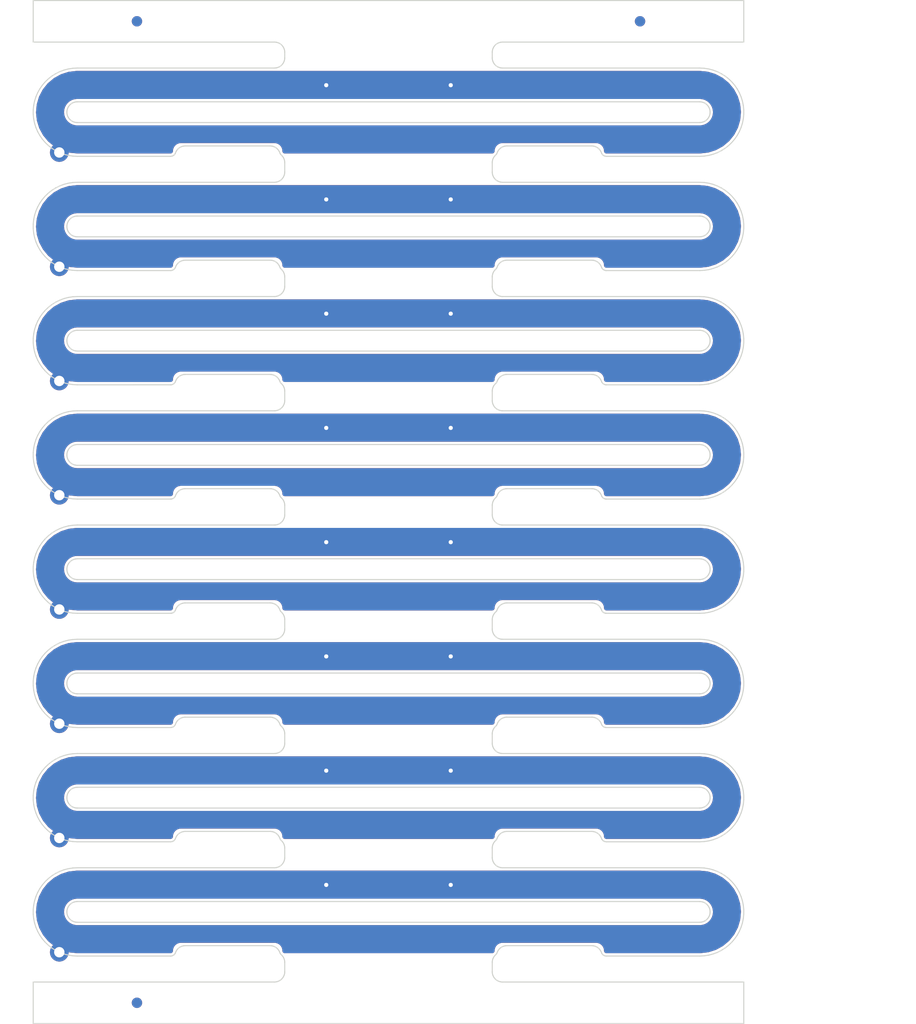
<source format=kicad_pcb>
(kicad_pcb (version 20171130) (host pcbnew 5.1.5+dfsg1-2build2)
  (layers (0 F.Cu signal) (31 B.Cu signal) (34 B.Paste user) (35 F.Paste user) (36 B.SilkS user) (37 F.SilkS user) (38 B.Mask user) (39 F.Mask user) (44 Edge.Cuts user))
  (net 0 "")
  (net 1 Board_1-GND)
  (net 2 Board_2-GND)
  (net 3 Board_3-GND)
  (net 4 Board_4-GND)
  (net 5 Board_5-GND)
  (net 6 Board_6-GND)
  (net 7 Board_7-GND)
  (net 8 Board_8-GND)
  (module NPTH (layer F.Cu) (at 54.004455 140.001144)
    (fp_text reference REF** hide)
    (fp_text value NPTH hide)
    (pad "" np_thru_hole circle (at 0 0) (size 1.5 1.5) (drill 1.5) (layers *.Cu))
  )
  (module NPTH (layer F.Cu) (at 114.495546 45.499)
    (fp_text reference REF** hide)
    (fp_text value NPTH hide)
    (pad "" np_thru_hole circle (at 0 0) (size 1.5 1.5) (drill 1.5) (layers *.Cu))
  )
  (module NPTH (layer F.Cu) (at 54.004455 45.499)
    (fp_text reference REF** hide)
    (fp_text value NPTH hide)
    (pad "" np_thru_hole circle (at 0 0) (size 1.5 1.5) (drill 1.5) (layers *.Cu))
  )
  (module Fiducial (layer B.Cu) (at 60.004455 140.001144)
    (fp_text reference REF** hide)
    (fp_text value Fiducial hide)
    (pad "" smd circle (at 0 0) (size 1 1) (layers B.Cu B.Mask) (clearance 0.5))
  )
  (module Fiducial (layer F.Cu) (at 60.004455 140.001144)
    (fp_text reference REF** hide)
    (fp_text value Fiducial hide)
    (pad "" smd circle (at 0 0) (size 1 1) (layers F.Cu F.Mask) (clearance 0.5))
  )
  (module Fiducial (layer B.Cu) (at 108.495546 45.499)
    (fp_text reference REF** hide)
    (fp_text value Fiducial hide)
    (pad "" smd circle (at 0 0) (size 1 1) (layers B.Cu B.Mask) (clearance 0.5))
  )
  (module Fiducial (layer F.Cu) (at 108.495546 45.499)
    (fp_text reference REF** hide)
    (fp_text value Fiducial hide)
    (pad "" smd circle (at 0 0) (size 1 1) (layers F.Cu F.Mask) (clearance 0.5))
  )
  (module Fiducial (layer B.Cu) (at 60.004455 45.499)
    (fp_text reference REF** hide)
    (fp_text value Fiducial hide)
    (pad "" smd circle (at 0 0) (size 1 1) (layers B.Cu B.Mask) (clearance 0.5))
  )
  (module Fiducial (layer F.Cu) (at 60.004455 45.499)
    (fp_text reference REF** hide)
    (fp_text value Fiducial hide)
    (pad "" smd circle (at 0 0) (size 1 1) (layers F.Cu F.Mask) (clearance 0.5))
  )
  (module cycfi_library:single-pad-10x2 (layer B.Cu) (at 84.250001 128.650127)
    (fp_text reference H4 hide)
    (fp_text value "Core GND")
    (pad 1 smd rect (at 0 0) (size 10 2) (layers B.Cu B.Paste B.Mask) (net 8 Board_8-GND))
  )
  (module cycfi_library:round-single-pad-1.8mm-th (layer F.Cu) (at 52.520001 135.130127)
    (fp_text reference H3 hide)
    (fp_text value single_pad_smd)
    (pad 1 thru_hole circle (at 0 0) (size 1.8 1.8) (drill 1) (layers *.Cu *.Mask) (net 8 Board_8-GND))
  )
  (module cycfi_library:single-pad-10x2 (layer B.Cu) (at 84.250001 117.650109)
    (fp_text reference H4 hide)
    (fp_text value "Core GND")
    (pad 1 smd rect (at 0 0) (size 10 2) (layers B.Cu B.Paste B.Mask) (net 7 Board_7-GND))
  )
  (module cycfi_library:round-single-pad-1.8mm-th (layer F.Cu) (at 52.520001 124.130109)
    (fp_text reference H3 hide)
    (fp_text value single_pad_smd)
    (pad 1 thru_hole circle (at 0 0) (size 1.8 1.8) (drill 1) (layers *.Cu *.Mask) (net 7 Board_7-GND))
  )
  (module cycfi_library:single-pad-10x2 (layer B.Cu) (at 84.250001 106.650091)
    (fp_text reference H4 hide)
    (fp_text value "Core GND")
    (pad 1 smd rect (at 0 0) (size 10 2) (layers B.Cu B.Paste B.Mask) (net 6 Board_6-GND))
  )
  (module cycfi_library:round-single-pad-1.8mm-th (layer F.Cu) (at 52.520001 113.130091)
    (fp_text reference H3 hide)
    (fp_text value single_pad_smd)
    (pad 1 thru_hole circle (at 0 0) (size 1.8 1.8) (drill 1) (layers *.Cu *.Mask) (net 6 Board_6-GND))
  )
  (module cycfi_library:single-pad-10x2 (layer B.Cu) (at 84.250001 95.650073)
    (fp_text reference H4 hide)
    (fp_text value "Core GND")
    (pad 1 smd rect (at 0 0) (size 10 2) (layers B.Cu B.Paste B.Mask) (net 5 Board_5-GND))
  )
  (module cycfi_library:round-single-pad-1.8mm-th (layer F.Cu) (at 52.520001 102.130073)
    (fp_text reference H3 hide)
    (fp_text value single_pad_smd)
    (pad 1 thru_hole circle (at 0 0) (size 1.8 1.8) (drill 1) (layers *.Cu *.Mask) (net 5 Board_5-GND))
  )
  (module cycfi_library:single-pad-10x2 (layer B.Cu) (at 84.250001 84.650055)
    (fp_text reference H4 hide)
    (fp_text value "Core GND")
    (pad 1 smd rect (at 0 0) (size 10 2) (layers B.Cu B.Paste B.Mask) (net 4 Board_4-GND))
  )
  (module cycfi_library:round-single-pad-1.8mm-th (layer F.Cu) (at 52.520001 91.130055)
    (fp_text reference H3 hide)
    (fp_text value single_pad_smd)
    (pad 1 thru_hole circle (at 0 0) (size 1.8 1.8) (drill 1) (layers *.Cu *.Mask) (net 4 Board_4-GND))
  )
  (module cycfi_library:single-pad-10x2 (layer B.Cu) (at 84.250001 73.650037)
    (fp_text reference H4 hide)
    (fp_text value "Core GND")
    (pad 1 smd rect (at 0 0) (size 10 2) (layers B.Cu B.Paste B.Mask) (net 3 Board_3-GND))
  )
  (module cycfi_library:round-single-pad-1.8mm-th (layer F.Cu) (at 52.520001 80.130037)
    (fp_text reference H3 hide)
    (fp_text value single_pad_smd)
    (pad 1 thru_hole circle (at 0 0) (size 1.8 1.8) (drill 1) (layers *.Cu *.Mask) (net 3 Board_3-GND))
  )
  (module cycfi_library:single-pad-10x2 (layer B.Cu) (at 84.250001 62.650019)
    (fp_text reference H4 hide)
    (fp_text value "Core GND")
    (pad 1 smd rect (at 0 0) (size 10 2) (layers B.Cu B.Paste B.Mask) (net 2 Board_2-GND))
  )
  (module cycfi_library:round-single-pad-1.8mm-th (layer F.Cu) (at 52.520001 69.130019)
    (fp_text reference H3 hide)
    (fp_text value single_pad_smd)
    (pad 1 thru_hole circle (at 0 0) (size 1.8 1.8) (drill 1) (layers *.Cu *.Mask) (net 2 Board_2-GND))
  )
  (module cycfi_library:single-pad-10x2 (layer B.Cu) (at 84.250001 51.650001)
    (fp_text reference H4 hide)
    (fp_text value "Core GND")
    (pad 1 smd rect (at 0 0) (size 10 2) (layers B.Cu B.Paste B.Mask) (net 1 Board_1-GND))
  )
  (module cycfi_library:round-single-pad-1.8mm-th (layer F.Cu) (at 52.520001 58.130001)
    (fp_text reference H3 hide)
    (fp_text value single_pad_smd)
    (pad 1 thru_hole circle (at 0 0) (size 1.8 1.8) (drill 1) (layers *.Cu *.Mask) (net 1 Board_1-GND))
  )
  (gr_line (start 114.4999 77.2159) (end 114.4011 77.2362) (layer Edge.Cuts) (width 0.1))
  (gr_line (start 114.5964 77.1857) (end 114.4999 77.2159) (layer Edge.Cuts) (width 0.1))
  (gr_line (start 114.6893 77.1459) (end 114.5964 77.1857) (layer Edge.Cuts) (width 0.1))
  (gr_line (start 114.7776 77.0968) (end 114.6893 77.1459) (layer Edge.Cuts) (width 0.1))
  (gr_line (start 114.8608 77.0389) (end 114.7776 77.0968) (layer Edge.Cuts) (width 0.1))
  (gr_line (start 114.9375 76.9731) (end 114.8608 77.0389) (layer Edge.Cuts) (width 0.1))
  (gr_line (start 115.0071 76.8998) (end 114.9375 76.9731) (layer Edge.Cuts) (width 0.1))
  (gr_line (start 115.069 76.8199) (end 115.0071 76.8998) (layer Edge.Cuts) (width 0.1))
  (gr_line (start 115.1224 76.7341) (end 115.069 76.8199) (layer Edge.Cuts) (width 0.1))
  (gr_line (start 115.1669 76.6434) (end 115.1224 76.7341) (layer Edge.Cuts) (width 0.1))
  (gr_line (start 115.202 76.5486) (end 115.1669 76.6434) (layer Edge.Cuts) (width 0.1))
  (gr_line (start 115.2273 76.4507) (end 115.202 76.5486) (layer Edge.Cuts) (width 0.1))
  (gr_line (start 115.2426 76.3508) (end 115.2273 76.4507) (layer Edge.Cuts) (width 0.1))
  (gr_line (start 115.2477 76.2499) (end 115.2426 76.3508) (layer Edge.Cuts) (width 0.1))
  (gr_line (start 115.2426 76.1492) (end 115.2477 76.2499) (layer Edge.Cuts) (width 0.1))
  (gr_line (start 115.2273 76.0493) (end 115.2426 76.1492) (layer Edge.Cuts) (width 0.1))
  (gr_line (start 115.202 75.9515) (end 115.2273 76.0493) (layer Edge.Cuts) (width 0.1))
  (gr_line (start 115.1669 75.8567) (end 115.202 75.9515) (layer Edge.Cuts) (width 0.1))
  (gr_line (start 115.1224 75.766) (end 115.1669 75.8567) (layer Edge.Cuts) (width 0.1))
  (gr_line (start 115.069 75.6802) (end 115.1224 75.766) (layer Edge.Cuts) (width 0.1))
  (gr_line (start 115.0071 75.6003) (end 115.069 75.6802) (layer Edge.Cuts) (width 0.1))
  (gr_line (start 114.9373 75.5268) (end 115.0071 75.6003) (layer Edge.Cuts) (width 0.1))
  (gr_line (start 114.8606 75.461) (end 114.9373 75.5268) (layer Edge.Cuts) (width 0.1))
  (gr_line (start 114.7776 75.4033) (end 114.8606 75.461) (layer Edge.Cuts) (width 0.1))
  (gr_line (start 114.6893 75.3542) (end 114.7776 75.4033) (layer Edge.Cuts) (width 0.1))
  (gr_line (start 114.5966 75.3145) (end 114.6893 75.3542) (layer Edge.Cuts) (width 0.1))
  (gr_line (start 114.5002 75.2842) (end 114.5966 75.3145) (layer Edge.Cuts) (width 0.1))
  (gr_line (start 114.4012 75.2638) (end 114.5002 75.2842) (layer Edge.Cuts) (width 0.1))
  (gr_line (start 114.3007 75.2536) (end 114.4012 75.2638) (layer Edge.Cuts) (width 0.1))
  (gr_line (start 114.2248 75.251) (end 114.3007 75.2536) (layer Edge.Cuts) (width 0.1))
  (gr_line (start 54.2754 75.251) (end 114.2248 75.251) (layer Edge.Cuts) (width 0.1))
  (gr_line (start 54.1991 75.2536) (end 54.2754 75.251) (layer Edge.Cuts) (width 0.1))
  (gr_line (start 54.0988 75.2638) (end 54.1991 75.2536) (layer Edge.Cuts) (width 0.1))
  (gr_line (start 53.9998 75.2842) (end 54.0988 75.2638) (layer Edge.Cuts) (width 0.1))
  (gr_line (start 53.9034 75.3145) (end 53.9998 75.2842) (layer Edge.Cuts) (width 0.1))
  (gr_line (start 53.8105 75.3543) (end 53.9034 75.3145) (layer Edge.Cuts) (width 0.1))
  (gr_line (start 53.7221 75.4034) (end 53.8105 75.3543) (layer Edge.Cuts) (width 0.1))
  (gr_line (start 53.6392 75.4612) (end 53.7221 75.4034) (layer Edge.Cuts) (width 0.1))
  (gr_line (start 53.5625 75.527) (end 53.6392 75.4612) (layer Edge.Cuts) (width 0.1))
  (gr_line (start 53.4929 75.6003) (end 53.5625 75.527) (layer Edge.Cuts) (width 0.1))
  (gr_line (start 53.431 75.6802) (end 53.4929 75.6003) (layer Edge.Cuts) (width 0.1))
  (gr_line (start 53.3776 75.766) (end 53.431 75.6802) (layer Edge.Cuts) (width 0.1))
  (gr_line (start 53.3331 75.8567) (end 53.3776 75.766) (layer Edge.Cuts) (width 0.1))
  (gr_line (start 53.2981 75.9512) (end 53.3331 75.8567) (layer Edge.Cuts) (width 0.1))
  (gr_line (start 53.2727 76.0491) (end 53.2981 75.9512) (layer Edge.Cuts) (width 0.1))
  (gr_line (start 53.2574 76.149) (end 53.2727 76.0491) (layer Edge.Cuts) (width 0.1))
  (gr_line (start 53.2523 76.2499) (end 53.2574 76.149) (layer Edge.Cuts) (width 0.1))
  (gr_line (start 53.2574 76.3508) (end 53.2523 76.2499) (layer Edge.Cuts) (width 0.1))
  (gr_line (start 53.2727 76.4507) (end 53.2574 76.3508) (layer Edge.Cuts) (width 0.1))
  (gr_line (start 53.298 76.5486) (end 53.2727 76.4507) (layer Edge.Cuts) (width 0.1))
  (gr_line (start 53.3331 76.6434) (end 53.298 76.5486) (layer Edge.Cuts) (width 0.1))
  (gr_line (start 53.3776 76.7341) (end 53.3331 76.6434) (layer Edge.Cuts) (width 0.1))
  (gr_line (start 53.431 76.8199) (end 53.3776 76.7341) (layer Edge.Cuts) (width 0.1))
  (gr_line (start 53.4929 76.8998) (end 53.431 76.8199) (layer Edge.Cuts) (width 0.1))
  (gr_line (start 53.5625 76.9731) (end 53.4929 76.8998) (layer Edge.Cuts) (width 0.1))
  (gr_line (start 53.6392 77.0389) (end 53.5625 76.9731) (layer Edge.Cuts) (width 0.1))
  (gr_line (start 53.7221 77.0967) (end 53.6392 77.0389) (layer Edge.Cuts) (width 0.1))
  (gr_line (start 53.8105 77.1457) (end 53.7221 77.0967) (layer Edge.Cuts) (width 0.1))
  (gr_line (start 53.9034 77.1856) (end 53.8105 77.1457) (layer Edge.Cuts) (width 0.1))
  (gr_line (start 53.9998 77.2159) (end 53.9034 77.1856) (layer Edge.Cuts) (width 0.1))
  (gr_line (start 54.0988 77.2362) (end 53.9998 77.2159) (layer Edge.Cuts) (width 0.1))
  (gr_line (start 54.1993 77.2465) (end 54.0988 77.2362) (layer Edge.Cuts) (width 0.1))
  (gr_line (start 54.2752 77.249) (end 54.1993 77.2465) (layer Edge.Cuts) (width 0.1))
  (gr_line (start 114.2249 77.249) (end 54.2752 77.249) (layer Edge.Cuts) (width 0.1))
  (gr_line (start 114.3005 77.2465) (end 114.2249 77.249) (layer Edge.Cuts) (width 0.1))
  (gr_line (start 114.4011 77.2362) (end 114.3005 77.2465) (layer Edge.Cuts) (width 0.1))
  (gr_line (start 114.4999 132.216) (end 114.4011 132.2363) (layer Edge.Cuts) (width 0.1))
  (gr_line (start 114.5964 132.1858) (end 114.4999 132.216) (layer Edge.Cuts) (width 0.1))
  (gr_line (start 114.6893 132.1459) (end 114.5964 132.1858) (layer Edge.Cuts) (width 0.1))
  (gr_line (start 114.7776 132.0969) (end 114.6893 132.1459) (layer Edge.Cuts) (width 0.1))
  (gr_line (start 114.8608 132.039) (end 114.7776 132.0969) (layer Edge.Cuts) (width 0.1))
  (gr_line (start 114.9375 131.9732) (end 114.8608 132.039) (layer Edge.Cuts) (width 0.1))
  (gr_line (start 115.0071 131.8999) (end 114.9375 131.9732) (layer Edge.Cuts) (width 0.1))
  (gr_line (start 115.069 131.82) (end 115.0071 131.8999) (layer Edge.Cuts) (width 0.1))
  (gr_line (start 115.1224 131.7342) (end 115.069 131.82) (layer Edge.Cuts) (width 0.1))
  (gr_line (start 115.1669 131.6435) (end 115.1224 131.7342) (layer Edge.Cuts) (width 0.1))
  (gr_line (start 115.202 131.5487) (end 115.1669 131.6435) (layer Edge.Cuts) (width 0.1))
  (gr_line (start 115.2273 131.4508) (end 115.202 131.5487) (layer Edge.Cuts) (width 0.1))
  (gr_line (start 115.2426 131.3509) (end 115.2273 131.4508) (layer Edge.Cuts) (width 0.1))
  (gr_line (start 115.2477 131.25) (end 115.2426 131.3509) (layer Edge.Cuts) (width 0.1))
  (gr_line (start 115.2426 131.1493) (end 115.2477 131.25) (layer Edge.Cuts) (width 0.1))
  (gr_line (start 115.2273 131.0494) (end 115.2426 131.1493) (layer Edge.Cuts) (width 0.1))
  (gr_line (start 115.202 130.9516) (end 115.2273 131.0494) (layer Edge.Cuts) (width 0.1))
  (gr_line (start 115.1669 130.8568) (end 115.202 130.9516) (layer Edge.Cuts) (width 0.1))
  (gr_line (start 115.1224 130.7661) (end 115.1669 130.8568) (layer Edge.Cuts) (width 0.1))
  (gr_line (start 115.069 130.6803) (end 115.1224 130.7661) (layer Edge.Cuts) (width 0.1))
  (gr_line (start 115.0071 130.6003) (end 115.069 130.6803) (layer Edge.Cuts) (width 0.1))
  (gr_line (start 114.9373 130.5269) (end 115.0071 130.6003) (layer Edge.Cuts) (width 0.1))
  (gr_line (start 114.8606 130.4611) (end 114.9373 130.5269) (layer Edge.Cuts) (width 0.1))
  (gr_line (start 114.7776 130.4033) (end 114.8606 130.4611) (layer Edge.Cuts) (width 0.1))
  (gr_line (start 114.6893 130.3543) (end 114.7776 130.4033) (layer Edge.Cuts) (width 0.1))
  (gr_line (start 114.5966 130.3146) (end 114.6893 130.3543) (layer Edge.Cuts) (width 0.1))
  (gr_line (start 114.5002 130.2843) (end 114.5966 130.3146) (layer Edge.Cuts) (width 0.1))
  (gr_line (start 114.4012 130.2639) (end 114.5002 130.2843) (layer Edge.Cuts) (width 0.1))
  (gr_line (start 114.3007 130.2537) (end 114.4012 130.2639) (layer Edge.Cuts) (width 0.1))
  (gr_line (start 114.2248 130.2511) (end 114.3007 130.2537) (layer Edge.Cuts) (width 0.1))
  (gr_line (start 54.2754 130.2511) (end 114.2248 130.2511) (layer Edge.Cuts) (width 0.1))
  (gr_line (start 54.1992 130.2537) (end 54.2754 130.2511) (layer Edge.Cuts) (width 0.1))
  (gr_line (start 54.0988 130.2639) (end 54.1992 130.2537) (layer Edge.Cuts) (width 0.1))
  (gr_line (start 53.9998 130.2843) (end 54.0988 130.2639) (layer Edge.Cuts) (width 0.1))
  (gr_line (start 53.9034 130.3146) (end 53.9998 130.2843) (layer Edge.Cuts) (width 0.1))
  (gr_line (start 53.8105 130.3544) (end 53.9034 130.3146) (layer Edge.Cuts) (width 0.1))
  (gr_line (start 53.7221 130.4035) (end 53.8105 130.3544) (layer Edge.Cuts) (width 0.1))
  (gr_line (start 53.6392 130.4612) (end 53.7221 130.4035) (layer Edge.Cuts) (width 0.1))
  (gr_line (start 53.5625 130.5271) (end 53.6392 130.4612) (layer Edge.Cuts) (width 0.1))
  (gr_line (start 53.4929 130.6003) (end 53.5625 130.5271) (layer Edge.Cuts) (width 0.1))
  (gr_line (start 53.431 130.6803) (end 53.4929 130.6003) (layer Edge.Cuts) (width 0.1))
  (gr_line (start 53.3776 130.7661) (end 53.431 130.6803) (layer Edge.Cuts) (width 0.1))
  (gr_line (start 53.3331 130.8568) (end 53.3776 130.7661) (layer Edge.Cuts) (width 0.1))
  (gr_line (start 53.2981 130.9513) (end 53.3331 130.8568) (layer Edge.Cuts) (width 0.1))
  (gr_line (start 53.2727 131.0492) (end 53.2981 130.9513) (layer Edge.Cuts) (width 0.1))
  (gr_line (start 53.2574 131.1491) (end 53.2727 131.0492) (layer Edge.Cuts) (width 0.1))
  (gr_line (start 53.2523 131.25) (end 53.2574 131.1491) (layer Edge.Cuts) (width 0.1))
  (gr_line (start 53.2574 131.3509) (end 53.2523 131.25) (layer Edge.Cuts) (width 0.1))
  (gr_line (start 53.2727 131.4508) (end 53.2574 131.3509) (layer Edge.Cuts) (width 0.1))
  (gr_line (start 53.298 131.5487) (end 53.2727 131.4508) (layer Edge.Cuts) (width 0.1))
  (gr_line (start 53.3331 131.6435) (end 53.298 131.5487) (layer Edge.Cuts) (width 0.1))
  (gr_line (start 53.3776 131.7342) (end 53.3331 131.6435) (layer Edge.Cuts) (width 0.1))
  (gr_line (start 53.431 131.82) (end 53.3776 131.7342) (layer Edge.Cuts) (width 0.1))
  (gr_line (start 53.4929 131.8999) (end 53.431 131.82) (layer Edge.Cuts) (width 0.1))
  (gr_line (start 53.5625 131.9732) (end 53.4929 131.8999) (layer Edge.Cuts) (width 0.1))
  (gr_line (start 53.6392 132.039) (end 53.5625 131.9732) (layer Edge.Cuts) (width 0.1))
  (gr_line (start 53.7221 132.0968) (end 53.6392 132.039) (layer Edge.Cuts) (width 0.1))
  (gr_line (start 53.8105 132.1458) (end 53.7221 132.0968) (layer Edge.Cuts) (width 0.1))
  (gr_line (start 53.9034 132.1857) (end 53.8105 132.1458) (layer Edge.Cuts) (width 0.1))
  (gr_line (start 53.9998 132.216) (end 53.9034 132.1857) (layer Edge.Cuts) (width 0.1))
  (gr_line (start 54.0988 132.2363) (end 53.9998 132.216) (layer Edge.Cuts) (width 0.1))
  (gr_line (start 54.1993 132.2466) (end 54.0988 132.2363) (layer Edge.Cuts) (width 0.1))
  (gr_line (start 54.2752 132.2491) (end 54.1993 132.2466) (layer Edge.Cuts) (width 0.1))
  (gr_line (start 114.2249 132.2491) (end 54.2752 132.2491) (layer Edge.Cuts) (width 0.1))
  (gr_line (start 114.3005 132.2465) (end 114.2249 132.2491) (layer Edge.Cuts) (width 0.1))
  (gr_line (start 114.4011 132.2363) (end 114.3005 132.2465) (layer Edge.Cuts) (width 0.1))
  (gr_line (start 114.4999 66.2159) (end 114.401 66.2362) (layer Edge.Cuts) (width 0.1))
  (gr_line (start 114.5964 66.1857) (end 114.4999 66.2159) (layer Edge.Cuts) (width 0.1))
  (gr_line (start 114.6893 66.1458) (end 114.5964 66.1857) (layer Edge.Cuts) (width 0.1))
  (gr_line (start 114.7776 66.0968) (end 114.6893 66.1458) (layer Edge.Cuts) (width 0.1))
  (gr_line (start 114.8606 66.0391) (end 114.7776 66.0968) (layer Edge.Cuts) (width 0.1))
  (gr_line (start 114.9373 65.9733) (end 114.8606 66.0391) (layer Edge.Cuts) (width 0.1))
  (gr_line (start 115.0071 65.8998) (end 114.9373 65.9733) (layer Edge.Cuts) (width 0.1))
  (gr_line (start 115.069 65.8199) (end 115.0071 65.8998) (layer Edge.Cuts) (width 0.1))
  (gr_line (start 115.1223 65.7343) (end 115.069 65.8199) (layer Edge.Cuts) (width 0.1))
  (gr_line (start 115.1668 65.6436) (end 115.1223 65.7343) (layer Edge.Cuts) (width 0.1))
  (gr_line (start 115.2019 65.5488) (end 115.1668 65.6436) (layer Edge.Cuts) (width 0.1))
  (gr_line (start 115.2273 65.451) (end 115.2019 65.5488) (layer Edge.Cuts) (width 0.1))
  (gr_line (start 115.2426 65.3511) (end 115.2273 65.451) (layer Edge.Cuts) (width 0.1))
  (gr_line (start 115.2477 65.2502) (end 115.2426 65.3511) (layer Edge.Cuts) (width 0.1))
  (gr_line (start 115.2426 65.1492) (end 115.2477 65.2502) (layer Edge.Cuts) (width 0.1))
  (gr_line (start 115.2273 65.0493) (end 115.2426 65.1492) (layer Edge.Cuts) (width 0.1))
  (gr_line (start 115.202 64.9515) (end 115.2273 65.0493) (layer Edge.Cuts) (width 0.1))
  (gr_line (start 115.1669 64.8567) (end 115.202 64.9515) (layer Edge.Cuts) (width 0.1))
  (gr_line (start 115.1224 64.7659) (end 115.1669 64.8567) (layer Edge.Cuts) (width 0.1))
  (gr_line (start 115.069 64.6802) (end 115.1224 64.7659) (layer Edge.Cuts) (width 0.1))
  (gr_line (start 115.0071 64.6002) (end 115.069 64.6802) (layer Edge.Cuts) (width 0.1))
  (gr_line (start 114.9373 64.5268) (end 115.0071 64.6002) (layer Edge.Cuts) (width 0.1))
  (gr_line (start 114.8606 64.461) (end 114.9373 64.5268) (layer Edge.Cuts) (width 0.1))
  (gr_line (start 114.7779 64.4034) (end 114.8606 64.461) (layer Edge.Cuts) (width 0.1))
  (gr_line (start 114.6895 64.3543) (end 114.7779 64.4034) (layer Edge.Cuts) (width 0.1))
  (gr_line (start 114.5966 64.3145) (end 114.6895 64.3543) (layer Edge.Cuts) (width 0.1))
  (gr_line (start 114.5002 64.2842) (end 114.5966 64.3145) (layer Edge.Cuts) (width 0.1))
  (gr_line (start 114.4012 64.2638) (end 114.5002 64.2842) (layer Edge.Cuts) (width 0.1))
  (gr_line (start 114.3007 64.2536) (end 114.4012 64.2638) (layer Edge.Cuts) (width 0.1))
  (gr_line (start 114.2248 64.251) (end 114.3007 64.2536) (layer Edge.Cuts) (width 0.1))
  (gr_line (start 54.2753 64.251) (end 114.2248 64.251) (layer Edge.Cuts) (width 0.1))
  (gr_line (start 54.1992 64.2536) (end 54.2753 64.251) (layer Edge.Cuts) (width 0.1))
  (gr_line (start 54.0988 64.2638) (end 54.1992 64.2536) (layer Edge.Cuts) (width 0.1))
  (gr_line (start 53.9998 64.2842) (end 54.0988 64.2638) (layer Edge.Cuts) (width 0.1))
  (gr_line (start 53.9034 64.3145) (end 53.9998 64.2842) (layer Edge.Cuts) (width 0.1))
  (gr_line (start 53.8105 64.3543) (end 53.9034 64.3145) (layer Edge.Cuts) (width 0.1))
  (gr_line (start 53.7221 64.4034) (end 53.8105 64.3543) (layer Edge.Cuts) (width 0.1))
  (gr_line (start 53.6392 64.4611) (end 53.7221 64.4034) (layer Edge.Cuts) (width 0.1))
  (gr_line (start 53.5625 64.527) (end 53.6392 64.4611) (layer Edge.Cuts) (width 0.1))
  (gr_line (start 53.4929 64.6002) (end 53.5625 64.527) (layer Edge.Cuts) (width 0.1))
  (gr_line (start 53.431 64.6802) (end 53.4929 64.6002) (layer Edge.Cuts) (width 0.1))
  (gr_line (start 53.3776 64.7659) (end 53.431 64.6802) (layer Edge.Cuts) (width 0.1))
  (gr_line (start 53.3331 64.8567) (end 53.3776 64.7659) (layer Edge.Cuts) (width 0.1))
  (gr_line (start 53.298 64.9515) (end 53.3331 64.8567) (layer Edge.Cuts) (width 0.1))
  (gr_line (start 53.2727 65.049) (end 53.298 64.9515) (layer Edge.Cuts) (width 0.1))
  (gr_line (start 53.2574 65.1489) (end 53.2727 65.049) (layer Edge.Cuts) (width 0.1))
  (gr_line (start 53.2523 65.2499) (end 53.2574 65.1489) (layer Edge.Cuts) (width 0.1))
  (gr_line (start 53.2574 65.3508) (end 53.2523 65.2499) (layer Edge.Cuts) (width 0.1))
  (gr_line (start 53.2727 65.4507) (end 53.2574 65.3508) (layer Edge.Cuts) (width 0.1))
  (gr_line (start 53.298 65.5486) (end 53.2727 65.4507) (layer Edge.Cuts) (width 0.1))
  (gr_line (start 53.3331 65.6433) (end 53.298 65.5486) (layer Edge.Cuts) (width 0.1))
  (gr_line (start 53.3776 65.7341) (end 53.3331 65.6433) (layer Edge.Cuts) (width 0.1))
  (gr_line (start 53.431 65.8199) (end 53.3776 65.7341) (layer Edge.Cuts) (width 0.1))
  (gr_line (start 53.4929 65.8998) (end 53.431 65.8199) (layer Edge.Cuts) (width 0.1))
  (gr_line (start 53.5625 65.9731) (end 53.4929 65.8998) (layer Edge.Cuts) (width 0.1))
  (gr_line (start 53.6392 66.0389) (end 53.5625 65.9731) (layer Edge.Cuts) (width 0.1))
  (gr_line (start 53.7221 66.0967) (end 53.6392 66.0389) (layer Edge.Cuts) (width 0.1))
  (gr_line (start 53.8105 66.1457) (end 53.7221 66.0967) (layer Edge.Cuts) (width 0.1))
  (gr_line (start 53.9034 66.1856) (end 53.8105 66.1457) (layer Edge.Cuts) (width 0.1))
  (gr_line (start 53.9998 66.2159) (end 53.9034 66.1856) (layer Edge.Cuts) (width 0.1))
  (gr_line (start 54.0988 66.2362) (end 53.9998 66.2159) (layer Edge.Cuts) (width 0.1))
  (gr_line (start 54.1993 66.2464) (end 54.0988 66.2362) (layer Edge.Cuts) (width 0.1))
  (gr_line (start 54.2752 66.249) (end 54.1993 66.2464) (layer Edge.Cuts) (width 0.1))
  (gr_line (start 114.2249 66.249) (end 54.2752 66.249) (layer Edge.Cuts) (width 0.1))
  (gr_line (start 114.3006 66.2464) (end 114.2249 66.249) (layer Edge.Cuts) (width 0.1))
  (gr_line (start 114.401 66.2362) (end 114.3006 66.2464) (layer Edge.Cuts) (width 0.1))
  (gr_line (start 114.4999 121.216) (end 114.401 121.2363) (layer Edge.Cuts) (width 0.1))
  (gr_line (start 114.5964 121.1858) (end 114.4999 121.216) (layer Edge.Cuts) (width 0.1))
  (gr_line (start 114.6893 121.1459) (end 114.5964 121.1858) (layer Edge.Cuts) (width 0.1))
  (gr_line (start 114.7776 121.0969) (end 114.6893 121.1459) (layer Edge.Cuts) (width 0.1))
  (gr_line (start 114.8608 121.039) (end 114.7776 121.0969) (layer Edge.Cuts) (width 0.1))
  (gr_line (start 114.9375 120.9732) (end 114.8608 121.039) (layer Edge.Cuts) (width 0.1))
  (gr_line (start 115.0071 120.8999) (end 114.9375 120.9732) (layer Edge.Cuts) (width 0.1))
  (gr_line (start 115.069 120.82) (end 115.0071 120.8999) (layer Edge.Cuts) (width 0.1))
  (gr_line (start 115.1224 120.7342) (end 115.069 120.82) (layer Edge.Cuts) (width 0.1))
  (gr_line (start 115.1669 120.6434) (end 115.1224 120.7342) (layer Edge.Cuts) (width 0.1))
  (gr_line (start 115.202 120.5487) (end 115.1669 120.6434) (layer Edge.Cuts) (width 0.1))
  (gr_line (start 115.2273 120.4508) (end 115.202 120.5487) (layer Edge.Cuts) (width 0.1))
  (gr_line (start 115.2426 120.3509) (end 115.2273 120.4508) (layer Edge.Cuts) (width 0.1))
  (gr_line (start 115.2477 120.25) (end 115.2426 120.3509) (layer Edge.Cuts) (width 0.1))
  (gr_line (start 115.2426 120.1493) (end 115.2477 120.25) (layer Edge.Cuts) (width 0.1))
  (gr_line (start 115.2273 120.0494) (end 115.2426 120.1493) (layer Edge.Cuts) (width 0.1))
  (gr_line (start 115.202 119.9516) (end 115.2273 120.0494) (layer Edge.Cuts) (width 0.1))
  (gr_line (start 115.1669 119.8568) (end 115.202 119.9516) (layer Edge.Cuts) (width 0.1))
  (gr_line (start 115.1224 119.766) (end 115.1669 119.8568) (layer Edge.Cuts) (width 0.1))
  (gr_line (start 115.069 119.6803) (end 115.1224 119.766) (layer Edge.Cuts) (width 0.1))
  (gr_line (start 115.0071 119.6003) (end 115.069 119.6803) (layer Edge.Cuts) (width 0.1))
  (gr_line (start 114.9373 119.5269) (end 115.0071 119.6003) (layer Edge.Cuts) (width 0.1))
  (gr_line (start 114.8606 119.4611) (end 114.9373 119.5269) (layer Edge.Cuts) (width 0.1))
  (gr_line (start 114.7776 119.4033) (end 114.8606 119.4611) (layer Edge.Cuts) (width 0.1))
  (gr_line (start 114.6893 119.3543) (end 114.7776 119.4033) (layer Edge.Cuts) (width 0.1))
  (gr_line (start 114.5966 119.3145) (end 114.6893 119.3543) (layer Edge.Cuts) (width 0.1))
  (gr_line (start 114.5002 119.2843) (end 114.5966 119.3145) (layer Edge.Cuts) (width 0.1))
  (gr_line (start 114.4012 119.2639) (end 114.5002 119.2843) (layer Edge.Cuts) (width 0.1))
  (gr_line (start 114.3007 119.2537) (end 114.4012 119.2639) (layer Edge.Cuts) (width 0.1))
  (gr_line (start 114.2248 119.2511) (end 114.3007 119.2537) (layer Edge.Cuts) (width 0.1))
  (gr_line (start 54.2753 119.2511) (end 114.2248 119.2511) (layer Edge.Cuts) (width 0.1))
  (gr_line (start 54.1993 119.2537) (end 54.2753 119.2511) (layer Edge.Cuts) (width 0.1))
  (gr_line (start 54.0988 119.2639) (end 54.1993 119.2537) (layer Edge.Cuts) (width 0.1))
  (gr_line (start 53.9998 119.2843) (end 54.0988 119.2639) (layer Edge.Cuts) (width 0.1))
  (gr_line (start 53.9034 119.3145) (end 53.9998 119.2843) (layer Edge.Cuts) (width 0.1))
  (gr_line (start 53.8105 119.3544) (end 53.9034 119.3145) (layer Edge.Cuts) (width 0.1))
  (gr_line (start 53.7221 119.4035) (end 53.8105 119.3544) (layer Edge.Cuts) (width 0.1))
  (gr_line (start 53.6392 119.4612) (end 53.7221 119.4035) (layer Edge.Cuts) (width 0.1))
  (gr_line (start 53.5625 119.5271) (end 53.6392 119.4612) (layer Edge.Cuts) (width 0.1))
  (gr_line (start 53.4929 119.6003) (end 53.5625 119.5271) (layer Edge.Cuts) (width 0.1))
  (gr_line (start 53.431 119.6803) (end 53.4929 119.6003) (layer Edge.Cuts) (width 0.1))
  (gr_line (start 53.3776 119.766) (end 53.431 119.6803) (layer Edge.Cuts) (width 0.1))
  (gr_line (start 53.3331 119.8568) (end 53.3776 119.766) (layer Edge.Cuts) (width 0.1))
  (gr_line (start 53.2981 119.9513) (end 53.3331 119.8568) (layer Edge.Cuts) (width 0.1))
  (gr_line (start 53.2727 120.0491) (end 53.2981 119.9513) (layer Edge.Cuts) (width 0.1))
  (gr_line (start 53.2574 120.149) (end 53.2727 120.0491) (layer Edge.Cuts) (width 0.1))
  (gr_line (start 53.2523 120.25) (end 53.2574 120.149) (layer Edge.Cuts) (width 0.1))
  (gr_line (start 53.2574 120.3509) (end 53.2523 120.25) (layer Edge.Cuts) (width 0.1))
  (gr_line (start 53.2727 120.4508) (end 53.2574 120.3509) (layer Edge.Cuts) (width 0.1))
  (gr_line (start 53.298 120.5487) (end 53.2727 120.4508) (layer Edge.Cuts) (width 0.1))
  (gr_line (start 53.3331 120.6434) (end 53.298 120.5487) (layer Edge.Cuts) (width 0.1))
  (gr_line (start 53.3776 120.7342) (end 53.3331 120.6434) (layer Edge.Cuts) (width 0.1))
  (gr_line (start 53.431 120.82) (end 53.3776 120.7342) (layer Edge.Cuts) (width 0.1))
  (gr_line (start 53.4929 120.8999) (end 53.431 120.82) (layer Edge.Cuts) (width 0.1))
  (gr_line (start 53.5625 120.9732) (end 53.4929 120.8999) (layer Edge.Cuts) (width 0.1))
  (gr_line (start 53.6392 121.039) (end 53.5625 120.9732) (layer Edge.Cuts) (width 0.1))
  (gr_line (start 53.7221 121.0967) (end 53.6392 121.039) (layer Edge.Cuts) (width 0.1))
  (gr_line (start 53.8105 121.1458) (end 53.7221 121.0967) (layer Edge.Cuts) (width 0.1))
  (gr_line (start 53.9034 121.1857) (end 53.8105 121.1458) (layer Edge.Cuts) (width 0.1))
  (gr_line (start 53.9998 121.2159) (end 53.9034 121.1857) (layer Edge.Cuts) (width 0.1))
  (gr_line (start 54.0988 121.2363) (end 53.9998 121.2159) (layer Edge.Cuts) (width 0.1))
  (gr_line (start 54.1993 121.2465) (end 54.0988 121.2363) (layer Edge.Cuts) (width 0.1))
  (gr_line (start 54.2752 121.2491) (end 54.1993 121.2465) (layer Edge.Cuts) (width 0.1))
  (gr_line (start 114.2248 121.2491) (end 54.2752 121.2491) (layer Edge.Cuts) (width 0.1))
  (gr_line (start 114.3006 121.2465) (end 114.2248 121.2491) (layer Edge.Cuts) (width 0.1))
  (gr_line (start 114.401 121.2363) (end 114.3006 121.2465) (layer Edge.Cuts) (width 0.1))
  (gr_line (start 114.4999 55.2159) (end 114.401 55.2362) (layer Edge.Cuts) (width 0.1))
  (gr_line (start 114.5964 55.1857) (end 114.4999 55.2159) (layer Edge.Cuts) (width 0.1))
  (gr_line (start 114.6893 55.1458) (end 114.5964 55.1857) (layer Edge.Cuts) (width 0.1))
  (gr_line (start 114.7776 55.0968) (end 114.6893 55.1458) (layer Edge.Cuts) (width 0.1))
  (gr_line (start 114.8606 55.0391) (end 114.7776 55.0968) (layer Edge.Cuts) (width 0.1))
  (gr_line (start 114.9373 54.9732) (end 114.8606 55.0391) (layer Edge.Cuts) (width 0.1))
  (gr_line (start 115.0071 54.8998) (end 114.9373 54.9732) (layer Edge.Cuts) (width 0.1))
  (gr_line (start 115.069 54.8199) (end 115.0071 54.8998) (layer Edge.Cuts) (width 0.1))
  (gr_line (start 115.1223 54.7343) (end 115.069 54.8199) (layer Edge.Cuts) (width 0.1))
  (gr_line (start 115.1668 54.6436) (end 115.1223 54.7343) (layer Edge.Cuts) (width 0.1))
  (gr_line (start 115.2019 54.5488) (end 115.1668 54.6436) (layer Edge.Cuts) (width 0.1))
  (gr_line (start 115.2273 54.451) (end 115.2019 54.5488) (layer Edge.Cuts) (width 0.1))
  (gr_line (start 115.2426 54.3511) (end 115.2273 54.451) (layer Edge.Cuts) (width 0.1))
  (gr_line (start 115.2477 54.2501) (end 115.2426 54.3511) (layer Edge.Cuts) (width 0.1))
  (gr_line (start 115.2426 54.1492) (end 115.2477 54.2501) (layer Edge.Cuts) (width 0.1))
  (gr_line (start 115.2273 54.0493) (end 115.2426 54.1492) (layer Edge.Cuts) (width 0.1))
  (gr_line (start 115.202 53.9515) (end 115.2273 54.0493) (layer Edge.Cuts) (width 0.1))
  (gr_line (start 115.1669 53.8567) (end 115.202 53.9515) (layer Edge.Cuts) (width 0.1))
  (gr_line (start 115.1224 53.7659) (end 115.1669 53.8567) (layer Edge.Cuts) (width 0.1))
  (gr_line (start 115.069 53.6802) (end 115.1224 53.7659) (layer Edge.Cuts) (width 0.1))
  (gr_line (start 115.0071 53.6002) (end 115.069 53.6802) (layer Edge.Cuts) (width 0.1))
  (gr_line (start 114.9373 53.5268) (end 115.0071 53.6002) (layer Edge.Cuts) (width 0.1))
  (gr_line (start 114.8606 53.4609) (end 114.9373 53.5268) (layer Edge.Cuts) (width 0.1))
  (gr_line (start 114.7779 53.4034) (end 114.8606 53.4609) (layer Edge.Cuts) (width 0.1))
  (gr_line (start 114.6895 53.3543) (end 114.7779 53.4034) (layer Edge.Cuts) (width 0.1))
  (gr_line (start 114.5966 53.3144) (end 114.6895 53.3543) (layer Edge.Cuts) (width 0.1))
  (gr_line (start 114.5002 53.2842) (end 114.5966 53.3144) (layer Edge.Cuts) (width 0.1))
  (gr_line (start 114.4012 53.2638) (end 114.5002 53.2842) (layer Edge.Cuts) (width 0.1))
  (gr_line (start 114.3007 53.2536) (end 114.4012 53.2638) (layer Edge.Cuts) (width 0.1))
  (gr_line (start 114.2248 53.251) (end 114.3007 53.2536) (layer Edge.Cuts) (width 0.1))
  (gr_line (start 54.2752 53.251) (end 114.2248 53.251) (layer Edge.Cuts) (width 0.1))
  (gr_line (start 54.1993 53.2536) (end 54.2752 53.251) (layer Edge.Cuts) (width 0.1))
  (gr_line (start 54.0988 53.2638) (end 54.1993 53.2536) (layer Edge.Cuts) (width 0.1))
  (gr_line (start 53.9998 53.2842) (end 54.0988 53.2638) (layer Edge.Cuts) (width 0.1))
  (gr_line (start 53.9034 53.3144) (end 53.9998 53.2842) (layer Edge.Cuts) (width 0.1))
  (gr_line (start 53.8105 53.3543) (end 53.9034 53.3144) (layer Edge.Cuts) (width 0.1))
  (gr_line (start 53.7221 53.4034) (end 53.8105 53.3543) (layer Edge.Cuts) (width 0.1))
  (gr_line (start 53.6392 53.4611) (end 53.7221 53.4034) (layer Edge.Cuts) (width 0.1))
  (gr_line (start 53.5625 53.527) (end 53.6392 53.4611) (layer Edge.Cuts) (width 0.1))
  (gr_line (start 53.4929 53.6002) (end 53.5625 53.527) (layer Edge.Cuts) (width 0.1))
  (gr_line (start 53.431 53.6802) (end 53.4929 53.6002) (layer Edge.Cuts) (width 0.1))
  (gr_line (start 53.3776 53.7659) (end 53.431 53.6802) (layer Edge.Cuts) (width 0.1))
  (gr_line (start 53.3331 53.8567) (end 53.3776 53.7659) (layer Edge.Cuts) (width 0.1))
  (gr_line (start 53.298 53.9515) (end 53.3331 53.8567) (layer Edge.Cuts) (width 0.1))
  (gr_line (start 53.2727 54.049) (end 53.298 53.9515) (layer Edge.Cuts) (width 0.1))
  (gr_line (start 53.2574 54.1489) (end 53.2727 54.049) (layer Edge.Cuts) (width 0.1))
  (gr_line (start 53.2523 54.2499) (end 53.2574 54.1489) (layer Edge.Cuts) (width 0.1))
  (gr_line (start 53.2574 54.3508) (end 53.2523 54.2499) (layer Edge.Cuts) (width 0.1))
  (gr_line (start 53.2727 54.4507) (end 53.2574 54.3508) (layer Edge.Cuts) (width 0.1))
  (gr_line (start 53.298 54.5485) (end 53.2727 54.4507) (layer Edge.Cuts) (width 0.1))
  (gr_line (start 53.3331 54.6433) (end 53.298 54.5485) (layer Edge.Cuts) (width 0.1))
  (gr_line (start 53.3776 54.7341) (end 53.3331 54.6433) (layer Edge.Cuts) (width 0.1))
  (gr_line (start 53.431 54.8199) (end 53.3776 54.7341) (layer Edge.Cuts) (width 0.1))
  (gr_line (start 53.4929 54.8998) (end 53.431 54.8199) (layer Edge.Cuts) (width 0.1))
  (gr_line (start 53.5625 54.973) (end 53.4929 54.8998) (layer Edge.Cuts) (width 0.1))
  (gr_line (start 53.6392 55.0389) (end 53.5625 54.973) (layer Edge.Cuts) (width 0.1))
  (gr_line (start 53.7221 55.0966) (end 53.6392 55.0389) (layer Edge.Cuts) (width 0.1))
  (gr_line (start 53.8105 55.1457) (end 53.7221 55.0966) (layer Edge.Cuts) (width 0.1))
  (gr_line (start 53.9034 55.1856) (end 53.8105 55.1457) (layer Edge.Cuts) (width 0.1))
  (gr_line (start 53.9998 55.2158) (end 53.9034 55.1856) (layer Edge.Cuts) (width 0.1))
  (gr_line (start 54.0988 55.2362) (end 53.9998 55.2158) (layer Edge.Cuts) (width 0.1))
  (gr_line (start 54.1993 55.2464) (end 54.0988 55.2362) (layer Edge.Cuts) (width 0.1))
  (gr_line (start 54.2752 55.249) (end 54.1993 55.2464) (layer Edge.Cuts) (width 0.1))
  (gr_line (start 114.2248 55.249) (end 54.2752 55.249) (layer Edge.Cuts) (width 0.1))
  (gr_line (start 114.3007 55.2464) (end 114.2248 55.249) (layer Edge.Cuts) (width 0.1))
  (gr_line (start 114.401 55.2362) (end 114.3007 55.2464) (layer Edge.Cuts) (width 0.1))
  (gr_line (start 114.5002 110.2159) (end 114.4009 110.2363) (layer Edge.Cuts) (width 0.1))
  (gr_line (start 114.5966 110.1857) (end 114.5002 110.2159) (layer Edge.Cuts) (width 0.1))
  (gr_line (start 114.6895 110.1458) (end 114.5966 110.1857) (layer Edge.Cuts) (width 0.1))
  (gr_line (start 114.7779 110.0967) (end 114.6895 110.1458) (layer Edge.Cuts) (width 0.1))
  (gr_line (start 114.8608 110.039) (end 114.7779 110.0967) (layer Edge.Cuts) (width 0.1))
  (gr_line (start 114.9375 109.9731) (end 114.8608 110.039) (layer Edge.Cuts) (width 0.1))
  (gr_line (start 115.0071 109.8999) (end 114.9375 109.9731) (layer Edge.Cuts) (width 0.1))
  (gr_line (start 115.069 109.8199) (end 115.0071 109.8999) (layer Edge.Cuts) (width 0.1))
  (gr_line (start 115.1224 109.7342) (end 115.069 109.8199) (layer Edge.Cuts) (width 0.1))
  (gr_line (start 115.1669 109.6434) (end 115.1224 109.7342) (layer Edge.Cuts) (width 0.1))
  (gr_line (start 115.202 109.5486) (end 115.1669 109.6434) (layer Edge.Cuts) (width 0.1))
  (gr_line (start 115.2273 109.4508) (end 115.202 109.5486) (layer Edge.Cuts) (width 0.1))
  (gr_line (start 115.2426 109.3509) (end 115.2273 109.4508) (layer Edge.Cuts) (width 0.1))
  (gr_line (start 115.2477 109.25) (end 115.2426 109.3509) (layer Edge.Cuts) (width 0.1))
  (gr_line (start 115.2426 109.1493) (end 115.2477 109.25) (layer Edge.Cuts) (width 0.1))
  (gr_line (start 115.2273 109.0494) (end 115.2426 109.1493) (layer Edge.Cuts) (width 0.1))
  (gr_line (start 115.202 108.9515) (end 115.2273 109.0494) (layer Edge.Cuts) (width 0.1))
  (gr_line (start 115.1669 108.8568) (end 115.202 108.9515) (layer Edge.Cuts) (width 0.1))
  (gr_line (start 115.1224 108.766) (end 115.1669 108.8568) (layer Edge.Cuts) (width 0.1))
  (gr_line (start 115.069 108.6802) (end 115.1224 108.766) (layer Edge.Cuts) (width 0.1))
  (gr_line (start 115.0071 108.6003) (end 115.069 108.6802) (layer Edge.Cuts) (width 0.1))
  (gr_line (start 114.9373 108.5269) (end 115.0071 108.6003) (layer Edge.Cuts) (width 0.1))
  (gr_line (start 114.8606 108.461) (end 114.9373 108.5269) (layer Edge.Cuts) (width 0.1))
  (gr_line (start 114.7776 108.4033) (end 114.8606 108.461) (layer Edge.Cuts) (width 0.1))
  (gr_line (start 114.6893 108.3543) (end 114.7776 108.4033) (layer Edge.Cuts) (width 0.1))
  (gr_line (start 114.5966 108.3145) (end 114.6893 108.3543) (layer Edge.Cuts) (width 0.1))
  (gr_line (start 114.5002 108.2843) (end 114.5966 108.3145) (layer Edge.Cuts) (width 0.1))
  (gr_line (start 114.4012 108.2639) (end 114.5002 108.2843) (layer Edge.Cuts) (width 0.1))
  (gr_line (start 114.3007 108.2537) (end 114.4012 108.2639) (layer Edge.Cuts) (width 0.1))
  (gr_line (start 114.2248 108.2511) (end 114.3007 108.2537) (layer Edge.Cuts) (width 0.1))
  (gr_line (start 54.2752 108.2511) (end 114.2248 108.2511) (layer Edge.Cuts) (width 0.1))
  (gr_line (start 54.1994 108.2537) (end 54.2752 108.2511) (layer Edge.Cuts) (width 0.1))
  (gr_line (start 54.0988 108.2639) (end 54.1994 108.2537) (layer Edge.Cuts) (width 0.1))
  (gr_line (start 53.9998 108.2843) (end 54.0988 108.2639) (layer Edge.Cuts) (width 0.1))
  (gr_line (start 53.9034 108.3145) (end 53.9998 108.2843) (layer Edge.Cuts) (width 0.1))
  (gr_line (start 53.8105 108.3544) (end 53.9034 108.3145) (layer Edge.Cuts) (width 0.1))
  (gr_line (start 53.7221 108.4035) (end 53.8105 108.3544) (layer Edge.Cuts) (width 0.1))
  (gr_line (start 53.6392 108.4612) (end 53.7221 108.4035) (layer Edge.Cuts) (width 0.1))
  (gr_line (start 53.5625 108.527) (end 53.6392 108.4612) (layer Edge.Cuts) (width 0.1))
  (gr_line (start 53.4929 108.6003) (end 53.5625 108.527) (layer Edge.Cuts) (width 0.1))
  (gr_line (start 53.431 108.6802) (end 53.4929 108.6003) (layer Edge.Cuts) (width 0.1))
  (gr_line (start 53.3776 108.766) (end 53.431 108.6802) (layer Edge.Cuts) (width 0.1))
  (gr_line (start 53.3331 108.8568) (end 53.3776 108.766) (layer Edge.Cuts) (width 0.1))
  (gr_line (start 53.2981 108.9513) (end 53.3331 108.8568) (layer Edge.Cuts) (width 0.1))
  (gr_line (start 53.2727 109.0491) (end 53.2981 108.9513) (layer Edge.Cuts) (width 0.1))
  (gr_line (start 53.2574 109.149) (end 53.2727 109.0491) (layer Edge.Cuts) (width 0.1))
  (gr_line (start 53.2523 109.25) (end 53.2574 109.149) (layer Edge.Cuts) (width 0.1))
  (gr_line (start 53.2574 109.3509) (end 53.2523 109.25) (layer Edge.Cuts) (width 0.1))
  (gr_line (start 53.2727 109.4508) (end 53.2574 109.3509) (layer Edge.Cuts) (width 0.1))
  (gr_line (start 53.298 109.5486) (end 53.2727 109.4508) (layer Edge.Cuts) (width 0.1))
  (gr_line (start 53.3331 109.6434) (end 53.298 109.5486) (layer Edge.Cuts) (width 0.1))
  (gr_line (start 53.3776 109.7342) (end 53.3331 109.6434) (layer Edge.Cuts) (width 0.1))
  (gr_line (start 53.431 109.8199) (end 53.3776 109.7342) (layer Edge.Cuts) (width 0.1))
  (gr_line (start 53.4929 109.8999) (end 53.431 109.8199) (layer Edge.Cuts) (width 0.1))
  (gr_line (start 53.5625 109.9731) (end 53.4929 109.8999) (layer Edge.Cuts) (width 0.1))
  (gr_line (start 53.6392 110.039) (end 53.5625 109.9731) (layer Edge.Cuts) (width 0.1))
  (gr_line (start 53.7221 110.0967) (end 53.6392 110.039) (layer Edge.Cuts) (width 0.1))
  (gr_line (start 53.8105 110.1458) (end 53.7221 110.0967) (layer Edge.Cuts) (width 0.1))
  (gr_line (start 53.9034 110.1857) (end 53.8105 110.1458) (layer Edge.Cuts) (width 0.1))
  (gr_line (start 53.9998 110.2159) (end 53.9034 110.1857) (layer Edge.Cuts) (width 0.1))
  (gr_line (start 54.0988 110.2363) (end 53.9998 110.2159) (layer Edge.Cuts) (width 0.1))
  (gr_line (start 54.1993 110.2465) (end 54.0988 110.2363) (layer Edge.Cuts) (width 0.1))
  (gr_line (start 54.2752 110.2491) (end 54.1993 110.2465) (layer Edge.Cuts) (width 0.1))
  (gr_line (start 114.2247 110.2491) (end 54.2752 110.2491) (layer Edge.Cuts) (width 0.1))
  (gr_line (start 114.3007 110.2465) (end 114.2247 110.2491) (layer Edge.Cuts) (width 0.1))
  (gr_line (start 114.4009 110.2363) (end 114.3007 110.2465) (layer Edge.Cuts) (width 0.1))
  (gr_line (start 114.5002 99.2159) (end 114.4008 99.2363) (layer Edge.Cuts) (width 0.1))
  (gr_line (start 114.5966 99.1856) (end 114.5002 99.2159) (layer Edge.Cuts) (width 0.1))
  (gr_line (start 114.6895 99.1458) (end 114.5966 99.1856) (layer Edge.Cuts) (width 0.1))
  (gr_line (start 114.7779 99.0967) (end 114.6895 99.1458) (layer Edge.Cuts) (width 0.1))
  (gr_line (start 114.8608 99.039) (end 114.7779 99.0967) (layer Edge.Cuts) (width 0.1))
  (gr_line (start 114.9375 98.9731) (end 114.8608 99.039) (layer Edge.Cuts) (width 0.1))
  (gr_line (start 115.0071 98.8999) (end 114.9375 98.9731) (layer Edge.Cuts) (width 0.1))
  (gr_line (start 115.069 98.8199) (end 115.0071 98.8999) (layer Edge.Cuts) (width 0.1))
  (gr_line (start 115.1224 98.7341) (end 115.069 98.8199) (layer Edge.Cuts) (width 0.1))
  (gr_line (start 115.1669 98.6434) (end 115.1224 98.7341) (layer Edge.Cuts) (width 0.1))
  (gr_line (start 115.202 98.5486) (end 115.1669 98.6434) (layer Edge.Cuts) (width 0.1))
  (gr_line (start 115.2273 98.4508) (end 115.202 98.5486) (layer Edge.Cuts) (width 0.1))
  (gr_line (start 115.2426 98.3509) (end 115.2273 98.4508) (layer Edge.Cuts) (width 0.1))
  (gr_line (start 115.2477 98.2499) (end 115.2426 98.3509) (layer Edge.Cuts) (width 0.1))
  (gr_line (start 115.2426 98.1493) (end 115.2477 98.2499) (layer Edge.Cuts) (width 0.1))
  (gr_line (start 115.2273 98.0494) (end 115.2426 98.1493) (layer Edge.Cuts) (width 0.1))
  (gr_line (start 115.202 97.9515) (end 115.2273 98.0494) (layer Edge.Cuts) (width 0.1))
  (gr_line (start 115.1669 97.8567) (end 115.202 97.9515) (layer Edge.Cuts) (width 0.1))
  (gr_line (start 115.1224 97.766) (end 115.1669 97.8567) (layer Edge.Cuts) (width 0.1))
  (gr_line (start 115.069 97.6802) (end 115.1224 97.766) (layer Edge.Cuts) (width 0.1))
  (gr_line (start 115.0071 97.6003) (end 115.069 97.6802) (layer Edge.Cuts) (width 0.1))
  (gr_line (start 114.9373 97.5268) (end 115.0071 97.6003) (layer Edge.Cuts) (width 0.1))
  (gr_line (start 114.8606 97.461) (end 114.9373 97.5268) (layer Edge.Cuts) (width 0.1))
  (gr_line (start 114.7776 97.4033) (end 114.8606 97.461) (layer Edge.Cuts) (width 0.1))
  (gr_line (start 114.6893 97.3543) (end 114.7776 97.4033) (layer Edge.Cuts) (width 0.1))
  (gr_line (start 114.5966 97.3145) (end 114.6893 97.3543) (layer Edge.Cuts) (width 0.1))
  (gr_line (start 114.5002 97.2842) (end 114.5966 97.3145) (layer Edge.Cuts) (width 0.1))
  (gr_line (start 114.4012 97.2639) (end 114.5002 97.2842) (layer Edge.Cuts) (width 0.1))
  (gr_line (start 114.3007 97.2536) (end 114.4012 97.2639) (layer Edge.Cuts) (width 0.1))
  (gr_line (start 114.2248 97.2511) (end 114.3007 97.2536) (layer Edge.Cuts) (width 0.1))
  (gr_line (start 54.2751 97.2511) (end 114.2248 97.2511) (layer Edge.Cuts) (width 0.1))
  (gr_line (start 54.1995 97.2537) (end 54.2751 97.2511) (layer Edge.Cuts) (width 0.1))
  (gr_line (start 54.0988 97.2639) (end 54.1995 97.2537) (layer Edge.Cuts) (width 0.1))
  (gr_line (start 53.9998 97.2842) (end 54.0988 97.2639) (layer Edge.Cuts) (width 0.1))
  (gr_line (start 53.9034 97.3145) (end 53.9998 97.2842) (layer Edge.Cuts) (width 0.1))
  (gr_line (start 53.8105 97.3544) (end 53.9034 97.3145) (layer Edge.Cuts) (width 0.1))
  (gr_line (start 53.7221 97.4034) (end 53.8105 97.3544) (layer Edge.Cuts) (width 0.1))
  (gr_line (start 53.6392 97.4612) (end 53.7221 97.4034) (layer Edge.Cuts) (width 0.1))
  (gr_line (start 53.5625 97.527) (end 53.6392 97.4612) (layer Edge.Cuts) (width 0.1))
  (gr_line (start 53.4929 97.6003) (end 53.5625 97.527) (layer Edge.Cuts) (width 0.1))
  (gr_line (start 53.431 97.6802) (end 53.4929 97.6003) (layer Edge.Cuts) (width 0.1))
  (gr_line (start 53.3776 97.766) (end 53.431 97.6802) (layer Edge.Cuts) (width 0.1))
  (gr_line (start 53.3331 97.8567) (end 53.3776 97.766) (layer Edge.Cuts) (width 0.1))
  (gr_line (start 53.2981 97.9513) (end 53.3331 97.8567) (layer Edge.Cuts) (width 0.1))
  (gr_line (start 53.2727 98.0491) (end 53.2981 97.9513) (layer Edge.Cuts) (width 0.1))
  (gr_line (start 53.2574 98.149) (end 53.2727 98.0491) (layer Edge.Cuts) (width 0.1))
  (gr_line (start 53.2523 98.2499) (end 53.2574 98.149) (layer Edge.Cuts) (width 0.1))
  (gr_line (start 53.2574 98.3509) (end 53.2523 98.2499) (layer Edge.Cuts) (width 0.1))
  (gr_line (start 53.2727 98.4508) (end 53.2574 98.3509) (layer Edge.Cuts) (width 0.1))
  (gr_line (start 53.298 98.5486) (end 53.2727 98.4508) (layer Edge.Cuts) (width 0.1))
  (gr_line (start 53.3331 98.6434) (end 53.298 98.5486) (layer Edge.Cuts) (width 0.1))
  (gr_line (start 53.3776 98.7341) (end 53.3331 98.6434) (layer Edge.Cuts) (width 0.1))
  (gr_line (start 53.431 98.8199) (end 53.3776 98.7341) (layer Edge.Cuts) (width 0.1))
  (gr_line (start 53.4929 98.8999) (end 53.431 98.8199) (layer Edge.Cuts) (width 0.1))
  (gr_line (start 53.5625 98.9731) (end 53.4929 98.8999) (layer Edge.Cuts) (width 0.1))
  (gr_line (start 53.6392 99.039) (end 53.5625 98.9731) (layer Edge.Cuts) (width 0.1))
  (gr_line (start 53.7221 99.0967) (end 53.6392 99.039) (layer Edge.Cuts) (width 0.1))
  (gr_line (start 53.8105 99.1458) (end 53.7221 99.0967) (layer Edge.Cuts) (width 0.1))
  (gr_line (start 53.9034 99.1856) (end 53.8105 99.1458) (layer Edge.Cuts) (width 0.1))
  (gr_line (start 53.9998 99.2159) (end 53.9034 99.1856) (layer Edge.Cuts) (width 0.1))
  (gr_line (start 54.0988 99.2363) (end 53.9998 99.2159) (layer Edge.Cuts) (width 0.1))
  (gr_line (start 54.1993 99.2465) (end 54.0988 99.2363) (layer Edge.Cuts) (width 0.1))
  (gr_line (start 54.2752 99.2491) (end 54.1993 99.2465) (layer Edge.Cuts) (width 0.1))
  (gr_line (start 114.2246 99.2491) (end 54.2752 99.2491) (layer Edge.Cuts) (width 0.1))
  (gr_line (start 114.3008 99.2465) (end 114.2246 99.2491) (layer Edge.Cuts) (width 0.1))
  (gr_line (start 114.4008 99.2363) (end 114.3008 99.2465) (layer Edge.Cuts) (width 0.1))
  (gr_line (start 114.5002 88.2159) (end 114.4007 88.2363) (layer Edge.Cuts) (width 0.1))
  (gr_line (start 114.5966 88.1856) (end 114.5002 88.2159) (layer Edge.Cuts) (width 0.1))
  (gr_line (start 114.6895 88.1457) (end 114.5966 88.1856) (layer Edge.Cuts) (width 0.1))
  (gr_line (start 114.7779 88.0967) (end 114.6895 88.1457) (layer Edge.Cuts) (width 0.1))
  (gr_line (start 114.8608 88.0389) (end 114.7779 88.0967) (layer Edge.Cuts) (width 0.1))
  (gr_line (start 114.9375 87.9731) (end 114.8608 88.0389) (layer Edge.Cuts) (width 0.1))
  (gr_line (start 115.0071 87.8998) (end 114.9375 87.9731) (layer Edge.Cuts) (width 0.1))
  (gr_line (start 115.069 87.8199) (end 115.0071 87.8998) (layer Edge.Cuts) (width 0.1))
  (gr_line (start 115.1224 87.7341) (end 115.069 87.8199) (layer Edge.Cuts) (width 0.1))
  (gr_line (start 115.1669 87.6434) (end 115.1224 87.7341) (layer Edge.Cuts) (width 0.1))
  (gr_line (start 115.202 87.5486) (end 115.1669 87.6434) (layer Edge.Cuts) (width 0.1))
  (gr_line (start 115.2273 87.4508) (end 115.202 87.5486) (layer Edge.Cuts) (width 0.1))
  (gr_line (start 115.2426 87.3509) (end 115.2273 87.4508) (layer Edge.Cuts) (width 0.1))
  (gr_line (start 115.2477 87.2499) (end 115.2426 87.3509) (layer Edge.Cuts) (width 0.1))
  (gr_line (start 115.2426 87.1493) (end 115.2477 87.2499) (layer Edge.Cuts) (width 0.1))
  (gr_line (start 115.2273 87.0494) (end 115.2426 87.1493) (layer Edge.Cuts) (width 0.1))
  (gr_line (start 115.202 86.9515) (end 115.2273 87.0494) (layer Edge.Cuts) (width 0.1))
  (gr_line (start 115.1669 86.8567) (end 115.202 86.9515) (layer Edge.Cuts) (width 0.1))
  (gr_line (start 115.1224 86.766) (end 115.1669 86.8567) (layer Edge.Cuts) (width 0.1))
  (gr_line (start 115.069 86.6802) (end 115.1224 86.766) (layer Edge.Cuts) (width 0.1))
  (gr_line (start 115.0071 86.6003) (end 115.069 86.6802) (layer Edge.Cuts) (width 0.1))
  (gr_line (start 114.9373 86.5268) (end 115.0071 86.6003) (layer Edge.Cuts) (width 0.1))
  (gr_line (start 114.8606 86.461) (end 114.9373 86.5268) (layer Edge.Cuts) (width 0.1))
  (gr_line (start 114.7776 86.4033) (end 114.8606 86.461) (layer Edge.Cuts) (width 0.1))
  (gr_line (start 114.6893 86.3542) (end 114.7776 86.4033) (layer Edge.Cuts) (width 0.1))
  (gr_line (start 114.5966 86.3145) (end 114.6893 86.3542) (layer Edge.Cuts) (width 0.1))
  (gr_line (start 114.5002 86.2842) (end 114.5966 86.3145) (layer Edge.Cuts) (width 0.1))
  (gr_line (start 114.4012 86.2639) (end 114.5002 86.2842) (layer Edge.Cuts) (width 0.1))
  (gr_line (start 114.3007 86.2536) (end 114.4012 86.2639) (layer Edge.Cuts) (width 0.1))
  (gr_line (start 114.2248 86.2511) (end 114.3007 86.2536) (layer Edge.Cuts) (width 0.1))
  (gr_line (start 54.275 86.2511) (end 114.2248 86.2511) (layer Edge.Cuts) (width 0.1))
  (gr_line (start 54.1996 86.2536) (end 54.275 86.2511) (layer Edge.Cuts) (width 0.1))
  (gr_line (start 54.0988 86.2639) (end 54.1996 86.2536) (layer Edge.Cuts) (width 0.1))
  (gr_line (start 53.9998 86.2842) (end 54.0988 86.2639) (layer Edge.Cuts) (width 0.1))
  (gr_line (start 53.9034 86.3145) (end 53.9998 86.2842) (layer Edge.Cuts) (width 0.1))
  (gr_line (start 53.8105 86.3544) (end 53.9034 86.3145) (layer Edge.Cuts) (width 0.1))
  (gr_line (start 53.7221 86.4034) (end 53.8105 86.3544) (layer Edge.Cuts) (width 0.1))
  (gr_line (start 53.6392 86.4612) (end 53.7221 86.4034) (layer Edge.Cuts) (width 0.1))
  (gr_line (start 53.5625 86.527) (end 53.6392 86.4612) (layer Edge.Cuts) (width 0.1))
  (gr_line (start 53.4929 86.6003) (end 53.5625 86.527) (layer Edge.Cuts) (width 0.1))
  (gr_line (start 53.431 86.6802) (end 53.4929 86.6003) (layer Edge.Cuts) (width 0.1))
  (gr_line (start 53.3776 86.766) (end 53.431 86.6802) (layer Edge.Cuts) (width 0.1))
  (gr_line (start 53.3331 86.8567) (end 53.3776 86.766) (layer Edge.Cuts) (width 0.1))
  (gr_line (start 53.2981 86.9512) (end 53.3331 86.8567) (layer Edge.Cuts) (width 0.1))
  (gr_line (start 53.2727 87.0491) (end 53.2981 86.9512) (layer Edge.Cuts) (width 0.1))
  (gr_line (start 53.2574 87.149) (end 53.2727 87.0491) (layer Edge.Cuts) (width 0.1))
  (gr_line (start 53.2523 87.2499) (end 53.2574 87.149) (layer Edge.Cuts) (width 0.1))
  (gr_line (start 53.2574 87.3509) (end 53.2523 87.2499) (layer Edge.Cuts) (width 0.1))
  (gr_line (start 53.2727 87.4508) (end 53.2574 87.3509) (layer Edge.Cuts) (width 0.1))
  (gr_line (start 53.298 87.5486) (end 53.2727 87.4508) (layer Edge.Cuts) (width 0.1))
  (gr_line (start 53.3331 87.6434) (end 53.298 87.5486) (layer Edge.Cuts) (width 0.1))
  (gr_line (start 53.3776 87.7341) (end 53.3331 87.6434) (layer Edge.Cuts) (width 0.1))
  (gr_line (start 53.431 87.8199) (end 53.3776 87.7341) (layer Edge.Cuts) (width 0.1))
  (gr_line (start 53.4929 87.8998) (end 53.431 87.8199) (layer Edge.Cuts) (width 0.1))
  (gr_line (start 53.5625 87.9731) (end 53.4929 87.8998) (layer Edge.Cuts) (width 0.1))
  (gr_line (start 53.6392 88.0389) (end 53.5625 87.9731) (layer Edge.Cuts) (width 0.1))
  (gr_line (start 53.7221 88.0967) (end 53.6392 88.0389) (layer Edge.Cuts) (width 0.1))
  (gr_line (start 53.8105 88.1457) (end 53.7221 88.0967) (layer Edge.Cuts) (width 0.1))
  (gr_line (start 53.9034 88.1856) (end 53.8105 88.1457) (layer Edge.Cuts) (width 0.1))
  (gr_line (start 53.9998 88.2159) (end 53.9034 88.1856) (layer Edge.Cuts) (width 0.1))
  (gr_line (start 54.0988 88.2362) (end 53.9998 88.2159) (layer Edge.Cuts) (width 0.1))
  (gr_line (start 54.1993 88.2465) (end 54.0988 88.2362) (layer Edge.Cuts) (width 0.1))
  (gr_line (start 54.2752 88.2491) (end 54.1993 88.2465) (layer Edge.Cuts) (width 0.1))
  (gr_line (start 114.2245 88.2491) (end 54.2752 88.2491) (layer Edge.Cuts) (width 0.1))
  (gr_line (start 114.3009 88.2465) (end 114.2245 88.2491) (layer Edge.Cuts) (width 0.1))
  (gr_line (start 114.4007 88.2363) (end 114.3009 88.2465) (layer Edge.Cuts) (width 0.1))
  (gr_line (start 118.471 43.499) (end 50.0146 43.4997) (layer Edge.Cuts) (width 0.1))
  (gr_line (start 118.4873 43.5) (end 118.471 43.499) (layer Edge.Cuts) (width 0.1))
  (gr_line (start 118.4929 43.5037) (end 118.4873 43.5) (layer Edge.Cuts) (width 0.1))
  (gr_line (start 118.4948 43.5082) (end 118.4929 43.5037) (layer Edge.Cuts) (width 0.1))
  (gr_line (start 118.4955 43.5235) (end 118.4948 43.5082) (layer Edge.Cuts) (width 0.1))
  (gr_line (start 118.4955 47.4755) (end 118.4955 43.5235) (layer Edge.Cuts) (width 0.1))
  (gr_line (start 118.4943 47.4927) (end 118.4955 47.4755) (layer Edge.Cuts) (width 0.1))
  (gr_line (start 118.4916 47.4967) (end 118.4943 47.4927) (layer Edge.Cuts) (width 0.1))
  (gr_line (start 118.4873 47.499) (end 118.4916 47.4967) (layer Edge.Cuts) (width 0.1))
  (gr_line (start 95.2412 47.5) (end 118.4873 47.499) (layer Edge.Cuts) (width 0.1))
  (gr_line (start 95.144 47.5048) (end 95.2412 47.5) (layer Edge.Cuts) (width 0.1))
  (gr_line (start 95.0479 47.519) (end 95.144 47.5048) (layer Edge.Cuts) (width 0.1))
  (gr_line (start 94.9536 47.5426) (end 95.0479 47.519) (layer Edge.Cuts) (width 0.1))
  (gr_line (start 94.8622 47.5754) (end 94.9536 47.5426) (layer Edge.Cuts) (width 0.1))
  (gr_line (start 94.7743 47.6169) (end 94.8622 47.5754) (layer Edge.Cuts) (width 0.1))
  (gr_line (start 94.691 47.6669) (end 94.7743 47.6169) (layer Edge.Cuts) (width 0.1))
  (gr_line (start 94.613 47.7247) (end 94.691 47.6669) (layer Edge.Cuts) (width 0.1))
  (gr_line (start 94.541 47.79) (end 94.613 47.7247) (layer Edge.Cuts) (width 0.1))
  (gr_line (start 94.4757 47.862) (end 94.541 47.79) (layer Edge.Cuts) (width 0.1))
  (gr_line (start 94.4179 47.94) (end 94.4757 47.862) (layer Edge.Cuts) (width 0.1))
  (gr_line (start 94.3679 48.0233) (end 94.4179 47.94) (layer Edge.Cuts) (width 0.1))
  (gr_line (start 94.3264 48.1111) (end 94.3679 48.0233) (layer Edge.Cuts) (width 0.1))
  (gr_line (start 94.2936 48.2026) (end 94.3264 48.1111) (layer Edge.Cuts) (width 0.1))
  (gr_line (start 94.27 48.2969) (end 94.2936 48.2026) (layer Edge.Cuts) (width 0.1))
  (gr_line (start 94.2558 48.393) (end 94.27 48.2969) (layer Edge.Cuts) (width 0.1))
  (gr_line (start 94.251 48.4902) (end 94.2558 48.393) (layer Edge.Cuts) (width 0.1))
  (gr_line (start 94.251 49.0088) (end 94.251 48.4902) (layer Edge.Cuts) (width 0.1))
  (gr_line (start 94.2558 49.106) (end 94.251 49.0088) (layer Edge.Cuts) (width 0.1))
  (gr_line (start 94.27 49.2021) (end 94.2558 49.106) (layer Edge.Cuts) (width 0.1))
  (gr_line (start 94.2936 49.2964) (end 94.27 49.2021) (layer Edge.Cuts) (width 0.1))
  (gr_line (start 94.3264 49.3879) (end 94.2936 49.2964) (layer Edge.Cuts) (width 0.1))
  (gr_line (start 94.3679 49.4757) (end 94.3264 49.3879) (layer Edge.Cuts) (width 0.1))
  (gr_line (start 94.4179 49.559) (end 94.3679 49.4757) (layer Edge.Cuts) (width 0.1))
  (gr_line (start 94.4757 49.637) (end 94.4179 49.559) (layer Edge.Cuts) (width 0.1))
  (gr_line (start 94.541 49.709) (end 94.4757 49.637) (layer Edge.Cuts) (width 0.1))
  (gr_line (start 94.613 49.7743) (end 94.541 49.709) (layer Edge.Cuts) (width 0.1))
  (gr_line (start 94.691 49.8321) (end 94.613 49.7743) (layer Edge.Cuts) (width 0.1))
  (gr_line (start 94.7743 49.8821) (end 94.691 49.8321) (layer Edge.Cuts) (width 0.1))
  (gr_line (start 94.8622 49.9236) (end 94.7743 49.8821) (layer Edge.Cuts) (width 0.1))
  (gr_line (start 94.9536 49.9564) (end 94.8622 49.9236) (layer Edge.Cuts) (width 0.1))
  (gr_line (start 95.0479 49.98) (end 94.9536 49.9564) (layer Edge.Cuts) (width 0.1))
  (gr_line (start 95.144 49.9942) (end 95.0479 49.98) (layer Edge.Cuts) (width 0.1))
  (gr_line (start 95.2412 49.999) (end 95.144 49.9942) (layer Edge.Cuts) (width 0.1))
  (gr_line (start 114.2437 49.999) (end 95.2412 49.999) (layer Edge.Cuts) (width 0.1))
  (gr_line (start 114.6798 50.0211) (end 114.2437 49.999) (layer Edge.Cuts) (width 0.1))
  (gr_line (start 115.1059 50.0864) (end 114.6798 50.0211) (layer Edge.Cuts) (width 0.1))
  (gr_line (start 115.5223 50.1942) (end 115.1059 50.0864) (layer Edge.Cuts) (width 0.1))
  (gr_line (start 115.9145 50.3391) (end 115.5223 50.1942) (layer Edge.Cuts) (width 0.1))
  (gr_line (start 115.9378 50.3491) (end 115.9145 50.3391) (layer Edge.Cuts) (width 0.1))
  (gr_line (start 116.3016 50.5275) (end 115.9378 50.3491) (layer Edge.Cuts) (width 0.1))
  (gr_line (start 116.3238 50.5399) (end 116.3016 50.5275) (layer Edge.Cuts) (width 0.1))
  (gr_line (start 116.6785 50.7614) (end 116.3238 50.5399) (layer Edge.Cuts) (width 0.1))
  (gr_line (start 117.0186 51.0246) (end 116.6785 50.7614) (layer Edge.Cuts) (width 0.1))
  (gr_line (start 117.3307 51.3213) (end 117.0186 51.0246) (layer Edge.Cuts) (width 0.1))
  (gr_line (start 117.6033 51.6383) (end 117.3307 51.3213) (layer Edge.Cuts) (width 0.1))
  (gr_line (start 117.6189 51.6584) (end 117.6033 51.6383) (layer Edge.Cuts) (width 0.1))
  (gr_line (start 117.8503 51.9909) (end 117.6189 51.6584) (layer Edge.Cuts) (width 0.1))
  (gr_line (start 117.8638 52.0125) (end 117.8503 51.9909) (layer Edge.Cuts) (width 0.1))
  (gr_line (start 118.0664 52.3783) (end 117.8638 52.0125) (layer Edge.Cuts) (width 0.1))
  (gr_line (start 118.236 52.7735) (end 118.0664 52.3783) (layer Edge.Cuts) (width 0.1))
  (gr_line (start 118.3649 53.1843) (end 118.236 52.7735) (layer Edge.Cuts) (width 0.1))
  (gr_line (start 118.4494 53.5938) (end 118.3649 53.1843) (layer Edge.Cuts) (width 0.1))
  (gr_line (start 118.4533 53.6189) (end 118.4494 53.5938) (layer Edge.Cuts) (width 0.1))
  (gr_line (start 118.4943 54.022) (end 118.4533 53.6189) (layer Edge.Cuts) (width 0.1))
  (gr_line (start 118.4955 54.0474) (end 118.4943 54.022) (layer Edge.Cuts) (width 0.1))
  (gr_line (start 118.4952 54.4656) (end 118.4955 54.0474) (layer Edge.Cuts) (width 0.1))
  (gr_line (start 118.4517 54.8934) (end 118.4952 54.4656) (layer Edge.Cuts) (width 0.1))
  (gr_line (start 118.365 55.3152) (end 118.4517 54.8934) (layer Edge.Cuts) (width 0.1))
  (gr_line (start 118.2402 55.7142) (end 118.365 55.3152) (layer Edge.Cuts) (width 0.1))
  (gr_line (start 118.2314 55.7381) (end 118.2402 55.7142) (layer Edge.Cuts) (width 0.1))
  (gr_line (start 118.0716 56.1104) (end 118.2314 55.7381) (layer Edge.Cuts) (width 0.1))
  (gr_line (start 118.0604 56.1332) (end 118.0716 56.1104) (layer Edge.Cuts) (width 0.1))
  (gr_line (start 117.8572 56.4987) (end 118.0604 56.1332) (layer Edge.Cuts) (width 0.1))
  (gr_line (start 117.6112 56.8521) (end 117.8572 56.4987) (layer Edge.Cuts) (width 0.1))
  (gr_line (start 117.331 57.1784) (end 117.6112 56.8521) (layer Edge.Cuts) (width 0.1))
  (gr_line (start 117.0189 57.4751) (end 117.331 57.1784) (layer Edge.Cuts) (width 0.1))
  (gr_line (start 116.6785 57.7387) (end 117.0189 57.4751) (layer Edge.Cuts) (width 0.1))
  (gr_line (start 116.3238 57.9601) (end 116.6785 57.7387) (layer Edge.Cuts) (width 0.1))
  (gr_line (start 116.3016 57.9725) (end 116.3238 57.9601) (layer Edge.Cuts) (width 0.1))
  (gr_line (start 115.9379 58.1509) (end 116.3016 57.9725) (layer Edge.Cuts) (width 0.1))
  (gr_line (start 115.9145 58.1609) (end 115.9379 58.1509) (layer Edge.Cuts) (width 0.1))
  (gr_line (start 115.5222 58.3058) (end 115.9145 58.1609) (layer Edge.Cuts) (width 0.1))
  (gr_line (start 115.1054 58.4137) (end 115.5222 58.3058) (layer Edge.Cuts) (width 0.1))
  (gr_line (start 114.6798 58.4789) (end 115.1054 58.4137) (layer Edge.Cuts) (width 0.1))
  (gr_line (start 114.2438 58.501) (end 114.6798 58.4789) (layer Edge.Cuts) (width 0.1))
  (gr_line (start 105.2434 58.5007) (end 114.2438 58.501) (layer Edge.Cuts) (width 0.1))
  (gr_line (start 105.1974 58.4979) (end 105.2434 58.5007) (layer Edge.Cuts) (width 0.1))
  (gr_line (start 105.1461 58.4898) (end 105.1974 58.4979) (layer Edge.Cuts) (width 0.1))
  (gr_line (start 105.0955 58.4762) (end 105.1461 58.4898) (layer Edge.Cuts) (width 0.1))
  (gr_line (start 105.0583 58.4623) (end 105.0955 58.4762) (layer Edge.Cuts) (width 0.1))
  (gr_line (start 104.9999 58.4337) (end 105.0583 58.4623) (layer Edge.Cuts) (width 0.1))
  (gr_line (start 104.9666 58.4125) (end 104.9999 58.4337) (layer Edge.Cuts) (width 0.1))
  (gr_line (start 104.9453 58.397) (end 104.9666 58.4125) (layer Edge.Cuts) (width 0.1))
  (gr_line (start 104.9055 58.363) (end 104.9453 58.397) (layer Edge.Cuts) (width 0.1))
  (gr_line (start 104.8781 58.3352) (end 104.9055 58.363) (layer Edge.Cuts) (width 0.1))
  (gr_line (start 104.853 58.3047) (end 104.8781 58.3352) (layer Edge.Cuts) (width 0.1))
  (gr_line (start 104.8163 58.2501) (end 104.853 58.3047) (layer Edge.Cuts) (width 0.1))
  (gr_line (start 104.7925 58.2034) (end 104.8163 58.2501) (layer Edge.Cuts) (width 0.1))
  (gr_line (start 104.7405 58.0738) (end 104.7925 58.2034) (layer Edge.Cuts) (width 0.1))
  (gr_line (start 104.697 57.9908) (end 104.7405 58.0738) (layer Edge.Cuts) (width 0.1))
  (gr_line (start 104.6459 57.9123) (end 104.697 57.9908) (layer Edge.Cuts) (width 0.1))
  (gr_line (start 104.5877 57.839) (end 104.6459 57.9123) (layer Edge.Cuts) (width 0.1))
  (gr_line (start 104.5227 57.7715) (end 104.5877 57.839) (layer Edge.Cuts) (width 0.1))
  (gr_line (start 104.4517 57.7105) (end 104.5227 57.7715) (layer Edge.Cuts) (width 0.1))
  (gr_line (start 104.3752 57.6564) (end 104.4517 57.7105) (layer Edge.Cuts) (width 0.1))
  (gr_line (start 104.2939 57.6098) (end 104.3752 57.6564) (layer Edge.Cuts) (width 0.1))
  (gr_line (start 104.2086 57.5711) (end 104.2939 57.6098) (layer Edge.Cuts) (width 0.1))
  (gr_line (start 104.12 57.5407) (end 104.2086 57.5711) (layer Edge.Cuts) (width 0.1))
  (gr_line (start 104.029 57.5187) (end 104.12 57.5407) (layer Edge.Cuts) (width 0.1))
  (gr_line (start 103.9363 57.5054) (end 104.029 57.5187) (layer Edge.Cuts) (width 0.1))
  (gr_line (start 103.8425 57.501) (end 103.9363 57.5054) (layer Edge.Cuts) (width 0.1))
  (gr_line (start 95.6575 57.501) (end 103.8425 57.501) (layer Edge.Cuts) (width 0.1))
  (gr_line (start 95.5637 57.5054) (end 95.6575 57.501) (layer Edge.Cuts) (width 0.1))
  (gr_line (start 95.471 57.5187) (end 95.5637 57.5054) (layer Edge.Cuts) (width 0.1))
  (gr_line (start 95.38 57.5407) (end 95.471 57.5187) (layer Edge.Cuts) (width 0.1))
  (gr_line (start 95.2914 57.5711) (end 95.38 57.5407) (layer Edge.Cuts) (width 0.1))
  (gr_line (start 95.2061 57.6098) (end 95.2914 57.5711) (layer Edge.Cuts) (width 0.1))
  (gr_line (start 95.1248 57.6564) (end 95.2061 57.6098) (layer Edge.Cuts) (width 0.1))
  (gr_line (start 95.0483 57.7105) (end 95.1248 57.6564) (layer Edge.Cuts) (width 0.1))
  (gr_line (start 94.9773 57.7715) (end 95.0483 57.7105) (layer Edge.Cuts) (width 0.1))
  (gr_line (start 94.9123 57.839) (end 94.9773 57.7715) (layer Edge.Cuts) (width 0.1))
  (gr_line (start 94.8541 57.9123) (end 94.9123 57.839) (layer Edge.Cuts) (width 0.1))
  (gr_line (start 94.803 57.9908) (end 94.8541 57.9123) (layer Edge.Cuts) (width 0.1))
  (gr_line (start 94.7595 58.0738) (end 94.803 57.9908) (layer Edge.Cuts) (width 0.1))
  (gr_line (start 94.7018 58.2153) (end 94.7595 58.0738) (layer Edge.Cuts) (width 0.1))
  (gr_line (start 94.6834 58.2506) (end 94.7018 58.2153) (layer Edge.Cuts) (width 0.1))
  (gr_line (start 94.6552 58.2941) (end 94.6834 58.2506) (layer Edge.Cuts) (width 0.1))
  (gr_line (start 94.6219 58.3352) (end 94.6552 58.2941) (layer Edge.Cuts) (width 0.1))
  (gr_line (start 94.5652 58.3903) (end 94.6219 58.3352) (layer Edge.Cuts) (width 0.1))
  (gr_line (start 94.4946 58.4634) (end 94.5652 58.3903) (layer Edge.Cuts) (width 0.1))
  (gr_line (start 94.432 58.5431) (end 94.4946 58.4634) (layer Edge.Cuts) (width 0.1))
  (gr_line (start 94.378 58.6287) (end 94.432 58.5431) (layer Edge.Cuts) (width 0.1))
  (gr_line (start 94.3329 58.7195) (end 94.378 58.6287) (layer Edge.Cuts) (width 0.1))
  (gr_line (start 94.2974 58.8144) (end 94.3329 58.7195) (layer Edge.Cuts) (width 0.1))
  (gr_line (start 94.2717 58.9124) (end 94.2974 58.8144) (layer Edge.Cuts) (width 0.1))
  (gr_line (start 94.2562 59.0125) (end 94.2717 58.9124) (layer Edge.Cuts) (width 0.1))
  (gr_line (start 94.251 59.114) (end 94.2562 59.0125) (layer Edge.Cuts) (width 0.1))
  (gr_line (start 94.251 60.0088) (end 94.251 59.114) (layer Edge.Cuts) (width 0.1))
  (gr_line (start 94.2558 60.106) (end 94.251 60.0088) (layer Edge.Cuts) (width 0.1))
  (gr_line (start 94.27 60.2022) (end 94.2558 60.106) (layer Edge.Cuts) (width 0.1))
  (gr_line (start 94.2936 60.2964) (end 94.27 60.2022) (layer Edge.Cuts) (width 0.1))
  (gr_line (start 94.3264 60.3879) (end 94.2936 60.2964) (layer Edge.Cuts) (width 0.1))
  (gr_line (start 94.3679 60.4757) (end 94.3264 60.3879) (layer Edge.Cuts) (width 0.1))
  (gr_line (start 94.4179 60.559) (end 94.3679 60.4757) (layer Edge.Cuts) (width 0.1))
  (gr_line (start 94.4757 60.6371) (end 94.4179 60.559) (layer Edge.Cuts) (width 0.1))
  (gr_line (start 94.541 60.709) (end 94.4757 60.6371) (layer Edge.Cuts) (width 0.1))
  (gr_line (start 94.613 60.7743) (end 94.541 60.709) (layer Edge.Cuts) (width 0.1))
  (gr_line (start 94.691 60.8322) (end 94.613 60.7743) (layer Edge.Cuts) (width 0.1))
  (gr_line (start 94.7743 60.8821) (end 94.691 60.8322) (layer Edge.Cuts) (width 0.1))
  (gr_line (start 94.8622 60.9236) (end 94.7743 60.8821) (layer Edge.Cuts) (width 0.1))
  (gr_line (start 94.9536 60.9564) (end 94.8622 60.9236) (layer Edge.Cuts) (width 0.1))
  (gr_line (start 95.0479 60.98) (end 94.9536 60.9564) (layer Edge.Cuts) (width 0.1))
  (gr_line (start 95.144 60.9942) (end 95.0479 60.98) (layer Edge.Cuts) (width 0.1))
  (gr_line (start 95.2412 60.999) (end 95.144 60.9942) (layer Edge.Cuts) (width 0.1))
  (gr_line (start 114.2437 60.999) (end 95.2412 60.999) (layer Edge.Cuts) (width 0.1))
  (gr_line (start 114.6803 61.0212) (end 114.2437 60.999) (layer Edge.Cuts) (width 0.1))
  (gr_line (start 115.0931 61.0841) (end 114.6803 61.0212) (layer Edge.Cuts) (width 0.1))
  (gr_line (start 115.118 61.0892) (end 115.0931 61.0841) (layer Edge.Cuts) (width 0.1))
  (gr_line (start 115.5223 61.1942) (end 115.118 61.0892) (layer Edge.Cuts) (width 0.1))
  (gr_line (start 115.9145 61.3391) (end 115.5223 61.1942) (layer Edge.Cuts) (width 0.1))
  (gr_line (start 115.9378 61.3491) (end 115.9145 61.3391) (layer Edge.Cuts) (width 0.1))
  (gr_line (start 116.3016 61.5276) (end 115.9378 61.3491) (layer Edge.Cuts) (width 0.1))
  (gr_line (start 116.3238 61.5399) (end 116.3016 61.5276) (layer Edge.Cuts) (width 0.1))
  (gr_line (start 116.6785 61.7614) (end 116.3238 61.5399) (layer Edge.Cuts) (width 0.1))
  (gr_line (start 117.0186 62.0246) (end 116.6785 61.7614) (layer Edge.Cuts) (width 0.1))
  (gr_line (start 117.3307 62.3213) (end 117.0186 62.0246) (layer Edge.Cuts) (width 0.1))
  (gr_line (start 117.6033 62.6383) (end 117.3307 62.3213) (layer Edge.Cuts) (width 0.1))
  (gr_line (start 117.6189 62.6584) (end 117.6033 62.6383) (layer Edge.Cuts) (width 0.1))
  (gr_line (start 117.8503 62.9909) (end 117.6189 62.6584) (layer Edge.Cuts) (width 0.1))
  (gr_line (start 117.8638 63.0125) (end 117.8503 62.9909) (layer Edge.Cuts) (width 0.1))
  (gr_line (start 118.0664 63.3783) (end 117.8638 63.0125) (layer Edge.Cuts) (width 0.1))
  (gr_line (start 118.236 63.7735) (end 118.0664 63.3783) (layer Edge.Cuts) (width 0.1))
  (gr_line (start 118.3649 64.1844) (end 118.236 63.7735) (layer Edge.Cuts) (width 0.1))
  (gr_line (start 118.4494 64.5938) (end 118.3649 64.1844) (layer Edge.Cuts) (width 0.1))
  (gr_line (start 118.4533 64.619) (end 118.4494 64.5938) (layer Edge.Cuts) (width 0.1))
  (gr_line (start 118.4943 65.022) (end 118.4533 64.619) (layer Edge.Cuts) (width 0.1))
  (gr_line (start 118.4955 65.0474) (end 118.4943 65.022) (layer Edge.Cuts) (width 0.1))
  (gr_line (start 118.4952 65.4656) (end 118.4955 65.0474) (layer Edge.Cuts) (width 0.1))
  (gr_line (start 118.4517 65.8935) (end 118.4952 65.4656) (layer Edge.Cuts) (width 0.1))
  (gr_line (start 118.365 66.3152) (end 118.4517 65.8935) (layer Edge.Cuts) (width 0.1))
  (gr_line (start 118.2402 66.7143) (end 118.365 66.3152) (layer Edge.Cuts) (width 0.1))
  (gr_line (start 118.2314 66.7381) (end 118.2402 66.7143) (layer Edge.Cuts) (width 0.1))
  (gr_line (start 118.0716 67.1104) (end 118.2314 66.7381) (layer Edge.Cuts) (width 0.1))
  (gr_line (start 118.0604 67.1333) (end 118.0716 67.1104) (layer Edge.Cuts) (width 0.1))
  (gr_line (start 117.8572 67.4987) (end 118.0604 67.1333) (layer Edge.Cuts) (width 0.1))
  (gr_line (start 117.6112 67.8521) (end 117.8572 67.4987) (layer Edge.Cuts) (width 0.1))
  (gr_line (start 117.331 68.1784) (end 117.6112 67.8521) (layer Edge.Cuts) (width 0.1))
  (gr_line (start 117.0189 68.4751) (end 117.331 68.1784) (layer Edge.Cuts) (width 0.1))
  (gr_line (start 116.6785 68.7387) (end 117.0189 68.4751) (layer Edge.Cuts) (width 0.1))
  (gr_line (start 116.3238 68.9601) (end 116.6785 68.7387) (layer Edge.Cuts) (width 0.1))
  (gr_line (start 116.3016 68.9725) (end 116.3238 68.9601) (layer Edge.Cuts) (width 0.1))
  (gr_line (start 115.9379 69.1509) (end 116.3016 68.9725) (layer Edge.Cuts) (width 0.1))
  (gr_line (start 115.9145 69.1609) (end 115.9379 69.1509) (layer Edge.Cuts) (width 0.1))
  (gr_line (start 115.5222 69.3058) (end 115.9145 69.1609) (layer Edge.Cuts) (width 0.1))
  (gr_line (start 115.1054 69.4137) (end 115.5222 69.3058) (layer Edge.Cuts) (width 0.1))
  (gr_line (start 114.6798 69.4789) (end 115.1054 69.4137) (layer Edge.Cuts) (width 0.1))
  (gr_line (start 114.2438 69.501) (end 114.6798 69.4789) (layer Edge.Cuts) (width 0.1))
  (gr_line (start 105.2434 69.5007) (end 114.2438 69.501) (layer Edge.Cuts) (width 0.1))
  (gr_line (start 105.1974 69.4979) (end 105.2434 69.5007) (layer Edge.Cuts) (width 0.1))
  (gr_line (start 105.1461 69.4898) (end 105.1974 69.4979) (layer Edge.Cuts) (width 0.1))
  (gr_line (start 105.0955 69.4762) (end 105.1461 69.4898) (layer Edge.Cuts) (width 0.1))
  (gr_line (start 105.0583 69.4623) (end 105.0955 69.4762) (layer Edge.Cuts) (width 0.1))
  (gr_line (start 104.9999 69.4337) (end 105.0583 69.4623) (layer Edge.Cuts) (width 0.1))
  (gr_line (start 104.9666 69.4125) (end 104.9999 69.4337) (layer Edge.Cuts) (width 0.1))
  (gr_line (start 104.9453 69.3971) (end 104.9666 69.4125) (layer Edge.Cuts) (width 0.1))
  (gr_line (start 104.9055 69.363) (end 104.9453 69.3971) (layer Edge.Cuts) (width 0.1))
  (gr_line (start 104.8781 69.3352) (end 104.9055 69.363) (layer Edge.Cuts) (width 0.1))
  (gr_line (start 104.853 69.3047) (end 104.8781 69.3352) (layer Edge.Cuts) (width 0.1))
  (gr_line (start 104.8163 69.2501) (end 104.853 69.3047) (layer Edge.Cuts) (width 0.1))
  (gr_line (start 104.7925 69.2034) (end 104.8163 69.2501) (layer Edge.Cuts) (width 0.1))
  (gr_line (start 104.7405 69.0738) (end 104.7925 69.2034) (layer Edge.Cuts) (width 0.1))
  (gr_line (start 104.697 68.9908) (end 104.7405 69.0738) (layer Edge.Cuts) (width 0.1))
  (gr_line (start 104.6459 68.9123) (end 104.697 68.9908) (layer Edge.Cuts) (width 0.1))
  (gr_line (start 104.5877 68.839) (end 104.6459 68.9123) (layer Edge.Cuts) (width 0.1))
  (gr_line (start 104.5227 68.7715) (end 104.5877 68.839) (layer Edge.Cuts) (width 0.1))
  (gr_line (start 104.4517 68.7105) (end 104.5227 68.7715) (layer Edge.Cuts) (width 0.1))
  (gr_line (start 104.3752 68.6564) (end 104.4517 68.7105) (layer Edge.Cuts) (width 0.1))
  (gr_line (start 104.2939 68.6098) (end 104.3752 68.6564) (layer Edge.Cuts) (width 0.1))
  (gr_line (start 104.2086 68.5711) (end 104.2939 68.6098) (layer Edge.Cuts) (width 0.1))
  (gr_line (start 104.12 68.5407) (end 104.2086 68.5711) (layer Edge.Cuts) (width 0.1))
  (gr_line (start 104.029 68.5187) (end 104.12 68.5407) (layer Edge.Cuts) (width 0.1))
  (gr_line (start 103.9362 68.5054) (end 104.029 68.5187) (layer Edge.Cuts) (width 0.1))
  (gr_line (start 103.8424 68.501) (end 103.9362 68.5054) (layer Edge.Cuts) (width 0.1))
  (gr_line (start 95.6575 68.501) (end 103.8424 68.501) (layer Edge.Cuts) (width 0.1))
  (gr_line (start 95.5637 68.5055) (end 95.6575 68.501) (layer Edge.Cuts) (width 0.1))
  (gr_line (start 95.471 68.5187) (end 95.5637 68.5055) (layer Edge.Cuts) (width 0.1))
  (gr_line (start 95.38 68.5407) (end 95.471 68.5187) (layer Edge.Cuts) (width 0.1))
  (gr_line (start 95.2914 68.5711) (end 95.38 68.5407) (layer Edge.Cuts) (width 0.1))
  (gr_line (start 95.2061 68.6098) (end 95.2914 68.5711) (layer Edge.Cuts) (width 0.1))
  (gr_line (start 95.1248 68.6564) (end 95.2061 68.6098) (layer Edge.Cuts) (width 0.1))
  (gr_line (start 95.0483 68.7105) (end 95.1248 68.6564) (layer Edge.Cuts) (width 0.1))
  (gr_line (start 94.9773 68.7715) (end 95.0483 68.7105) (layer Edge.Cuts) (width 0.1))
  (gr_line (start 94.9123 68.839) (end 94.9773 68.7715) (layer Edge.Cuts) (width 0.1))
  (gr_line (start 94.8541 68.9123) (end 94.9123 68.839) (layer Edge.Cuts) (width 0.1))
  (gr_line (start 94.803 68.9909) (end 94.8541 68.9123) (layer Edge.Cuts) (width 0.1))
  (gr_line (start 94.7595 69.0738) (end 94.803 68.9909) (layer Edge.Cuts) (width 0.1))
  (gr_line (start 94.7018 69.2153) (end 94.7595 69.0738) (layer Edge.Cuts) (width 0.1))
  (gr_line (start 94.6837 69.2501) (end 94.7018 69.2153) (layer Edge.Cuts) (width 0.1))
  (gr_line (start 94.6623 69.2837) (end 94.6837 69.2501) (layer Edge.Cuts) (width 0.1))
  (gr_line (start 94.6219 69.3352) (end 94.6623 69.2837) (layer Edge.Cuts) (width 0.1))
  (gr_line (start 94.5652 69.3903) (end 94.6219 69.3352) (layer Edge.Cuts) (width 0.1))
  (gr_line (start 94.4946 69.4634) (end 94.5652 69.3903) (layer Edge.Cuts) (width 0.1))
  (gr_line (start 94.432 69.5431) (end 94.4946 69.4634) (layer Edge.Cuts) (width 0.1))
  (gr_line (start 94.378 69.6288) (end 94.432 69.5431) (layer Edge.Cuts) (width 0.1))
  (gr_line (start 94.3329 69.7195) (end 94.378 69.6288) (layer Edge.Cuts) (width 0.1))
  (gr_line (start 94.2974 69.8144) (end 94.3329 69.7195) (layer Edge.Cuts) (width 0.1))
  (gr_line (start 94.2717 69.9124) (end 94.2974 69.8144) (layer Edge.Cuts) (width 0.1))
  (gr_line (start 94.2562 70.0126) (end 94.2717 69.9124) (layer Edge.Cuts) (width 0.1))
  (gr_line (start 94.251 70.114) (end 94.2562 70.0126) (layer Edge.Cuts) (width 0.1))
  (gr_line (start 94.251 71.0088) (end 94.251 70.114) (layer Edge.Cuts) (width 0.1))
  (gr_line (start 94.2558 71.1061) (end 94.251 71.0088) (layer Edge.Cuts) (width 0.1))
  (gr_line (start 94.27 71.2022) (end 94.2558 71.1061) (layer Edge.Cuts) (width 0.1))
  (gr_line (start 94.2936 71.2964) (end 94.27 71.2022) (layer Edge.Cuts) (width 0.1))
  (gr_line (start 94.3264 71.3879) (end 94.2936 71.2964) (layer Edge.Cuts) (width 0.1))
  (gr_line (start 94.3679 71.4757) (end 94.3264 71.3879) (layer Edge.Cuts) (width 0.1))
  (gr_line (start 94.4179 71.559) (end 94.3679 71.4757) (layer Edge.Cuts) (width 0.1))
  (gr_line (start 94.4757 71.6371) (end 94.4179 71.559) (layer Edge.Cuts) (width 0.1))
  (gr_line (start 94.541 71.7091) (end 94.4757 71.6371) (layer Edge.Cuts) (width 0.1))
  (gr_line (start 94.613 71.7743) (end 94.541 71.7091) (layer Edge.Cuts) (width 0.1))
  (gr_line (start 94.691 71.8322) (end 94.613 71.7743) (layer Edge.Cuts) (width 0.1))
  (gr_line (start 94.7743 71.8821) (end 94.691 71.8322) (layer Edge.Cuts) (width 0.1))
  (gr_line (start 94.8622 71.9237) (end 94.7743 71.8821) (layer Edge.Cuts) (width 0.1))
  (gr_line (start 94.9536 71.9564) (end 94.8622 71.9237) (layer Edge.Cuts) (width 0.1))
  (gr_line (start 95.0479 71.98) (end 94.9536 71.9564) (layer Edge.Cuts) (width 0.1))
  (gr_line (start 95.144 71.9942) (end 95.0479 71.98) (layer Edge.Cuts) (width 0.1))
  (gr_line (start 95.2412 71.999) (end 95.144 71.9942) (layer Edge.Cuts) (width 0.1))
  (gr_line (start 114.2438 71.999) (end 95.2412 71.999) (layer Edge.Cuts) (width 0.1))
  (gr_line (start 114.6673 72.0202) (end 114.2438 71.999) (layer Edge.Cuts) (width 0.1))
  (gr_line (start 114.6926 72.0228) (end 114.6673 72.0202) (layer Edge.Cuts) (width 0.1))
  (gr_line (start 115.1054 72.0863) (end 114.6926 72.0228) (layer Edge.Cuts) (width 0.1))
  (gr_line (start 115.5103 72.1908) (end 115.1054 72.0863) (layer Edge.Cuts) (width 0.1))
  (gr_line (start 115.5345 72.1984) (end 115.5103 72.1908) (layer Edge.Cuts) (width 0.1))
  (gr_line (start 115.9145 72.3391) (end 115.5345 72.1984) (layer Edge.Cuts) (width 0.1))
  (gr_line (start 115.9378 72.3491) (end 115.9145 72.3391) (layer Edge.Cuts) (width 0.1))
  (gr_line (start 116.3131 72.5336) (end 115.9378 72.3491) (layer Edge.Cuts) (width 0.1))
  (gr_line (start 116.6781 72.7611) (end 116.3131 72.5336) (layer Edge.Cuts) (width 0.1))
  (gr_line (start 117.0089 73.0168) (end 116.6781 72.7611) (layer Edge.Cuts) (width 0.1))
  (gr_line (start 117.0282 73.0333) (end 117.0089 73.0168) (layer Edge.Cuts) (width 0.1))
  (gr_line (start 117.3311 73.3217) (end 117.0282 73.0333) (layer Edge.Cuts) (width 0.1))
  (gr_line (start 117.6112 73.648) (end 117.3311 73.3217) (layer Edge.Cuts) (width 0.1))
  (gr_line (start 117.8572 74.0014) (end 117.6112 73.648) (layer Edge.Cuts) (width 0.1))
  (gr_line (start 118.0604 74.3668) (end 117.8572 74.0014) (layer Edge.Cuts) (width 0.1))
  (gr_line (start 118.0716 74.3896) (end 118.0604 74.3668) (layer Edge.Cuts) (width 0.1))
  (gr_line (start 118.2362 74.774) (end 118.0716 74.3896) (layer Edge.Cuts) (width 0.1))
  (gr_line (start 118.3649 75.1844) (end 118.2362 74.774) (layer Edge.Cuts) (width 0.1))
  (gr_line (start 118.4494 75.5938) (end 118.3649 75.1844) (layer Edge.Cuts) (width 0.1))
  (gr_line (start 118.4533 75.619) (end 118.4494 75.5938) (layer Edge.Cuts) (width 0.1))
  (gr_line (start 118.4943 76.022) (end 118.4533 75.619) (layer Edge.Cuts) (width 0.1))
  (gr_line (start 118.4955 76.0474) (end 118.4943 76.022) (layer Edge.Cuts) (width 0.1))
  (gr_line (start 118.4952 76.4656) (end 118.4955 76.0474) (layer Edge.Cuts) (width 0.1))
  (gr_line (start 118.4517 76.8935) (end 118.4952 76.4656) (layer Edge.Cuts) (width 0.1))
  (gr_line (start 118.365 77.3153) (end 118.4517 76.8935) (layer Edge.Cuts) (width 0.1))
  (gr_line (start 118.2402 77.7143) (end 118.365 77.3153) (layer Edge.Cuts) (width 0.1))
  (gr_line (start 118.2314 77.7381) (end 118.2402 77.7143) (layer Edge.Cuts) (width 0.1))
  (gr_line (start 118.0716 78.1104) (end 118.2314 77.7381) (layer Edge.Cuts) (width 0.1))
  (gr_line (start 118.0604 78.1333) (end 118.0716 78.1104) (layer Edge.Cuts) (width 0.1))
  (gr_line (start 117.8572 78.4987) (end 118.0604 78.1333) (layer Edge.Cuts) (width 0.1))
  (gr_line (start 117.6112 78.8521) (end 117.8572 78.4987) (layer Edge.Cuts) (width 0.1))
  (gr_line (start 117.331 79.1784) (end 117.6112 78.8521) (layer Edge.Cuts) (width 0.1))
  (gr_line (start 117.0189 79.4751) (end 117.331 79.1784) (layer Edge.Cuts) (width 0.1))
  (gr_line (start 116.6785 79.7387) (end 117.0189 79.4751) (layer Edge.Cuts) (width 0.1))
  (gr_line (start 116.3238 79.9601) (end 116.6785 79.7387) (layer Edge.Cuts) (width 0.1))
  (gr_line (start 116.3016 79.9725) (end 116.3238 79.9601) (layer Edge.Cuts) (width 0.1))
  (gr_line (start 115.9379 80.1509) (end 116.3016 79.9725) (layer Edge.Cuts) (width 0.1))
  (gr_line (start 115.9145 80.1609) (end 115.9379 80.1509) (layer Edge.Cuts) (width 0.1))
  (gr_line (start 115.5222 80.3059) (end 115.9145 80.1609) (layer Edge.Cuts) (width 0.1))
  (gr_line (start 115.1181 80.4108) (end 115.5222 80.3059) (layer Edge.Cuts) (width 0.1))
  (gr_line (start 115.0931 80.4159) (end 115.1181 80.4108) (layer Edge.Cuts) (width 0.1))
  (gr_line (start 114.6798 80.4789) (end 115.0931 80.4159) (layer Edge.Cuts) (width 0.1))
  (gr_line (start 114.2438 80.501) (end 114.6798 80.4789) (layer Edge.Cuts) (width 0.1))
  (gr_line (start 105.2566 80.501) (end 114.2438 80.501) (layer Edge.Cuts) (width 0.1))
  (gr_line (start 105.1979 80.498) (end 105.2566 80.501) (layer Edge.Cuts) (width 0.1))
  (gr_line (start 105.1461 80.4898) (end 105.1979 80.498) (layer Edge.Cuts) (width 0.1))
  (gr_line (start 105.1077 80.4799) (end 105.1461 80.4898) (layer Edge.Cuts) (width 0.1))
  (gr_line (start 105.0585 80.4624) (end 105.1077 80.4799) (layer Edge.Cuts) (width 0.1))
  (gr_line (start 105.0345 80.4518) (end 105.0585 80.4624) (layer Edge.Cuts) (width 0.1))
  (gr_line (start 104.9994 80.4335) (end 105.0345 80.4518) (layer Edge.Cuts) (width 0.1))
  (gr_line (start 104.9555 80.4049) (end 104.9994 80.4335) (layer Edge.Cuts) (width 0.1))
  (gr_line (start 104.9148 80.3719) (end 104.9555 80.4049) (layer Edge.Cuts) (width 0.1))
  (gr_line (start 104.8781 80.3352) (end 104.9148 80.3719) (layer Edge.Cuts) (width 0.1))
  (gr_line (start 104.8448 80.2941) (end 104.8781 80.3352) (layer Edge.Cuts) (width 0.1))
  (gr_line (start 104.8163 80.2501) (end 104.8448 80.2941) (layer Edge.Cuts) (width 0.1))
  (gr_line (start 104.7925 80.2034) (end 104.8163 80.2501) (layer Edge.Cuts) (width 0.1))
  (gr_line (start 104.7405 80.0738) (end 104.7925 80.2034) (layer Edge.Cuts) (width 0.1))
  (gr_line (start 104.697 79.9908) (end 104.7405 80.0738) (layer Edge.Cuts) (width 0.1))
  (gr_line (start 104.6459 79.9123) (end 104.697 79.9908) (layer Edge.Cuts) (width 0.1))
  (gr_line (start 104.5876 79.839) (end 104.6459 79.9123) (layer Edge.Cuts) (width 0.1))
  (gr_line (start 104.5227 79.7715) (end 104.5876 79.839) (layer Edge.Cuts) (width 0.1))
  (gr_line (start 104.4516 79.7105) (end 104.5227 79.7715) (layer Edge.Cuts) (width 0.1))
  (gr_line (start 104.3752 79.6564) (end 104.4516 79.7105) (layer Edge.Cuts) (width 0.1))
  (gr_line (start 104.2939 79.6098) (end 104.3752 79.6564) (layer Edge.Cuts) (width 0.1))
  (gr_line (start 104.2086 79.5711) (end 104.2939 79.6098) (layer Edge.Cuts) (width 0.1))
  (gr_line (start 104.12 79.5407) (end 104.2086 79.5711) (layer Edge.Cuts) (width 0.1))
  (gr_line (start 104.029 79.5187) (end 104.12 79.5407) (layer Edge.Cuts) (width 0.1))
  (gr_line (start 103.9362 79.5054) (end 104.029 79.5187) (layer Edge.Cuts) (width 0.1))
  (gr_line (start 103.8424 79.501) (end 103.9362 79.5054) (layer Edge.Cuts) (width 0.1))
  (gr_line (start 95.6575 79.501) (end 103.8424 79.501) (layer Edge.Cuts) (width 0.1))
  (gr_line (start 95.5637 79.5055) (end 95.6575 79.501) (layer Edge.Cuts) (width 0.1))
  (gr_line (start 95.471 79.5187) (end 95.5637 79.5055) (layer Edge.Cuts) (width 0.1))
  (gr_line (start 95.38 79.5407) (end 95.471 79.5187) (layer Edge.Cuts) (width 0.1))
  (gr_line (start 95.2914 79.5712) (end 95.38 79.5407) (layer Edge.Cuts) (width 0.1))
  (gr_line (start 95.2061 79.6099) (end 95.2914 79.5712) (layer Edge.Cuts) (width 0.1))
  (gr_line (start 95.1248 79.6564) (end 95.2061 79.6099) (layer Edge.Cuts) (width 0.1))
  (gr_line (start 95.0483 79.7105) (end 95.1248 79.6564) (layer Edge.Cuts) (width 0.1))
  (gr_line (start 94.9773 79.7716) (end 95.0483 79.7105) (layer Edge.Cuts) (width 0.1))
  (gr_line (start 94.9123 79.839) (end 94.9773 79.7716) (layer Edge.Cuts) (width 0.1))
  (gr_line (start 94.8541 79.9124) (end 94.9123 79.839) (layer Edge.Cuts) (width 0.1))
  (gr_line (start 94.803 79.9909) (end 94.8541 79.9124) (layer Edge.Cuts) (width 0.1))
  (gr_line (start 94.7595 80.0739) (end 94.803 79.9909) (layer Edge.Cuts) (width 0.1))
  (gr_line (start 94.7018 80.2153) (end 94.7595 80.0739) (layer Edge.Cuts) (width 0.1))
  (gr_line (start 94.6837 80.2502) (end 94.7018 80.2153) (layer Edge.Cuts) (width 0.1))
  (gr_line (start 94.6623 80.2837) (end 94.6837 80.2502) (layer Edge.Cuts) (width 0.1))
  (gr_line (start 94.6219 80.3353) (end 94.6623 80.2837) (layer Edge.Cuts) (width 0.1))
  (gr_line (start 94.5652 80.3903) (end 94.6219 80.3353) (layer Edge.Cuts) (width 0.1))
  (gr_line (start 94.4946 80.4634) (end 94.5652 80.3903) (layer Edge.Cuts) (width 0.1))
  (gr_line (start 94.432 80.5431) (end 94.4946 80.4634) (layer Edge.Cuts) (width 0.1))
  (gr_line (start 94.378 80.6288) (end 94.432 80.5431) (layer Edge.Cuts) (width 0.1))
  (gr_line (start 94.3329 80.7195) (end 94.378 80.6288) (layer Edge.Cuts) (width 0.1))
  (gr_line (start 94.2974 80.8144) (end 94.3329 80.7195) (layer Edge.Cuts) (width 0.1))
  (gr_line (start 94.2717 80.9124) (end 94.2974 80.8144) (layer Edge.Cuts) (width 0.1))
  (gr_line (start 94.2562 81.0126) (end 94.2717 80.9124) (layer Edge.Cuts) (width 0.1))
  (gr_line (start 94.251 81.114) (end 94.2562 81.0126) (layer Edge.Cuts) (width 0.1))
  (gr_line (start 94.251 82.0088) (end 94.251 81.114) (layer Edge.Cuts) (width 0.1))
  (gr_line (start 94.2558 82.1061) (end 94.251 82.0088) (layer Edge.Cuts) (width 0.1))
  (gr_line (start 94.27 82.2022) (end 94.2558 82.1061) (layer Edge.Cuts) (width 0.1))
  (gr_line (start 94.2936 82.2964) (end 94.27 82.2022) (layer Edge.Cuts) (width 0.1))
  (gr_line (start 94.3264 82.3879) (end 94.2936 82.2964) (layer Edge.Cuts) (width 0.1))
  (gr_line (start 94.3679 82.4757) (end 94.3264 82.3879) (layer Edge.Cuts) (width 0.1))
  (gr_line (start 94.4179 82.5591) (end 94.3679 82.4757) (layer Edge.Cuts) (width 0.1))
  (gr_line (start 94.4757 82.6371) (end 94.4179 82.5591) (layer Edge.Cuts) (width 0.1))
  (gr_line (start 94.541 82.7091) (end 94.4757 82.6371) (layer Edge.Cuts) (width 0.1))
  (gr_line (start 94.613 82.7743) (end 94.541 82.7091) (layer Edge.Cuts) (width 0.1))
  (gr_line (start 94.691 82.8322) (end 94.613 82.7743) (layer Edge.Cuts) (width 0.1))
  (gr_line (start 94.7743 82.8822) (end 94.691 82.8322) (layer Edge.Cuts) (width 0.1))
  (gr_line (start 94.8622 82.9237) (end 94.7743 82.8822) (layer Edge.Cuts) (width 0.1))
  (gr_line (start 94.9536 82.9564) (end 94.8622 82.9237) (layer Edge.Cuts) (width 0.1))
  (gr_line (start 95.0479 82.98) (end 94.9536 82.9564) (layer Edge.Cuts) (width 0.1))
  (gr_line (start 95.144 82.9943) (end 95.0479 82.98) (layer Edge.Cuts) (width 0.1))
  (gr_line (start 95.2412 82.9991) (end 95.144 82.9943) (layer Edge.Cuts) (width 0.1))
  (gr_line (start 114.2438 82.9991) (end 95.2412 82.9991) (layer Edge.Cuts) (width 0.1))
  (gr_line (start 114.6673 83.0202) (end 114.2438 82.9991) (layer Edge.Cuts) (width 0.1))
  (gr_line (start 114.6926 83.0228) (end 114.6673 83.0202) (layer Edge.Cuts) (width 0.1))
  (gr_line (start 115.1059 83.0864) (end 114.6926 83.0228) (layer Edge.Cuts) (width 0.1))
  (gr_line (start 115.5228 83.1944) (end 115.1059 83.0864) (layer Edge.Cuts) (width 0.1))
  (gr_line (start 115.9261 83.3438) (end 115.5228 83.1944) (layer Edge.Cuts) (width 0.1))
  (gr_line (start 116.3016 83.5276) (end 115.9261 83.3438) (layer Edge.Cuts) (width 0.1))
  (gr_line (start 116.3238 83.5399) (end 116.3016 83.5276) (layer Edge.Cuts) (width 0.1))
  (gr_line (start 116.6785 83.7614) (end 116.3238 83.5399) (layer Edge.Cuts) (width 0.1))
  (gr_line (start 117.0186 84.0247) (end 116.6785 83.7614) (layer Edge.Cuts) (width 0.1))
  (gr_line (start 117.3219 84.3125) (end 117.0186 84.0247) (layer Edge.Cuts) (width 0.1))
  (gr_line (start 117.3394 84.3309) (end 117.3219 84.3125) (layer Edge.Cuts) (width 0.1))
  (gr_line (start 117.6033 84.6383) (end 117.3394 84.3309) (layer Edge.Cuts) (width 0.1))
  (gr_line (start 117.6189 84.6584) (end 117.6033 84.6383) (layer Edge.Cuts) (width 0.1))
  (gr_line (start 117.8575 85.0018) (end 117.6189 84.6584) (layer Edge.Cuts) (width 0.1))
  (gr_line (start 118.0662 85.3779) (end 117.8575 85.0018) (layer Edge.Cuts) (width 0.1))
  (gr_line (start 118.236 85.7736) (end 118.0662 85.3779) (layer Edge.Cuts) (width 0.1))
  (gr_line (start 118.3615 86.1724) (end 118.236 85.7736) (layer Edge.Cuts) (width 0.1))
  (gr_line (start 118.3679 86.197) (end 118.3615 86.1724) (layer Edge.Cuts) (width 0.1))
  (gr_line (start 118.4494 86.5939) (end 118.3679 86.197) (layer Edge.Cuts) (width 0.1))
  (gr_line (start 118.4533 86.619) (end 118.4494 86.5939) (layer Edge.Cuts) (width 0.1))
  (gr_line (start 118.4952 87.0345) (end 118.4533 86.619) (layer Edge.Cuts) (width 0.1))
  (gr_line (start 118.4955 87.4529) (end 118.4952 87.0345) (layer Edge.Cuts) (width 0.1))
  (gr_line (start 118.4943 87.478) (end 118.4955 87.4529) (layer Edge.Cuts) (width 0.1))
  (gr_line (start 118.4533 87.8811) (end 118.4943 87.478) (layer Edge.Cuts) (width 0.1))
  (gr_line (start 118.4494 87.9062) (end 118.4533 87.8811) (layer Edge.Cuts) (width 0.1))
  (gr_line (start 118.3649 88.3158) (end 118.4494 87.9062) (layer Edge.Cuts) (width 0.1))
  (gr_line (start 118.2362 88.7261) (end 118.3649 88.3158) (layer Edge.Cuts) (width 0.1))
  (gr_line (start 118.0664 89.1218) (end 118.2362 88.7261) (layer Edge.Cuts) (width 0.1))
  (gr_line (start 117.8638 89.4875) (end 118.0664 89.1218) (layer Edge.Cuts) (width 0.1))
  (gr_line (start 117.8503 89.5091) (end 117.8638 89.4875) (layer Edge.Cuts) (width 0.1))
  (gr_line (start 117.6112 89.8521) (end 117.8503 89.5091) (layer Edge.Cuts) (width 0.1))
  (gr_line (start 117.331 90.1785) (end 117.6112 89.8521) (layer Edge.Cuts) (width 0.1))
  (gr_line (start 117.0282 90.4668) (end 117.331 90.1785) (layer Edge.Cuts) (width 0.1))
  (gr_line (start 117.0089 90.4833) (end 117.0282 90.4668) (layer Edge.Cuts) (width 0.1))
  (gr_line (start 116.678 90.739) (end 117.0089 90.4833) (layer Edge.Cuts) (width 0.1))
  (gr_line (start 116.3131 90.9665) (end 116.678 90.739) (layer Edge.Cuts) (width 0.1))
  (gr_line (start 115.9379 91.1509) (end 116.3131 90.9665) (layer Edge.Cuts) (width 0.1))
  (gr_line (start 115.9145 91.161) (end 115.9379 91.1509) (layer Edge.Cuts) (width 0.1))
  (gr_line (start 115.5345 91.3017) (end 115.9145 91.161) (layer Edge.Cuts) (width 0.1))
  (gr_line (start 115.5103 91.3093) (end 115.5345 91.3017) (layer Edge.Cuts) (width 0.1))
  (gr_line (start 115.1059 91.4137) (end 115.5103 91.3093) (layer Edge.Cuts) (width 0.1))
  (gr_line (start 114.6927 91.4773) (end 115.1059 91.4137) (layer Edge.Cuts) (width 0.1))
  (gr_line (start 114.6674 91.4799) (end 114.6927 91.4773) (layer Edge.Cuts) (width 0.1))
  (gr_line (start 114.2499 91.501) (end 114.6674 91.4799) (layer Edge.Cuts) (width 0.1))
  (gr_line (start 105.2435 91.5007) (end 114.2499 91.501) (layer Edge.Cuts) (width 0.1))
  (gr_line (start 105.1974 91.4979) (end 105.2435 91.5007) (layer Edge.Cuts) (width 0.1))
  (gr_line (start 105.1461 91.4898) (end 105.1974 91.4979) (layer Edge.Cuts) (width 0.1))
  (gr_line (start 105.0955 91.4763) (end 105.1461 91.4898) (layer Edge.Cuts) (width 0.1))
  (gr_line (start 105.0583 91.4624) (end 105.0955 91.4763) (layer Edge.Cuts) (width 0.1))
  (gr_line (start 104.9999 91.4338) (end 105.0583 91.4624) (layer Edge.Cuts) (width 0.1))
  (gr_line (start 104.9666 91.4125) (end 104.9999 91.4338) (layer Edge.Cuts) (width 0.1))
  (gr_line (start 104.9453 91.3971) (end 104.9666 91.4125) (layer Edge.Cuts) (width 0.1))
  (gr_line (start 104.9055 91.3631) (end 104.9453 91.3971) (layer Edge.Cuts) (width 0.1))
  (gr_line (start 104.8781 91.3352) (end 104.9055 91.3631) (layer Edge.Cuts) (width 0.1))
  (gr_line (start 104.853 91.3048) (end 104.8781 91.3352) (layer Edge.Cuts) (width 0.1))
  (gr_line (start 104.8163 91.2501) (end 104.853 91.3048) (layer Edge.Cuts) (width 0.1))
  (gr_line (start 104.7925 91.2034) (end 104.8163 91.2501) (layer Edge.Cuts) (width 0.1))
  (gr_line (start 104.7405 91.0739) (end 104.7925 91.2034) (layer Edge.Cuts) (width 0.1))
  (gr_line (start 104.6971 90.9909) (end 104.7405 91.0739) (layer Edge.Cuts) (width 0.1))
  (gr_line (start 104.646 90.9124) (end 104.6971 90.9909) (layer Edge.Cuts) (width 0.1))
  (gr_line (start 104.5877 90.8391) (end 104.646 90.9124) (layer Edge.Cuts) (width 0.1))
  (gr_line (start 104.5227 90.7716) (end 104.5877 90.8391) (layer Edge.Cuts) (width 0.1))
  (gr_line (start 104.4517 90.7106) (end 104.5227 90.7716) (layer Edge.Cuts) (width 0.1))
  (gr_line (start 104.3752 90.6565) (end 104.4517 90.7106) (layer Edge.Cuts) (width 0.1))
  (gr_line (start 104.2939 90.6099) (end 104.3752 90.6565) (layer Edge.Cuts) (width 0.1))
  (gr_line (start 104.2086 90.5712) (end 104.2939 90.6099) (layer Edge.Cuts) (width 0.1))
  (gr_line (start 104.1201 90.5408) (end 104.2086 90.5712) (layer Edge.Cuts) (width 0.1))
  (gr_line (start 104.029 90.5188) (end 104.1201 90.5408) (layer Edge.Cuts) (width 0.1))
  (gr_line (start 103.9363 90.5055) (end 104.029 90.5188) (layer Edge.Cuts) (width 0.1))
  (gr_line (start 103.8425 90.5011) (end 103.9363 90.5055) (layer Edge.Cuts) (width 0.1))
  (gr_line (start 95.6576 90.5011) (end 103.8425 90.5011) (layer Edge.Cuts) (width 0.1))
  (gr_line (start 95.5638 90.5055) (end 95.6576 90.5011) (layer Edge.Cuts) (width 0.1))
  (gr_line (start 95.471 90.5188) (end 95.5638 90.5055) (layer Edge.Cuts) (width 0.1))
  (gr_line (start 95.38 90.5407) (end 95.471 90.5188) (layer Edge.Cuts) (width 0.1))
  (gr_line (start 95.2914 90.5712) (end 95.38 90.5407) (layer Edge.Cuts) (width 0.1))
  (gr_line (start 95.2061 90.6099) (end 95.2914 90.5712) (layer Edge.Cuts) (width 0.1))
  (gr_line (start 95.1248 90.6565) (end 95.2061 90.6099) (layer Edge.Cuts) (width 0.1))
  (gr_line (start 95.0483 90.7105) (end 95.1248 90.6565) (layer Edge.Cuts) (width 0.1))
  (gr_line (start 94.9773 90.7716) (end 95.0483 90.7105) (layer Edge.Cuts) (width 0.1))
  (gr_line (start 94.9123 90.8391) (end 94.9773 90.7716) (layer Edge.Cuts) (width 0.1))
  (gr_line (start 94.8541 90.9124) (end 94.9123 90.8391) (layer Edge.Cuts) (width 0.1))
  (gr_line (start 94.803 90.9909) (end 94.8541 90.9124) (layer Edge.Cuts) (width 0.1))
  (gr_line (start 94.7595 91.0739) (end 94.803 90.9909) (layer Edge.Cuts) (width 0.1))
  (gr_line (start 94.7018 91.2153) (end 94.7595 91.0739) (layer Edge.Cuts) (width 0.1))
  (gr_line (start 94.6834 91.2506) (end 94.7018 91.2153) (layer Edge.Cuts) (width 0.1))
  (gr_line (start 94.6552 91.2941) (end 94.6834 91.2506) (layer Edge.Cuts) (width 0.1))
  (gr_line (start 94.6219 91.3353) (end 94.6552 91.2941) (layer Edge.Cuts) (width 0.1))
  (gr_line (start 94.5652 91.3903) (end 94.6219 91.3353) (layer Edge.Cuts) (width 0.1))
  (gr_line (start 94.4946 91.4634) (end 94.5652 91.3903) (layer Edge.Cuts) (width 0.1))
  (gr_line (start 94.432 91.5431) (end 94.4946 91.4634) (layer Edge.Cuts) (width 0.1))
  (gr_line (start 94.378 91.6288) (end 94.432 91.5431) (layer Edge.Cuts) (width 0.1))
  (gr_line (start 94.3329 91.7196) (end 94.378 91.6288) (layer Edge.Cuts) (width 0.1))
  (gr_line (start 94.2974 91.8144) (end 94.3329 91.7196) (layer Edge.Cuts) (width 0.1))
  (gr_line (start 94.2717 91.9125) (end 94.2974 91.8144) (layer Edge.Cuts) (width 0.1))
  (gr_line (start 94.2562 92.0126) (end 94.2717 91.9125) (layer Edge.Cuts) (width 0.1))
  (gr_line (start 94.251 92.114) (end 94.2562 92.0126) (layer Edge.Cuts) (width 0.1))
  (gr_line (start 94.251 93.0088) (end 94.251 92.114) (layer Edge.Cuts) (width 0.1))
  (gr_line (start 94.2558 93.1061) (end 94.251 93.0088) (layer Edge.Cuts) (width 0.1))
  (gr_line (start 94.27 93.2022) (end 94.2558 93.1061) (layer Edge.Cuts) (width 0.1))
  (gr_line (start 94.2936 93.2965) (end 94.27 93.2022) (layer Edge.Cuts) (width 0.1))
  (gr_line (start 94.3264 93.3879) (end 94.2936 93.2965) (layer Edge.Cuts) (width 0.1))
  (gr_line (start 94.3679 93.4758) (end 94.3264 93.3879) (layer Edge.Cuts) (width 0.1))
  (gr_line (start 94.4179 93.5591) (end 94.3679 93.4758) (layer Edge.Cuts) (width 0.1))
  (gr_line (start 94.4757 93.6371) (end 94.4179 93.5591) (layer Edge.Cuts) (width 0.1))
  (gr_line (start 94.541 93.7091) (end 94.4757 93.6371) (layer Edge.Cuts) (width 0.1))
  (gr_line (start 94.613 93.7744) (end 94.541 93.7091) (layer Edge.Cuts) (width 0.1))
  (gr_line (start 94.691 93.8322) (end 94.613 93.7744) (layer Edge.Cuts) (width 0.1))
  (gr_line (start 94.7743 93.8822) (end 94.691 93.8322) (layer Edge.Cuts) (width 0.1))
  (gr_line (start 94.8622 93.9237) (end 94.7743 93.8822) (layer Edge.Cuts) (width 0.1))
  (gr_line (start 94.9536 93.9564) (end 94.8622 93.9237) (layer Edge.Cuts) (width 0.1))
  (gr_line (start 95.0479 93.98) (end 94.9536 93.9564) (layer Edge.Cuts) (width 0.1))
  (gr_line (start 95.144 93.9943) (end 95.0479 93.98) (layer Edge.Cuts) (width 0.1))
  (gr_line (start 95.2412 93.9991) (end 95.144 93.9943) (layer Edge.Cuts) (width 0.1))
  (gr_line (start 114.2437 93.9991) (end 95.2412 93.9991) (layer Edge.Cuts) (width 0.1))
  (gr_line (start 114.6798 94.0212) (end 114.2437 93.9991) (layer Edge.Cuts) (width 0.1))
  (gr_line (start 115.1054 94.0864) (end 114.6798 94.0212) (layer Edge.Cuts) (width 0.1))
  (gr_line (start 115.5223 94.1943) (end 115.1054 94.0864) (layer Edge.Cuts) (width 0.1))
  (gr_line (start 115.9145 94.3392) (end 115.5223 94.1943) (layer Edge.Cuts) (width 0.1))
  (gr_line (start 115.9378 94.3492) (end 115.9145 94.3392) (layer Edge.Cuts) (width 0.1))
  (gr_line (start 116.3016 94.5276) (end 115.9378 94.3492) (layer Edge.Cuts) (width 0.1))
  (gr_line (start 116.3238 94.54) (end 116.3016 94.5276) (layer Edge.Cuts) (width 0.1))
  (gr_line (start 116.6785 94.7614) (end 116.3238 94.54) (layer Edge.Cuts) (width 0.1))
  (gr_line (start 117.019 95.025) (end 116.6785 94.7614) (layer Edge.Cuts) (width 0.1))
  (gr_line (start 117.3307 95.3213) (end 117.019 95.025) (layer Edge.Cuts) (width 0.1))
  (gr_line (start 117.6112 95.648) (end 117.3307 95.3213) (layer Edge.Cuts) (width 0.1))
  (gr_line (start 117.8572 96.0014) (end 117.6112 95.648) (layer Edge.Cuts) (width 0.1))
  (gr_line (start 118.0604 96.3668) (end 117.8572 96.0014) (layer Edge.Cuts) (width 0.1))
  (gr_line (start 118.0716 96.3896) (end 118.0604 96.3668) (layer Edge.Cuts) (width 0.1))
  (gr_line (start 118.2314 96.762) (end 118.0716 96.3896) (layer Edge.Cuts) (width 0.1))
  (gr_line (start 118.2402 96.7858) (end 118.2314 96.762) (layer Edge.Cuts) (width 0.1))
  (gr_line (start 118.3651 97.1849) (end 118.2402 96.7858) (layer Edge.Cuts) (width 0.1))
  (gr_line (start 118.4516 97.6062) (end 118.3651 97.1849) (layer Edge.Cuts) (width 0.1))
  (gr_line (start 118.4952 98.0346) (end 118.4516 97.6062) (layer Edge.Cuts) (width 0.1))
  (gr_line (start 118.4955 98.4529) (end 118.4952 98.0346) (layer Edge.Cuts) (width 0.1))
  (gr_line (start 118.4943 98.478) (end 118.4955 98.4529) (layer Edge.Cuts) (width 0.1))
  (gr_line (start 118.4533 98.8811) (end 118.4943 98.478) (layer Edge.Cuts) (width 0.1))
  (gr_line (start 118.4494 98.9063) (end 118.4533 98.8811) (layer Edge.Cuts) (width 0.1))
  (gr_line (start 118.3649 99.3158) (end 118.4494 98.9063) (layer Edge.Cuts) (width 0.1))
  (gr_line (start 118.236 99.7266) (end 118.3649 99.3158) (layer Edge.Cuts) (width 0.1))
  (gr_line (start 118.0664 100.1218) (end 118.236 99.7266) (layer Edge.Cuts) (width 0.1))
  (gr_line (start 117.8638 100.4876) (end 118.0664 100.1218) (layer Edge.Cuts) (width 0.1))
  (gr_line (start 117.8503 100.5091) (end 117.8638 100.4876) (layer Edge.Cuts) (width 0.1))
  (gr_line (start 117.6189 100.8417) (end 117.8503 100.5091) (layer Edge.Cuts) (width 0.1))
  (gr_line (start 117.6033 100.8618) (end 117.6189 100.8417) (layer Edge.Cuts) (width 0.1))
  (gr_line (start 117.331 101.1785) (end 117.6033 100.8618) (layer Edge.Cuts) (width 0.1))
  (gr_line (start 117.0282 101.4668) (end 117.331 101.1785) (layer Edge.Cuts) (width 0.1))
  (gr_line (start 117.0089 101.4833) (end 117.0282 101.4668) (layer Edge.Cuts) (width 0.1))
  (gr_line (start 116.6885 101.7313) (end 117.0089 101.4833) (layer Edge.Cuts) (width 0.1))
  (gr_line (start 116.6677 101.7459) (end 116.6885 101.7313) (layer Edge.Cuts) (width 0.1))
  (gr_line (start 116.3126 101.9668) (end 116.6677 101.7459) (layer Edge.Cuts) (width 0.1))
  (gr_line (start 115.9265 102.1562) (end 116.3126 101.9668) (layer Edge.Cuts) (width 0.1))
  (gr_line (start 115.5227 102.3057) (end 115.9265 102.1562) (layer Edge.Cuts) (width 0.1))
  (gr_line (start 115.1181 102.4109) (end 115.5227 102.3057) (layer Edge.Cuts) (width 0.1))
  (gr_line (start 115.0931 102.416) (end 115.1181 102.4109) (layer Edge.Cuts) (width 0.1))
  (gr_line (start 114.6803 102.4789) (end 115.0931 102.416) (layer Edge.Cuts) (width 0.1))
  (gr_line (start 114.2438 102.5011) (end 114.6803 102.4789) (layer Edge.Cuts) (width 0.1))
  (gr_line (start 105.2434 102.5007) (end 114.2438 102.5011) (layer Edge.Cuts) (width 0.1))
  (gr_line (start 105.1974 102.498) (end 105.2434 102.5007) (layer Edge.Cuts) (width 0.1))
  (gr_line (start 105.1461 102.4898) (end 105.1974 102.498) (layer Edge.Cuts) (width 0.1))
  (gr_line (start 105.0955 102.4763) (end 105.1461 102.4898) (layer Edge.Cuts) (width 0.1))
  (gr_line (start 105.0583 102.4624) (end 105.0955 102.4763) (layer Edge.Cuts) (width 0.1))
  (gr_line (start 104.9999 102.4338) (end 105.0583 102.4624) (layer Edge.Cuts) (width 0.1))
  (gr_line (start 104.9666 102.4126) (end 104.9999 102.4338) (layer Edge.Cuts) (width 0.1))
  (gr_line (start 104.9453 102.3971) (end 104.9666 102.4126) (layer Edge.Cuts) (width 0.1))
  (gr_line (start 104.9055 102.3631) (end 104.9453 102.3971) (layer Edge.Cuts) (width 0.1))
  (gr_line (start 104.8781 102.3353) (end 104.9055 102.3631) (layer Edge.Cuts) (width 0.1))
  (gr_line (start 104.853 102.3048) (end 104.8781 102.3353) (layer Edge.Cuts) (width 0.1))
  (gr_line (start 104.8163 102.2502) (end 104.853 102.3048) (layer Edge.Cuts) (width 0.1))
  (gr_line (start 104.7925 102.2034) (end 104.8163 102.2502) (layer Edge.Cuts) (width 0.1))
  (gr_line (start 104.7405 102.0739) (end 104.7925 102.2034) (layer Edge.Cuts) (width 0.1))
  (gr_line (start 104.697 101.9909) (end 104.7405 102.0739) (layer Edge.Cuts) (width 0.1))
  (gr_line (start 104.646 101.9124) (end 104.697 101.9909) (layer Edge.Cuts) (width 0.1))
  (gr_line (start 104.5877 101.8391) (end 104.646 101.9124) (layer Edge.Cuts) (width 0.1))
  (gr_line (start 104.5227 101.7716) (end 104.5877 101.8391) (layer Edge.Cuts) (width 0.1))
  (gr_line (start 104.4517 101.7106) (end 104.5227 101.7716) (layer Edge.Cuts) (width 0.1))
  (gr_line (start 104.3752 101.6565) (end 104.4517 101.7106) (layer Edge.Cuts) (width 0.1))
  (gr_line (start 104.2939 101.6099) (end 104.3752 101.6565) (layer Edge.Cuts) (width 0.1))
  (gr_line (start 104.2086 101.5712) (end 104.2939 101.6099) (layer Edge.Cuts) (width 0.1))
  (gr_line (start 104.12 101.5408) (end 104.2086 101.5712) (layer Edge.Cuts) (width 0.1))
  (gr_line (start 104.029 101.5188) (end 104.12 101.5408) (layer Edge.Cuts) (width 0.1))
  (gr_line (start 103.9363 101.5055) (end 104.029 101.5188) (layer Edge.Cuts) (width 0.1))
  (gr_line (start 103.8425 101.5011) (end 103.9363 101.5055) (layer Edge.Cuts) (width 0.1))
  (gr_line (start 95.6576 101.5011) (end 103.8425 101.5011) (layer Edge.Cuts) (width 0.1))
  (gr_line (start 95.5638 101.5055) (end 95.6576 101.5011) (layer Edge.Cuts) (width 0.1))
  (gr_line (start 95.471 101.5188) (end 95.5638 101.5055) (layer Edge.Cuts) (width 0.1))
  (gr_line (start 95.38 101.5407) (end 95.471 101.5188) (layer Edge.Cuts) (width 0.1))
  (gr_line (start 95.2914 101.5712) (end 95.38 101.5407) (layer Edge.Cuts) (width 0.1))
  (gr_line (start 95.2061 101.6099) (end 95.2914 101.5712) (layer Edge.Cuts) (width 0.1))
  (gr_line (start 95.1248 101.6565) (end 95.2061 101.6099) (layer Edge.Cuts) (width 0.1))
  (gr_line (start 95.0483 101.7105) (end 95.1248 101.6565) (layer Edge.Cuts) (width 0.1))
  (gr_line (start 94.9773 101.7716) (end 95.0483 101.7105) (layer Edge.Cuts) (width 0.1))
  (gr_line (start 94.9123 101.8391) (end 94.9773 101.7716) (layer Edge.Cuts) (width 0.1))
  (gr_line (start 94.8541 101.9124) (end 94.9123 101.8391) (layer Edge.Cuts) (width 0.1))
  (gr_line (start 94.803 101.9909) (end 94.8541 101.9124) (layer Edge.Cuts) (width 0.1))
  (gr_line (start 94.7595 102.0739) (end 94.803 101.9909) (layer Edge.Cuts) (width 0.1))
  (gr_line (start 94.7018 102.2153) (end 94.7595 102.0739) (layer Edge.Cuts) (width 0.1))
  (gr_line (start 94.6837 102.2502) (end 94.7018 102.2153) (layer Edge.Cuts) (width 0.1))
  (gr_line (start 94.6623 102.2837) (end 94.6837 102.2502) (layer Edge.Cuts) (width 0.1))
  (gr_line (start 94.6219 102.3353) (end 94.6623 102.2837) (layer Edge.Cuts) (width 0.1))
  (gr_line (start 94.5652 102.3904) (end 94.6219 102.3353) (layer Edge.Cuts) (width 0.1))
  (gr_line (start 94.4946 102.4634) (end 94.5652 102.3904) (layer Edge.Cuts) (width 0.1))
  (gr_line (start 94.432 102.5431) (end 94.4946 102.4634) (layer Edge.Cuts) (width 0.1))
  (gr_line (start 94.378 102.6288) (end 94.432 102.5431) (layer Edge.Cuts) (width 0.1))
  (gr_line (start 94.3329 102.7196) (end 94.378 102.6288) (layer Edge.Cuts) (width 0.1))
  (gr_line (start 94.2974 102.8145) (end 94.3329 102.7196) (layer Edge.Cuts) (width 0.1))
  (gr_line (start 94.2717 102.9125) (end 94.2974 102.8145) (layer Edge.Cuts) (width 0.1))
  (gr_line (start 94.2562 103.0126) (end 94.2717 102.9125) (layer Edge.Cuts) (width 0.1))
  (gr_line (start 94.251 103.1141) (end 94.2562 103.0126) (layer Edge.Cuts) (width 0.1))
  (gr_line (start 94.251 104.0088) (end 94.251 103.1141) (layer Edge.Cuts) (width 0.1))
  (gr_line (start 94.2558 104.1061) (end 94.251 104.0088) (layer Edge.Cuts) (width 0.1))
  (gr_line (start 94.27 104.2022) (end 94.2558 104.1061) (layer Edge.Cuts) (width 0.1))
  (gr_line (start 94.2936 104.2965) (end 94.27 104.2022) (layer Edge.Cuts) (width 0.1))
  (gr_line (start 94.3264 104.3879) (end 94.2936 104.2965) (layer Edge.Cuts) (width 0.1))
  (gr_line (start 94.3679 104.4758) (end 94.3264 104.3879) (layer Edge.Cuts) (width 0.1))
  (gr_line (start 94.4179 104.5591) (end 94.3679 104.4758) (layer Edge.Cuts) (width 0.1))
  (gr_line (start 94.4757 104.6371) (end 94.4179 104.5591) (layer Edge.Cuts) (width 0.1))
  (gr_line (start 94.541 104.7091) (end 94.4757 104.6371) (layer Edge.Cuts) (width 0.1))
  (gr_line (start 94.613 104.7744) (end 94.541 104.7091) (layer Edge.Cuts) (width 0.1))
  (gr_line (start 94.691 104.8322) (end 94.613 104.7744) (layer Edge.Cuts) (width 0.1))
  (gr_line (start 94.7743 104.8822) (end 94.691 104.8322) (layer Edge.Cuts) (width 0.1))
  (gr_line (start 94.8622 104.9237) (end 94.7743 104.8822) (layer Edge.Cuts) (width 0.1))
  (gr_line (start 94.9536 104.9565) (end 94.8622 104.9237) (layer Edge.Cuts) (width 0.1))
  (gr_line (start 95.0479 104.9801) (end 94.9536 104.9565) (layer Edge.Cuts) (width 0.1))
  (gr_line (start 95.144 104.9943) (end 95.0479 104.9801) (layer Edge.Cuts) (width 0.1))
  (gr_line (start 95.2412 104.9991) (end 95.144 104.9943) (layer Edge.Cuts) (width 0.1))
  (gr_line (start 114.2437 104.9991) (end 95.2412 104.9991) (layer Edge.Cuts) (width 0.1))
  (gr_line (start 114.6798 105.0212) (end 114.2437 104.9991) (layer Edge.Cuts) (width 0.1))
  (gr_line (start 115.1054 105.0864) (end 114.6798 105.0212) (layer Edge.Cuts) (width 0.1))
  (gr_line (start 115.5223 105.1943) (end 115.1054 105.0864) (layer Edge.Cuts) (width 0.1))
  (gr_line (start 115.9145 105.3392) (end 115.5223 105.1943) (layer Edge.Cuts) (width 0.1))
  (gr_line (start 115.9378 105.3492) (end 115.9145 105.3392) (layer Edge.Cuts) (width 0.1))
  (gr_line (start 116.3016 105.5276) (end 115.9378 105.3492) (layer Edge.Cuts) (width 0.1))
  (gr_line (start 116.3238 105.54) (end 116.3016 105.5276) (layer Edge.Cuts) (width 0.1))
  (gr_line (start 116.6785 105.7615) (end 116.3238 105.54) (layer Edge.Cuts) (width 0.1))
  (gr_line (start 117.019 106.025) (end 116.6785 105.7615) (layer Edge.Cuts) (width 0.1))
  (gr_line (start 117.3307 106.3214) (end 117.019 106.025) (layer Edge.Cuts) (width 0.1))
  (gr_line (start 117.6112 106.648) (end 117.3307 106.3214) (layer Edge.Cuts) (width 0.1))
  (gr_line (start 117.8572 107.0014) (end 117.6112 106.648) (layer Edge.Cuts) (width 0.1))
  (gr_line (start 118.0604 107.3668) (end 117.8572 107.0014) (layer Edge.Cuts) (width 0.1))
  (gr_line (start 118.0716 107.3897) (end 118.0604 107.3668) (layer Edge.Cuts) (width 0.1))
  (gr_line (start 118.2314 107.762) (end 118.0716 107.3897) (layer Edge.Cuts) (width 0.1))
  (gr_line (start 118.2402 107.7858) (end 118.2314 107.762) (layer Edge.Cuts) (width 0.1))
  (gr_line (start 118.3651 108.1849) (end 118.2402 107.7858) (layer Edge.Cuts) (width 0.1))
  (gr_line (start 118.4516 108.6062) (end 118.3651 108.1849) (layer Edge.Cuts) (width 0.1))
  (gr_line (start 118.4952 109.0346) (end 118.4516 108.6062) (layer Edge.Cuts) (width 0.1))
  (gr_line (start 118.4955 109.4527) (end 118.4952 109.0346) (layer Edge.Cuts) (width 0.1))
  (gr_line (start 118.4943 109.4781) (end 118.4955 109.4527) (layer Edge.Cuts) (width 0.1))
  (gr_line (start 118.4533 109.8811) (end 118.4943 109.4781) (layer Edge.Cuts) (width 0.1))
  (gr_line (start 118.4494 109.9063) (end 118.4533 109.8811) (layer Edge.Cuts) (width 0.1))
  (gr_line (start 118.3649 110.3158) (end 118.4494 109.9063) (layer Edge.Cuts) (width 0.1))
  (gr_line (start 118.2362 110.7262) (end 118.3649 110.3158) (layer Edge.Cuts) (width 0.1))
  (gr_line (start 118.0664 111.1219) (end 118.2362 110.7262) (layer Edge.Cuts) (width 0.1))
  (gr_line (start 117.8638 111.4876) (end 118.0664 111.1219) (layer Edge.Cuts) (width 0.1))
  (gr_line (start 117.8503 111.5092) (end 117.8638 111.4876) (layer Edge.Cuts) (width 0.1))
  (gr_line (start 117.6189 111.8417) (end 117.8503 111.5092) (layer Edge.Cuts) (width 0.1))
  (gr_line (start 117.6033 111.8618) (end 117.6189 111.8417) (layer Edge.Cuts) (width 0.1))
  (gr_line (start 117.331 112.1785) (end 117.6033 111.8618) (layer Edge.Cuts) (width 0.1))
  (gr_line (start 117.0282 112.4668) (end 117.331 112.1785) (layer Edge.Cuts) (width 0.1))
  (gr_line (start 117.0089 112.4834) (end 117.0282 112.4668) (layer Edge.Cuts) (width 0.1))
  (gr_line (start 116.6885 112.7314) (end 117.0089 112.4834) (layer Edge.Cuts) (width 0.1))
  (gr_line (start 116.6677 112.7459) (end 116.6885 112.7314) (layer Edge.Cuts) (width 0.1))
  (gr_line (start 116.3126 112.9668) (end 116.6677 112.7459) (layer Edge.Cuts) (width 0.1))
  (gr_line (start 115.9265 113.1562) (end 116.3126 112.9668) (layer Edge.Cuts) (width 0.1))
  (gr_line (start 115.5227 113.3058) (end 115.9265 113.1562) (layer Edge.Cuts) (width 0.1))
  (gr_line (start 115.1181 113.4109) (end 115.5227 113.3058) (layer Edge.Cuts) (width 0.1))
  (gr_line (start 115.0931 113.416) (end 115.1181 113.4109) (layer Edge.Cuts) (width 0.1))
  (gr_line (start 114.6803 113.4789) (end 115.0931 113.416) (layer Edge.Cuts) (width 0.1))
  (gr_line (start 114.2438 113.5011) (end 114.6803 113.4789) (layer Edge.Cuts) (width 0.1))
  (gr_line (start 105.2434 113.5007) (end 114.2438 113.5011) (layer Edge.Cuts) (width 0.1))
  (gr_line (start 105.1974 113.498) (end 105.2434 113.5007) (layer Edge.Cuts) (width 0.1))
  (gr_line (start 105.1461 113.4899) (end 105.1974 113.498) (layer Edge.Cuts) (width 0.1))
  (gr_line (start 105.0955 113.4763) (end 105.1461 113.4899) (layer Edge.Cuts) (width 0.1))
  (gr_line (start 105.0583 113.4624) (end 105.0955 113.4763) (layer Edge.Cuts) (width 0.1))
  (gr_line (start 104.9999 113.4338) (end 105.0583 113.4624) (layer Edge.Cuts) (width 0.1))
  (gr_line (start 104.9666 113.4126) (end 104.9999 113.4338) (layer Edge.Cuts) (width 0.1))
  (gr_line (start 104.9453 113.3971) (end 104.9666 113.4126) (layer Edge.Cuts) (width 0.1))
  (gr_line (start 104.9055 113.3631) (end 104.9453 113.3971) (layer Edge.Cuts) (width 0.1))
  (gr_line (start 104.8781 113.3353) (end 104.9055 113.3631) (layer Edge.Cuts) (width 0.1))
  (gr_line (start 104.853 113.3048) (end 104.8781 113.3353) (layer Edge.Cuts) (width 0.1))
  (gr_line (start 104.8163 113.2502) (end 104.853 113.3048) (layer Edge.Cuts) (width 0.1))
  (gr_line (start 104.7925 113.2035) (end 104.8163 113.2502) (layer Edge.Cuts) (width 0.1))
  (gr_line (start 104.7405 113.0739) (end 104.7925 113.2035) (layer Edge.Cuts) (width 0.1))
  (gr_line (start 104.697 112.9909) (end 104.7405 113.0739) (layer Edge.Cuts) (width 0.1))
  (gr_line (start 104.6459 112.9124) (end 104.697 112.9909) (layer Edge.Cuts) (width 0.1))
  (gr_line (start 104.5877 112.8391) (end 104.6459 112.9124) (layer Edge.Cuts) (width 0.1))
  (gr_line (start 104.5227 112.7716) (end 104.5877 112.8391) (layer Edge.Cuts) (width 0.1))
  (gr_line (start 104.4517 112.7106) (end 104.5227 112.7716) (layer Edge.Cuts) (width 0.1))
  (gr_line (start 104.3752 112.6565) (end 104.4517 112.7106) (layer Edge.Cuts) (width 0.1))
  (gr_line (start 104.2939 112.6099) (end 104.3752 112.6565) (layer Edge.Cuts) (width 0.1))
  (gr_line (start 104.2086 112.5712) (end 104.2939 112.6099) (layer Edge.Cuts) (width 0.1))
  (gr_line (start 104.12 112.5408) (end 104.2086 112.5712) (layer Edge.Cuts) (width 0.1))
  (gr_line (start 104.029 112.5188) (end 104.12 112.5408) (layer Edge.Cuts) (width 0.1))
  (gr_line (start 103.9363 112.5055) (end 104.029 112.5188) (layer Edge.Cuts) (width 0.1))
  (gr_line (start 103.8425 112.5011) (end 103.9363 112.5055) (layer Edge.Cuts) (width 0.1))
  (gr_line (start 95.6575 112.5011) (end 103.8425 112.5011) (layer Edge.Cuts) (width 0.1))
  (gr_line (start 95.5637 112.5055) (end 95.6575 112.5011) (layer Edge.Cuts) (width 0.1))
  (gr_line (start 95.471 112.5188) (end 95.5637 112.5055) (layer Edge.Cuts) (width 0.1))
  (gr_line (start 95.38 112.5407) (end 95.471 112.5188) (layer Edge.Cuts) (width 0.1))
  (gr_line (start 95.2914 112.5712) (end 95.38 112.5407) (layer Edge.Cuts) (width 0.1))
  (gr_line (start 95.2061 112.6099) (end 95.2914 112.5712) (layer Edge.Cuts) (width 0.1))
  (gr_line (start 95.1248 112.6565) (end 95.2061 112.6099) (layer Edge.Cuts) (width 0.1))
  (gr_line (start 95.0483 112.7106) (end 95.1248 112.6565) (layer Edge.Cuts) (width 0.1))
  (gr_line (start 94.9773 112.7716) (end 95.0483 112.7106) (layer Edge.Cuts) (width 0.1))
  (gr_line (start 94.9123 112.8391) (end 94.9773 112.7716) (layer Edge.Cuts) (width 0.1))
  (gr_line (start 94.8541 112.9124) (end 94.9123 112.8391) (layer Edge.Cuts) (width 0.1))
  (gr_line (start 94.803 112.9909) (end 94.8541 112.9124) (layer Edge.Cuts) (width 0.1))
  (gr_line (start 94.7595 113.0739) (end 94.803 112.9909) (layer Edge.Cuts) (width 0.1))
  (gr_line (start 94.7018 113.2153) (end 94.7595 113.0739) (layer Edge.Cuts) (width 0.1))
  (gr_line (start 94.6837 113.2502) (end 94.7018 113.2153) (layer Edge.Cuts) (width 0.1))
  (gr_line (start 94.6623 113.2837) (end 94.6837 113.2502) (layer Edge.Cuts) (width 0.1))
  (gr_line (start 94.6219 113.3353) (end 94.6623 113.2837) (layer Edge.Cuts) (width 0.1))
  (gr_line (start 94.5652 113.3904) (end 94.6219 113.3353) (layer Edge.Cuts) (width 0.1))
  (gr_line (start 94.4946 113.4635) (end 94.5652 113.3904) (layer Edge.Cuts) (width 0.1))
  (gr_line (start 94.432 113.5432) (end 94.4946 113.4635) (layer Edge.Cuts) (width 0.1))
  (gr_line (start 94.378 113.6288) (end 94.432 113.5432) (layer Edge.Cuts) (width 0.1))
  (gr_line (start 94.3329 113.7196) (end 94.378 113.6288) (layer Edge.Cuts) (width 0.1))
  (gr_line (start 94.2974 113.8145) (end 94.3329 113.7196) (layer Edge.Cuts) (width 0.1))
  (gr_line (start 94.2717 113.9125) (end 94.2974 113.8145) (layer Edge.Cuts) (width 0.1))
  (gr_line (start 94.2562 114.0126) (end 94.2717 113.9125) (layer Edge.Cuts) (width 0.1))
  (gr_line (start 94.251 114.1141) (end 94.2562 114.0126) (layer Edge.Cuts) (width 0.1))
  (gr_line (start 94.251 115.0089) (end 94.251 114.1141) (layer Edge.Cuts) (width 0.1))
  (gr_line (start 94.2558 115.1061) (end 94.251 115.0089) (layer Edge.Cuts) (width 0.1))
  (gr_line (start 94.27 115.2022) (end 94.2558 115.1061) (layer Edge.Cuts) (width 0.1))
  (gr_line (start 94.2936 115.2965) (end 94.27 115.2022) (layer Edge.Cuts) (width 0.1))
  (gr_line (start 94.3264 115.388) (end 94.2936 115.2965) (layer Edge.Cuts) (width 0.1))
  (gr_line (start 94.3679 115.4758) (end 94.3264 115.388) (layer Edge.Cuts) (width 0.1))
  (gr_line (start 94.4179 115.5591) (end 94.3679 115.4758) (layer Edge.Cuts) (width 0.1))
  (gr_line (start 94.4757 115.6371) (end 94.4179 115.5591) (layer Edge.Cuts) (width 0.1))
  (gr_line (start 94.541 115.7091) (end 94.4757 115.6371) (layer Edge.Cuts) (width 0.1))
  (gr_line (start 94.613 115.7744) (end 94.541 115.7091) (layer Edge.Cuts) (width 0.1))
  (gr_line (start 94.691 115.8323) (end 94.613 115.7744) (layer Edge.Cuts) (width 0.1))
  (gr_line (start 94.7743 115.8822) (end 94.691 115.8323) (layer Edge.Cuts) (width 0.1))
  (gr_line (start 94.8622 115.9237) (end 94.7743 115.8822) (layer Edge.Cuts) (width 0.1))
  (gr_line (start 94.9536 115.9565) (end 94.8622 115.9237) (layer Edge.Cuts) (width 0.1))
  (gr_line (start 95.0479 115.9801) (end 94.9536 115.9565) (layer Edge.Cuts) (width 0.1))
  (gr_line (start 95.144 115.9943) (end 95.0479 115.9801) (layer Edge.Cuts) (width 0.1))
  (gr_line (start 95.2412 115.9991) (end 95.144 115.9943) (layer Edge.Cuts) (width 0.1))
  (gr_line (start 114.2437 115.9991) (end 95.2412 115.9991) (layer Edge.Cuts) (width 0.1))
  (gr_line (start 114.6798 116.0212) (end 114.2437 115.9991) (layer Edge.Cuts) (width 0.1))
  (gr_line (start 115.1059 116.0865) (end 114.6798 116.0212) (layer Edge.Cuts) (width 0.1))
  (gr_line (start 115.5223 116.1943) (end 115.1059 116.0865) (layer Edge.Cuts) (width 0.1))
  (gr_line (start 115.9261 116.3438) (end 115.5223 116.1943) (layer Edge.Cuts) (width 0.1))
  (gr_line (start 116.3127 116.5334) (end 115.9261 116.3438) (layer Edge.Cuts) (width 0.1))
  (gr_line (start 116.6676 116.7543) (end 116.3127 116.5334) (layer Edge.Cuts) (width 0.1))
  (gr_line (start 116.6885 116.7688) (end 116.6676 116.7543) (layer Edge.Cuts) (width 0.1))
  (gr_line (start 117.0089 117.0168) (end 116.6885 116.7688) (layer Edge.Cuts) (width 0.1))
  (gr_line (start 117.0282 117.0334) (end 117.0089 117.0168) (layer Edge.Cuts) (width 0.1))
  (gr_line (start 117.3311 117.3217) (end 117.0282 117.0334) (layer Edge.Cuts) (width 0.1))
  (gr_line (start 117.6112 117.6481) (end 117.3311 117.3217) (layer Edge.Cuts) (width 0.1))
  (gr_line (start 117.8572 118.0015) (end 117.6112 117.6481) (layer Edge.Cuts) (width 0.1))
  (gr_line (start 118.0604 118.3668) (end 117.8572 118.0015) (layer Edge.Cuts) (width 0.1))
  (gr_line (start 118.0716 118.3897) (end 118.0604 118.3668) (layer Edge.Cuts) (width 0.1))
  (gr_line (start 118.2314 118.762) (end 118.0716 118.3897) (layer Edge.Cuts) (width 0.1))
  (gr_line (start 118.2402 118.7858) (end 118.2314 118.762) (layer Edge.Cuts) (width 0.1))
  (gr_line (start 118.3651 119.1849) (end 118.2402 118.7858) (layer Edge.Cuts) (width 0.1))
  (gr_line (start 118.4516 119.6062) (end 118.3651 119.1849) (layer Edge.Cuts) (width 0.1))
  (gr_line (start 118.4952 120.0346) (end 118.4516 119.6062) (layer Edge.Cuts) (width 0.1))
  (gr_line (start 118.4955 120.4527) (end 118.4952 120.0346) (layer Edge.Cuts) (width 0.1))
  (gr_line (start 118.4943 120.4781) (end 118.4955 120.4527) (layer Edge.Cuts) (width 0.1))
  (gr_line (start 118.4533 120.8811) (end 118.4943 120.4781) (layer Edge.Cuts) (width 0.1))
  (gr_line (start 118.4494 120.9063) (end 118.4533 120.8811) (layer Edge.Cuts) (width 0.1))
  (gr_line (start 118.3649 121.3158) (end 118.4494 120.9063) (layer Edge.Cuts) (width 0.1))
  (gr_line (start 118.2362 121.7262) (end 118.3649 121.3158) (layer Edge.Cuts) (width 0.1))
  (gr_line (start 118.0664 122.1219) (end 118.2362 121.7262) (layer Edge.Cuts) (width 0.1))
  (gr_line (start 117.8638 122.4876) (end 118.0664 122.1219) (layer Edge.Cuts) (width 0.1))
  (gr_line (start 117.8503 122.5092) (end 117.8638 122.4876) (layer Edge.Cuts) (width 0.1))
  (gr_line (start 117.6189 122.8417) (end 117.8503 122.5092) (layer Edge.Cuts) (width 0.1))
  (gr_line (start 117.6033 122.8618) (end 117.6189 122.8417) (layer Edge.Cuts) (width 0.1))
  (gr_line (start 117.3307 123.1789) (end 117.6033 122.8618) (layer Edge.Cuts) (width 0.1))
  (gr_line (start 117.0189 123.4752) (end 117.3307 123.1789) (layer Edge.Cuts) (width 0.1))
  (gr_line (start 116.6785 123.7388) (end 117.0189 123.4752) (layer Edge.Cuts) (width 0.1))
  (gr_line (start 116.3238 123.9602) (end 116.6785 123.7388) (layer Edge.Cuts) (width 0.1))
  (gr_line (start 116.3016 123.9726) (end 116.3238 123.9602) (layer Edge.Cuts) (width 0.1))
  (gr_line (start 115.9379 124.151) (end 116.3016 123.9726) (layer Edge.Cuts) (width 0.1))
  (gr_line (start 115.9145 124.161) (end 115.9379 124.151) (layer Edge.Cuts) (width 0.1))
  (gr_line (start 115.5227 124.3058) (end 115.9145 124.161) (layer Edge.Cuts) (width 0.1))
  (gr_line (start 115.1178 124.411) (end 115.5227 124.3058) (layer Edge.Cuts) (width 0.1))
  (gr_line (start 115.0931 124.416) (end 115.1178 124.411) (layer Edge.Cuts) (width 0.1))
  (gr_line (start 114.6803 124.479) (end 115.0931 124.416) (layer Edge.Cuts) (width 0.1))
  (gr_line (start 114.2438 124.5011) (end 114.6803 124.479) (layer Edge.Cuts) (width 0.1))
  (gr_line (start 105.2434 124.5008) (end 114.2438 124.5011) (layer Edge.Cuts) (width 0.1))
  (gr_line (start 105.1974 124.498) (end 105.2434 124.5008) (layer Edge.Cuts) (width 0.1))
  (gr_line (start 105.1461 124.4899) (end 105.1974 124.498) (layer Edge.Cuts) (width 0.1))
  (gr_line (start 105.0955 124.4763) (end 105.1461 124.4899) (layer Edge.Cuts) (width 0.1))
  (gr_line (start 105.0583 124.4624) (end 105.0955 124.4763) (layer Edge.Cuts) (width 0.1))
  (gr_line (start 104.9999 124.4338) (end 105.0583 124.4624) (layer Edge.Cuts) (width 0.1))
  (gr_line (start 104.9666 124.4126) (end 104.9999 124.4338) (layer Edge.Cuts) (width 0.1))
  (gr_line (start 104.9453 124.3972) (end 104.9666 124.4126) (layer Edge.Cuts) (width 0.1))
  (gr_line (start 104.9055 124.3631) (end 104.9453 124.3972) (layer Edge.Cuts) (width 0.1))
  (gr_line (start 104.8781 124.3353) (end 104.9055 124.3631) (layer Edge.Cuts) (width 0.1))
  (gr_line (start 104.853 124.3048) (end 104.8781 124.3353) (layer Edge.Cuts) (width 0.1))
  (gr_line (start 104.8163 124.2502) (end 104.853 124.3048) (layer Edge.Cuts) (width 0.1))
  (gr_line (start 104.7925 124.2035) (end 104.8163 124.2502) (layer Edge.Cuts) (width 0.1))
  (gr_line (start 104.7405 124.0739) (end 104.7925 124.2035) (layer Edge.Cuts) (width 0.1))
  (gr_line (start 104.697 123.9909) (end 104.7405 124.0739) (layer Edge.Cuts) (width 0.1))
  (gr_line (start 104.6459 123.9124) (end 104.697 123.9909) (layer Edge.Cuts) (width 0.1))
  (gr_line (start 104.5877 123.8391) (end 104.6459 123.9124) (layer Edge.Cuts) (width 0.1))
  (gr_line (start 104.5227 123.7716) (end 104.5877 123.8391) (layer Edge.Cuts) (width 0.1))
  (gr_line (start 104.4517 123.7106) (end 104.5227 123.7716) (layer Edge.Cuts) (width 0.1))
  (gr_line (start 104.3752 123.6565) (end 104.4517 123.7106) (layer Edge.Cuts) (width 0.1))
  (gr_line (start 104.2939 123.6099) (end 104.3752 123.6565) (layer Edge.Cuts) (width 0.1))
  (gr_line (start 104.2086 123.5712) (end 104.2939 123.6099) (layer Edge.Cuts) (width 0.1))
  (gr_line (start 104.12 123.5408) (end 104.2086 123.5712) (layer Edge.Cuts) (width 0.1))
  (gr_line (start 104.029 123.5188) (end 104.12 123.5408) (layer Edge.Cuts) (width 0.1))
  (gr_line (start 103.9362 123.5055) (end 104.029 123.5188) (layer Edge.Cuts) (width 0.1))
  (gr_line (start 103.8424 123.5011) (end 103.9362 123.5055) (layer Edge.Cuts) (width 0.1))
  (gr_line (start 95.6575 123.5011) (end 103.8424 123.5011) (layer Edge.Cuts) (width 0.1))
  (gr_line (start 95.5637 123.5056) (end 95.6575 123.5011) (layer Edge.Cuts) (width 0.1))
  (gr_line (start 95.471 123.5188) (end 95.5637 123.5056) (layer Edge.Cuts) (width 0.1))
  (gr_line (start 95.38 123.5408) (end 95.471 123.5188) (layer Edge.Cuts) (width 0.1))
  (gr_line (start 95.2914 123.5712) (end 95.38 123.5408) (layer Edge.Cuts) (width 0.1))
  (gr_line (start 95.2061 123.6099) (end 95.2914 123.5712) (layer Edge.Cuts) (width 0.1))
  (gr_line (start 95.1248 123.6565) (end 95.2061 123.6099) (layer Edge.Cuts) (width 0.1))
  (gr_line (start 95.0483 123.7106) (end 95.1248 123.6565) (layer Edge.Cuts) (width 0.1))
  (gr_line (start 94.9773 123.7716) (end 95.0483 123.7106) (layer Edge.Cuts) (width 0.1))
  (gr_line (start 94.9123 123.8391) (end 94.9773 123.7716) (layer Edge.Cuts) (width 0.1))
  (gr_line (start 94.8541 123.9124) (end 94.9123 123.8391) (layer Edge.Cuts) (width 0.1))
  (gr_line (start 94.803 123.9909) (end 94.8541 123.9124) (layer Edge.Cuts) (width 0.1))
  (gr_line (start 94.7595 124.0739) (end 94.803 123.9909) (layer Edge.Cuts) (width 0.1))
  (gr_line (start 94.7018 124.2154) (end 94.7595 124.0739) (layer Edge.Cuts) (width 0.1))
  (gr_line (start 94.6837 124.2502) (end 94.7018 124.2154) (layer Edge.Cuts) (width 0.1))
  (gr_line (start 94.6623 124.2838) (end 94.6837 124.2502) (layer Edge.Cuts) (width 0.1))
  (gr_line (start 94.6219 124.3353) (end 94.6623 124.2838) (layer Edge.Cuts) (width 0.1))
  (gr_line (start 94.5652 124.3904) (end 94.6219 124.3353) (layer Edge.Cuts) (width 0.1))
  (gr_line (start 94.4946 124.4635) (end 94.5652 124.3904) (layer Edge.Cuts) (width 0.1))
  (gr_line (start 94.432 124.5432) (end 94.4946 124.4635) (layer Edge.Cuts) (width 0.1))
  (gr_line (start 94.378 124.6288) (end 94.432 124.5432) (layer Edge.Cuts) (width 0.1))
  (gr_line (start 94.3329 124.7196) (end 94.378 124.6288) (layer Edge.Cuts) (width 0.1))
  (gr_line (start 94.2974 124.8145) (end 94.3329 124.7196) (layer Edge.Cuts) (width 0.1))
  (gr_line (start 94.2717 124.9125) (end 94.2974 124.8145) (layer Edge.Cuts) (width 0.1))
  (gr_line (start 94.2562 125.0126) (end 94.2717 124.9125) (layer Edge.Cuts) (width 0.1))
  (gr_line (start 94.251 125.1141) (end 94.2562 125.0126) (layer Edge.Cuts) (width 0.1))
  (gr_line (start 94.251 126.0089) (end 94.251 125.1141) (layer Edge.Cuts) (width 0.1))
  (gr_line (start 94.2558 126.1062) (end 94.251 126.0089) (layer Edge.Cuts) (width 0.1))
  (gr_line (start 94.27 126.2023) (end 94.2558 126.1062) (layer Edge.Cuts) (width 0.1))
  (gr_line (start 94.2936 126.2965) (end 94.27 126.2023) (layer Edge.Cuts) (width 0.1))
  (gr_line (start 94.3264 126.388) (end 94.2936 126.2965) (layer Edge.Cuts) (width 0.1))
  (gr_line (start 94.3679 126.4758) (end 94.3264 126.388) (layer Edge.Cuts) (width 0.1))
  (gr_line (start 94.4179 126.5591) (end 94.3679 126.4758) (layer Edge.Cuts) (width 0.1))
  (gr_line (start 94.4757 126.6372) (end 94.4179 126.5591) (layer Edge.Cuts) (width 0.1))
  (gr_line (start 94.541 126.7091) (end 94.4757 126.6372) (layer Edge.Cuts) (width 0.1))
  (gr_line (start 94.613 126.7744) (end 94.541 126.7091) (layer Edge.Cuts) (width 0.1))
  (gr_line (start 94.691 126.8323) (end 94.613 126.7744) (layer Edge.Cuts) (width 0.1))
  (gr_line (start 94.7743 126.8822) (end 94.691 126.8323) (layer Edge.Cuts) (width 0.1))
  (gr_line (start 94.8622 126.9237) (end 94.7743 126.8822) (layer Edge.Cuts) (width 0.1))
  (gr_line (start 94.9536 126.9565) (end 94.8622 126.9237) (layer Edge.Cuts) (width 0.1))
  (gr_line (start 95.0479 126.9801) (end 94.9536 126.9565) (layer Edge.Cuts) (width 0.1))
  (gr_line (start 95.144 126.9943) (end 95.0479 126.9801) (layer Edge.Cuts) (width 0.1))
  (gr_line (start 95.2412 126.9991) (end 95.144 126.9943) (layer Edge.Cuts) (width 0.1))
  (gr_line (start 114.2437 126.9991) (end 95.2412 126.9991) (layer Edge.Cuts) (width 0.1))
  (gr_line (start 114.6798 127.0212) (end 114.2437 126.9991) (layer Edge.Cuts) (width 0.1))
  (gr_line (start 115.1059 127.0865) (end 114.6798 127.0212) (layer Edge.Cuts) (width 0.1))
  (gr_line (start 115.5223 127.1943) (end 115.1059 127.0865) (layer Edge.Cuts) (width 0.1))
  (gr_line (start 115.9261 127.3438) (end 115.5223 127.1943) (layer Edge.Cuts) (width 0.1))
  (gr_line (start 116.3127 127.5335) (end 115.9261 127.3438) (layer Edge.Cuts) (width 0.1))
  (gr_line (start 116.6676 127.7543) (end 116.3127 127.5335) (layer Edge.Cuts) (width 0.1))
  (gr_line (start 116.6885 127.7688) (end 116.6676 127.7543) (layer Edge.Cuts) (width 0.1))
  (gr_line (start 117.0089 128.0168) (end 116.6885 127.7688) (layer Edge.Cuts) (width 0.1))
  (gr_line (start 117.0282 128.0334) (end 117.0089 128.0168) (layer Edge.Cuts) (width 0.1))
  (gr_line (start 117.3311 128.3218) (end 117.0282 128.0334) (layer Edge.Cuts) (width 0.1))
  (gr_line (start 117.6112 128.6481) (end 117.3311 128.3218) (layer Edge.Cuts) (width 0.1))
  (gr_line (start 117.8572 129.0015) (end 117.6112 128.6481) (layer Edge.Cuts) (width 0.1))
  (gr_line (start 118.0604 129.3669) (end 117.8572 129.0015) (layer Edge.Cuts) (width 0.1))
  (gr_line (start 118.0716 129.3897) (end 118.0604 129.3669) (layer Edge.Cuts) (width 0.1))
  (gr_line (start 118.2314 129.762) (end 118.0716 129.3897) (layer Edge.Cuts) (width 0.1))
  (gr_line (start 118.2402 129.7859) (end 118.2314 129.762) (layer Edge.Cuts) (width 0.1))
  (gr_line (start 118.3651 130.185) (end 118.2402 129.7859) (layer Edge.Cuts) (width 0.1))
  (gr_line (start 118.4516 130.6062) (end 118.3651 130.185) (layer Edge.Cuts) (width 0.1))
  (gr_line (start 118.4952 131.0346) (end 118.4516 130.6062) (layer Edge.Cuts) (width 0.1))
  (gr_line (start 118.4955 131.4527) (end 118.4952 131.0346) (layer Edge.Cuts) (width 0.1))
  (gr_line (start 118.4943 131.4781) (end 118.4955 131.4527) (layer Edge.Cuts) (width 0.1))
  (gr_line (start 118.4533 131.8812) (end 118.4943 131.4781) (layer Edge.Cuts) (width 0.1))
  (gr_line (start 118.4494 131.9063) (end 118.4533 131.8812) (layer Edge.Cuts) (width 0.1))
  (gr_line (start 118.3649 132.3158) (end 118.4494 131.9063) (layer Edge.Cuts) (width 0.1))
  (gr_line (start 118.2362 132.7262) (end 118.3649 132.3158) (layer Edge.Cuts) (width 0.1))
  (gr_line (start 118.0664 133.1219) (end 118.2362 132.7262) (layer Edge.Cuts) (width 0.1))
  (gr_line (start 117.8638 133.4876) (end 118.0664 133.1219) (layer Edge.Cuts) (width 0.1))
  (gr_line (start 117.8503 133.5092) (end 117.8638 133.4876) (layer Edge.Cuts) (width 0.1))
  (gr_line (start 117.6189 133.8417) (end 117.8503 133.5092) (layer Edge.Cuts) (width 0.1))
  (gr_line (start 117.6033 133.8618) (end 117.6189 133.8417) (layer Edge.Cuts) (width 0.1))
  (gr_line (start 117.3307 134.1789) (end 117.6033 133.8618) (layer Edge.Cuts) (width 0.1))
  (gr_line (start 117.0189 134.4752) (end 117.3307 134.1789) (layer Edge.Cuts) (width 0.1))
  (gr_line (start 116.6785 134.7388) (end 117.0189 134.4752) (layer Edge.Cuts) (width 0.1))
  (gr_line (start 116.3238 134.9602) (end 116.6785 134.7388) (layer Edge.Cuts) (width 0.1))
  (gr_line (start 116.3016 134.9726) (end 116.3238 134.9602) (layer Edge.Cuts) (width 0.1))
  (gr_line (start 115.9379 135.151) (end 116.3016 134.9726) (layer Edge.Cuts) (width 0.1))
  (gr_line (start 115.9145 135.161) (end 115.9379 135.151) (layer Edge.Cuts) (width 0.1))
  (gr_line (start 115.5227 135.3058) (end 115.9145 135.161) (layer Edge.Cuts) (width 0.1))
  (gr_line (start 115.1178 135.411) (end 115.5227 135.3058) (layer Edge.Cuts) (width 0.1))
  (gr_line (start 115.0931 135.416) (end 115.1178 135.411) (layer Edge.Cuts) (width 0.1))
  (gr_line (start 114.6803 135.479) (end 115.0931 135.416) (layer Edge.Cuts) (width 0.1))
  (gr_line (start 114.2438 135.5011) (end 114.6803 135.479) (layer Edge.Cuts) (width 0.1))
  (gr_line (start 105.2434 135.5008) (end 114.2438 135.5011) (layer Edge.Cuts) (width 0.1))
  (gr_line (start 105.1974 135.498) (end 105.2434 135.5008) (layer Edge.Cuts) (width 0.1))
  (gr_line (start 105.1461 135.4899) (end 105.1974 135.498) (layer Edge.Cuts) (width 0.1))
  (gr_line (start 105.0955 135.4763) (end 105.1461 135.4899) (layer Edge.Cuts) (width 0.1))
  (gr_line (start 105.0583 135.4624) (end 105.0955 135.4763) (layer Edge.Cuts) (width 0.1))
  (gr_line (start 104.9999 135.4338) (end 105.0583 135.4624) (layer Edge.Cuts) (width 0.1))
  (gr_line (start 104.9666 135.4126) (end 104.9999 135.4338) (layer Edge.Cuts) (width 0.1))
  (gr_line (start 104.9453 135.3972) (end 104.9666 135.4126) (layer Edge.Cuts) (width 0.1))
  (gr_line (start 104.9055 135.3631) (end 104.9453 135.3972) (layer Edge.Cuts) (width 0.1))
  (gr_line (start 104.8781 135.3353) (end 104.9055 135.3631) (layer Edge.Cuts) (width 0.1))
  (gr_line (start 104.853 135.3048) (end 104.8781 135.3353) (layer Edge.Cuts) (width 0.1))
  (gr_line (start 104.8163 135.2502) (end 104.853 135.3048) (layer Edge.Cuts) (width 0.1))
  (gr_line (start 104.7925 135.2035) (end 104.8163 135.2502) (layer Edge.Cuts) (width 0.1))
  (gr_line (start 104.7405 135.0739) (end 104.7925 135.2035) (layer Edge.Cuts) (width 0.1))
  (gr_line (start 104.697 134.9909) (end 104.7405 135.0739) (layer Edge.Cuts) (width 0.1))
  (gr_line (start 104.6459 134.9124) (end 104.697 134.9909) (layer Edge.Cuts) (width 0.1))
  (gr_line (start 104.5876 134.8391) (end 104.6459 134.9124) (layer Edge.Cuts) (width 0.1))
  (gr_line (start 104.5227 134.7716) (end 104.5876 134.8391) (layer Edge.Cuts) (width 0.1))
  (gr_line (start 104.4517 134.7106) (end 104.5227 134.7716) (layer Edge.Cuts) (width 0.1))
  (gr_line (start 104.3752 134.6565) (end 104.4517 134.7106) (layer Edge.Cuts) (width 0.1))
  (gr_line (start 104.2939 134.6099) (end 104.3752 134.6565) (layer Edge.Cuts) (width 0.1))
  (gr_line (start 104.2086 134.5712) (end 104.2939 134.6099) (layer Edge.Cuts) (width 0.1))
  (gr_line (start 104.12 134.5408) (end 104.2086 134.5712) (layer Edge.Cuts) (width 0.1))
  (gr_line (start 104.029 134.5188) (end 104.12 134.5408) (layer Edge.Cuts) (width 0.1))
  (gr_line (start 103.9362 134.5055) (end 104.029 134.5188) (layer Edge.Cuts) (width 0.1))
  (gr_line (start 103.8424 134.5011) (end 103.9362 134.5055) (layer Edge.Cuts) (width 0.1))
  (gr_line (start 95.6575 134.5011) (end 103.8424 134.5011) (layer Edge.Cuts) (width 0.1))
  (gr_line (start 95.5637 134.5056) (end 95.6575 134.5011) (layer Edge.Cuts) (width 0.1))
  (gr_line (start 95.471 134.5188) (end 95.5637 134.5056) (layer Edge.Cuts) (width 0.1))
  (gr_line (start 95.38 134.5408) (end 95.471 134.5188) (layer Edge.Cuts) (width 0.1))
  (gr_line (start 95.2914 134.5712) (end 95.38 134.5408) (layer Edge.Cuts) (width 0.1))
  (gr_line (start 95.2061 134.6099) (end 95.2914 134.5712) (layer Edge.Cuts) (width 0.1))
  (gr_line (start 95.1248 134.6565) (end 95.2061 134.6099) (layer Edge.Cuts) (width 0.1))
  (gr_line (start 95.0483 134.7106) (end 95.1248 134.6565) (layer Edge.Cuts) (width 0.1))
  (gr_line (start 94.9773 134.7716) (end 95.0483 134.7106) (layer Edge.Cuts) (width 0.1))
  (gr_line (start 94.9123 134.8391) (end 94.9773 134.7716) (layer Edge.Cuts) (width 0.1))
  (gr_line (start 94.8541 134.9125) (end 94.9123 134.8391) (layer Edge.Cuts) (width 0.1))
  (gr_line (start 94.803 134.991) (end 94.8541 134.9125) (layer Edge.Cuts) (width 0.1))
  (gr_line (start 94.7595 135.0739) (end 94.803 134.991) (layer Edge.Cuts) (width 0.1))
  (gr_line (start 94.7018 135.2154) (end 94.7595 135.0739) (layer Edge.Cuts) (width 0.1))
  (gr_line (start 94.6837 135.2502) (end 94.7018 135.2154) (layer Edge.Cuts) (width 0.1))
  (gr_line (start 94.6623 135.2838) (end 94.6837 135.2502) (layer Edge.Cuts) (width 0.1))
  (gr_line (start 94.6219 135.3353) (end 94.6623 135.2838) (layer Edge.Cuts) (width 0.1))
  (gr_line (start 94.5652 135.3904) (end 94.6219 135.3353) (layer Edge.Cuts) (width 0.1))
  (gr_line (start 94.4946 135.4635) (end 94.5652 135.3904) (layer Edge.Cuts) (width 0.1))
  (gr_line (start 94.432 135.5432) (end 94.4946 135.4635) (layer Edge.Cuts) (width 0.1))
  (gr_line (start 94.378 135.6289) (end 94.432 135.5432) (layer Edge.Cuts) (width 0.1))
  (gr_line (start 94.3329 135.7196) (end 94.378 135.6289) (layer Edge.Cuts) (width 0.1))
  (gr_line (start 94.2974 135.8145) (end 94.3329 135.7196) (layer Edge.Cuts) (width 0.1))
  (gr_line (start 94.2717 135.9125) (end 94.2974 135.8145) (layer Edge.Cuts) (width 0.1))
  (gr_line (start 94.2562 136.0127) (end 94.2717 135.9125) (layer Edge.Cuts) (width 0.1))
  (gr_line (start 94.251 136.1141) (end 94.2562 136.0127) (layer Edge.Cuts) (width 0.1))
  (gr_line (start 94.251 137.0099) (end 94.251 136.1141) (layer Edge.Cuts) (width 0.1))
  (gr_line (start 94.2558 137.1072) (end 94.251 137.0099) (layer Edge.Cuts) (width 0.1))
  (gr_line (start 94.27 137.2033) (end 94.2558 137.1072) (layer Edge.Cuts) (width 0.1))
  (gr_line (start 94.2936 137.2975) (end 94.27 137.2033) (layer Edge.Cuts) (width 0.1))
  (gr_line (start 94.3264 137.389) (end 94.2936 137.2975) (layer Edge.Cuts) (width 0.1))
  (gr_line (start 94.3679 137.4768) (end 94.3264 137.389) (layer Edge.Cuts) (width 0.1))
  (gr_line (start 94.4179 137.5602) (end 94.3679 137.4768) (layer Edge.Cuts) (width 0.1))
  (gr_line (start 94.4757 137.6382) (end 94.4179 137.5602) (layer Edge.Cuts) (width 0.1))
  (gr_line (start 94.541 137.7102) (end 94.4757 137.6382) (layer Edge.Cuts) (width 0.1))
  (gr_line (start 94.613 137.7754) (end 94.541 137.7102) (layer Edge.Cuts) (width 0.1))
  (gr_line (start 94.691 137.8333) (end 94.613 137.7754) (layer Edge.Cuts) (width 0.1))
  (gr_line (start 94.7743 137.8832) (end 94.691 137.8333) (layer Edge.Cuts) (width 0.1))
  (gr_line (start 94.8622 137.9248) (end 94.7743 137.8832) (layer Edge.Cuts) (width 0.1))
  (gr_line (start 94.9536 137.9575) (end 94.8622 137.9248) (layer Edge.Cuts) (width 0.1))
  (gr_line (start 95.0479 137.9811) (end 94.9536 137.9575) (layer Edge.Cuts) (width 0.1))
  (gr_line (start 95.144 137.9954) (end 95.0479 137.9811) (layer Edge.Cuts) (width 0.1))
  (gr_line (start 95.2412 138.0001) (end 95.144 137.9954) (layer Edge.Cuts) (width 0.1))
  (gr_line (start 118.4863 138.0009) (end 95.2412 138.0001) (layer Edge.Cuts) (width 0.1))
  (gr_line (start 118.4908 138.0028) (end 118.4863 138.0009) (layer Edge.Cuts) (width 0.1))
  (gr_line (start 118.4943 138.0075) (end 118.4908 138.0028) (layer Edge.Cuts) (width 0.1))
  (gr_line (start 118.4955 138.0247) (end 118.4943 138.0075) (layer Edge.Cuts) (width 0.1))
  (gr_line (start 118.4955 141.9766) (end 118.4955 138.0247) (layer Edge.Cuts) (width 0.1))
  (gr_line (start 118.4946 141.9929) (end 118.4955 141.9766) (layer Edge.Cuts) (width 0.1))
  (gr_line (start 118.4908 141.9985) (end 118.4946 141.9929) (layer Edge.Cuts) (width 0.1))
  (gr_line (start 118.4863 142.0004) (end 118.4908 141.9985) (layer Edge.Cuts) (width 0.1))
  (gr_line (start 118.471 142.0011) (end 118.4863 142.0004) (layer Edge.Cuts) (width 0.1))
  (gr_line (start 50.029 142.0011) (end 118.471 142.0011) (layer Edge.Cuts) (width 0.1))
  (gr_line (start 50.0127 142.0002) (end 50.029 142.0011) (layer Edge.Cuts) (width 0.1))
  (gr_line (start 50.0071 141.9964) (end 50.0127 142.0002) (layer Edge.Cuts) (width 0.1))
  (gr_line (start 50.0052 141.9919) (end 50.0071 141.9964) (layer Edge.Cuts) (width 0.1))
  (gr_line (start 50.0045 141.9766) (end 50.0052 141.9919) (layer Edge.Cuts) (width 0.1))
  (gr_line (start 50.0045 138.0247) (end 50.0045 141.9766) (layer Edge.Cuts) (width 0.1))
  (gr_line (start 50.0057 138.0075) (end 50.0045 138.0247) (layer Edge.Cuts) (width 0.1))
  (gr_line (start 50.0084 138.0034) (end 50.0057 138.0075) (layer Edge.Cuts) (width 0.1))
  (gr_line (start 50.0127 138.0011) (end 50.0084 138.0034) (layer Edge.Cuts) (width 0.1))
  (gr_line (start 73.2588 138.0001) (end 50.0127 138.0011) (layer Edge.Cuts) (width 0.1))
  (gr_line (start 73.356 137.9954) (end 73.2588 138.0001) (layer Edge.Cuts) (width 0.1))
  (gr_line (start 73.4521 137.9811) (end 73.356 137.9954) (layer Edge.Cuts) (width 0.1))
  (gr_line (start 73.5464 137.9575) (end 73.4521 137.9811) (layer Edge.Cuts) (width 0.1))
  (gr_line (start 73.6379 137.9248) (end 73.5464 137.9575) (layer Edge.Cuts) (width 0.1))
  (gr_line (start 73.7257 137.8832) (end 73.6379 137.9248) (layer Edge.Cuts) (width 0.1))
  (gr_line (start 73.809 137.8333) (end 73.7257 137.8832) (layer Edge.Cuts) (width 0.1))
  (gr_line (start 73.887 137.7754) (end 73.809 137.8333) (layer Edge.Cuts) (width 0.1))
  (gr_line (start 73.959 137.7102) (end 73.887 137.7754) (layer Edge.Cuts) (width 0.1))
  (gr_line (start 74.0243 137.6382) (end 73.959 137.7102) (layer Edge.Cuts) (width 0.1))
  (gr_line (start 74.0821 137.5602) (end 74.0243 137.6382) (layer Edge.Cuts) (width 0.1))
  (gr_line (start 74.1321 137.4768) (end 74.0821 137.5602) (layer Edge.Cuts) (width 0.1))
  (gr_line (start 74.1736 137.389) (end 74.1321 137.4768) (layer Edge.Cuts) (width 0.1))
  (gr_line (start 74.2064 137.2975) (end 74.1736 137.389) (layer Edge.Cuts) (width 0.1))
  (gr_line (start 74.23 137.2033) (end 74.2064 137.2975) (layer Edge.Cuts) (width 0.1))
  (gr_line (start 74.2442 137.1072) (end 74.23 137.2033) (layer Edge.Cuts) (width 0.1))
  (gr_line (start 74.249 137.0099) (end 74.2442 137.1072) (layer Edge.Cuts) (width 0.1))
  (gr_line (start 74.249 136.1141) (end 74.249 137.0099) (layer Edge.Cuts) (width 0.1))
  (gr_line (start 74.2444 136.019) (end 74.249 136.1141) (layer Edge.Cuts) (width 0.1))
  (gr_line (start 74.2308 135.925) (end 74.2444 136.019) (layer Edge.Cuts) (width 0.1))
  (gr_line (start 74.2083 135.8328) (end 74.2308 135.925) (layer Edge.Cuts) (width 0.1))
  (gr_line (start 74.177 135.7431) (end 74.2083 135.8328) (layer Edge.Cuts) (width 0.1))
  (gr_line (start 74.1372 135.6569) (end 74.177 135.7431) (layer Edge.Cuts) (width 0.1))
  (gr_line (start 74.0894 135.5748) (end 74.1372 135.6569) (layer Edge.Cuts) (width 0.1))
  (gr_line (start 74.0339 135.4978) (end 74.0894 135.5748) (layer Edge.Cuts) (width 0.1))
  (gr_line (start 73.9713 135.4264) (end 74.0339 135.4978) (layer Edge.Cuts) (width 0.1))
  (gr_line (start 73.8781 135.3353) (end 73.9713 135.4264) (layer Edge.Cuts) (width 0.1))
  (gr_line (start 73.8448 135.2942) (end 73.8781 135.3353) (layer Edge.Cuts) (width 0.1))
  (gr_line (start 73.8165 135.2507) (end 73.8448 135.2942) (layer Edge.Cuts) (width 0.1))
  (gr_line (start 73.7982 135.2154) (end 73.8165 135.2507) (layer Edge.Cuts) (width 0.1))
  (gr_line (start 73.7405 135.0739) (end 73.7982 135.2154) (layer Edge.Cuts) (width 0.1))
  (gr_line (start 73.697 134.9909) (end 73.7405 135.0739) (layer Edge.Cuts) (width 0.1))
  (gr_line (start 73.6459 134.9124) (end 73.697 134.9909) (layer Edge.Cuts) (width 0.1))
  (gr_line (start 73.5876 134.8391) (end 73.6459 134.9124) (layer Edge.Cuts) (width 0.1))
  (gr_line (start 73.5227 134.7716) (end 73.5876 134.8391) (layer Edge.Cuts) (width 0.1))
  (gr_line (start 73.4517 134.7106) (end 73.5227 134.7716) (layer Edge.Cuts) (width 0.1))
  (gr_line (start 73.3752 134.6565) (end 73.4517 134.7106) (layer Edge.Cuts) (width 0.1))
  (gr_line (start 73.2939 134.6099) (end 73.3752 134.6565) (layer Edge.Cuts) (width 0.1))
  (gr_line (start 73.2086 134.5712) (end 73.2939 134.6099) (layer Edge.Cuts) (width 0.1))
  (gr_line (start 73.12 134.5408) (end 73.2086 134.5712) (layer Edge.Cuts) (width 0.1))
  (gr_line (start 73.029 134.5188) (end 73.12 134.5408) (layer Edge.Cuts) (width 0.1))
  (gr_line (start 72.9362 134.5055) (end 73.029 134.5188) (layer Edge.Cuts) (width 0.1))
  (gr_line (start 72.8424 134.5011) (end 72.9362 134.5055) (layer Edge.Cuts) (width 0.1))
  (gr_line (start 64.6575 134.5011) (end 72.8424 134.5011) (layer Edge.Cuts) (width 0.1))
  (gr_line (start 64.5637 134.5056) (end 64.6575 134.5011) (layer Edge.Cuts) (width 0.1))
  (gr_line (start 64.471 134.5188) (end 64.5637 134.5056) (layer Edge.Cuts) (width 0.1))
  (gr_line (start 64.38 134.5408) (end 64.471 134.5188) (layer Edge.Cuts) (width 0.1))
  (gr_line (start 64.2914 134.5712) (end 64.38 134.5408) (layer Edge.Cuts) (width 0.1))
  (gr_line (start 64.2061 134.6099) (end 64.2914 134.5712) (layer Edge.Cuts) (width 0.1))
  (gr_line (start 64.1248 134.6565) (end 64.2061 134.6099) (layer Edge.Cuts) (width 0.1))
  (gr_line (start 64.0483 134.7106) (end 64.1248 134.6565) (layer Edge.Cuts) (width 0.1))
  (gr_line (start 63.9773 134.7716) (end 64.0483 134.7106) (layer Edge.Cuts) (width 0.1))
  (gr_line (start 63.9123 134.8391) (end 63.9773 134.7716) (layer Edge.Cuts) (width 0.1))
  (gr_line (start 63.8541 134.9125) (end 63.9123 134.8391) (layer Edge.Cuts) (width 0.1))
  (gr_line (start 63.803 134.991) (end 63.8541 134.9125) (layer Edge.Cuts) (width 0.1))
  (gr_line (start 63.7595 135.0739) (end 63.803 134.991) (layer Edge.Cuts) (width 0.1))
  (gr_line (start 63.7075 135.2035) (end 63.7595 135.0739) (layer Edge.Cuts) (width 0.1))
  (gr_line (start 63.6837 135.2502) (end 63.7075 135.2035) (layer Edge.Cuts) (width 0.1))
  (gr_line (start 63.647 135.3048) (end 63.6837 135.2502) (layer Edge.Cuts) (width 0.1))
  (gr_line (start 63.6222 135.335) (end 63.647 135.3048) (layer Edge.Cuts) (width 0.1))
  (gr_line (start 63.5945 135.3631) (end 63.6222 135.335) (layer Edge.Cuts) (width 0.1))
  (gr_line (start 63.575 135.3807) (end 63.5945 135.3631) (layer Edge.Cuts) (width 0.1))
  (gr_line (start 63.5335 135.4126) (end 63.575 135.3807) (layer Edge.Cuts) (width 0.1))
  (gr_line (start 63.5001 135.4338) (end 63.5335 135.4126) (layer Edge.Cuts) (width 0.1))
  (gr_line (start 63.4417 135.4624) (end 63.5001 135.4338) (layer Edge.Cuts) (width 0.1))
  (gr_line (start 63.4044 135.4764) (end 63.4417 135.4624) (layer Edge.Cuts) (width 0.1))
  (gr_line (start 63.3538 135.4899) (end 63.4044 135.4764) (layer Edge.Cuts) (width 0.1))
  (gr_line (start 63.3026 135.498) (end 63.3538 135.4899) (layer Edge.Cuts) (width 0.1))
  (gr_line (start 63.2565 135.5008) (end 63.3026 135.498) (layer Edge.Cuts) (width 0.1))
  (gr_line (start 54.2562 135.5011) (end 63.2565 135.5008) (layer Edge.Cuts) (width 0.1))
  (gr_line (start 53.8202 135.479) (end 54.2562 135.5011) (layer Edge.Cuts) (width 0.1))
  (gr_line (start 53.3941 135.4137) (end 53.8202 135.479) (layer Edge.Cuts) (width 0.1))
  (gr_line (start 52.9777 135.3059) (end 53.3941 135.4137) (layer Edge.Cuts) (width 0.1))
  (gr_line (start 52.5855 135.161) (end 52.9777 135.3059) (layer Edge.Cuts) (width 0.1))
  (gr_line (start 52.5622 135.151) (end 52.5855 135.161) (layer Edge.Cuts) (width 0.1))
  (gr_line (start 52.1984 134.9726) (end 52.5622 135.151) (layer Edge.Cuts) (width 0.1))
  (gr_line (start 52.1762 134.9602) (end 52.1984 134.9726) (layer Edge.Cuts) (width 0.1))
  (gr_line (start 51.8215 134.7388) (end 52.1762 134.9602) (layer Edge.Cuts) (width 0.1))
  (gr_line (start 51.4814 134.4755) (end 51.8215 134.7388) (layer Edge.Cuts) (width 0.1))
  (gr_line (start 51.1693 134.1789) (end 51.4814 134.4755) (layer Edge.Cuts) (width 0.1))
  (gr_line (start 50.8967 133.8619) (end 51.1693 134.1789) (layer Edge.Cuts) (width 0.1))
  (gr_line (start 50.8811 133.8418) (end 50.8967 133.8619) (layer Edge.Cuts) (width 0.1))
  (gr_line (start 50.6497 133.5092) (end 50.8811 133.8418) (layer Edge.Cuts) (width 0.1))
  (gr_line (start 50.6362 133.4876) (end 50.6497 133.5092) (layer Edge.Cuts) (width 0.1))
  (gr_line (start 50.4336 133.1218) (end 50.6362 133.4876) (layer Edge.Cuts) (width 0.1))
  (gr_line (start 50.264 132.7266) (end 50.4336 133.1218) (layer Edge.Cuts) (width 0.1))
  (gr_line (start 50.1351 132.3158) (end 50.264 132.7266) (layer Edge.Cuts) (width 0.1))
  (gr_line (start 50.0506 131.9063) (end 50.1351 132.3158) (layer Edge.Cuts) (width 0.1))
  (gr_line (start 50.0467 131.8812) (end 50.0506 131.9063) (layer Edge.Cuts) (width 0.1))
  (gr_line (start 50.0057 131.4781) (end 50.0467 131.8812) (layer Edge.Cuts) (width 0.1))
  (gr_line (start 50.0045 131.4527) (end 50.0057 131.4781) (layer Edge.Cuts) (width 0.1))
  (gr_line (start 50.0048 131.0346) (end 50.0045 131.4527) (layer Edge.Cuts) (width 0.1))
  (gr_line (start 50.0483 130.6067) (end 50.0048 131.0346) (layer Edge.Cuts) (width 0.1))
  (gr_line (start 50.135 130.1849) (end 50.0483 130.6067) (layer Edge.Cuts) (width 0.1))
  (gr_line (start 50.2598 129.7859) (end 50.135 130.1849) (layer Edge.Cuts) (width 0.1))
  (gr_line (start 50.2686 129.762) (end 50.2598 129.7859) (layer Edge.Cuts) (width 0.1))
  (gr_line (start 50.4284 129.3897) (end 50.2686 129.762) (layer Edge.Cuts) (width 0.1))
  (gr_line (start 50.4396 129.3669) (end 50.4284 129.3897) (layer Edge.Cuts) (width 0.1))
  (gr_line (start 50.6428 129.0014) (end 50.4396 129.3669) (layer Edge.Cuts) (width 0.1))
  (gr_line (start 50.8888 128.648) (end 50.6428 129.0014) (layer Edge.Cuts) (width 0.1))
  (gr_line (start 51.169 128.3217) (end 50.8888 128.648) (layer Edge.Cuts) (width 0.1))
  (gr_line (start 51.4811 128.025) (end 51.169 128.3217) (layer Edge.Cuts) (width 0.1))
  (gr_line (start 51.8215 127.7615) (end 51.4811 128.025) (layer Edge.Cuts) (width 0.1))
  (gr_line (start 52.1762 127.54) (end 51.8215 127.7615) (layer Edge.Cuts) (width 0.1))
  (gr_line (start 52.1984 127.5277) (end 52.1762 127.54) (layer Edge.Cuts) (width 0.1))
  (gr_line (start 52.5622 127.3492) (end 52.1984 127.5277) (layer Edge.Cuts) (width 0.1))
  (gr_line (start 52.5855 127.3392) (end 52.5622 127.3492) (layer Edge.Cuts) (width 0.1))
  (gr_line (start 52.9778 127.1943) (end 52.5855 127.3392) (layer Edge.Cuts) (width 0.1))
  (gr_line (start 53.3941 127.0865) (end 52.9778 127.1943) (layer Edge.Cuts) (width 0.1))
  (gr_line (start 53.8202 127.0212) (end 53.3941 127.0865) (layer Edge.Cuts) (width 0.1))
  (gr_line (start 54.2563 126.9991) (end 53.8202 127.0212) (layer Edge.Cuts) (width 0.1))
  (gr_line (start 73.2588 126.9991) (end 54.2563 126.9991) (layer Edge.Cuts) (width 0.1))
  (gr_line (start 73.356 126.9943) (end 73.2588 126.9991) (layer Edge.Cuts) (width 0.1))
  (gr_line (start 73.4521 126.9801) (end 73.356 126.9943) (layer Edge.Cuts) (width 0.1))
  (gr_line (start 73.5464 126.9565) (end 73.4521 126.9801) (layer Edge.Cuts) (width 0.1))
  (gr_line (start 73.6379 126.9237) (end 73.5464 126.9565) (layer Edge.Cuts) (width 0.1))
  (gr_line (start 73.7257 126.8822) (end 73.6379 126.9237) (layer Edge.Cuts) (width 0.1))
  (gr_line (start 73.809 126.8323) (end 73.7257 126.8822) (layer Edge.Cuts) (width 0.1))
  (gr_line (start 73.887 126.7744) (end 73.809 126.8323) (layer Edge.Cuts) (width 0.1))
  (gr_line (start 73.959 126.7091) (end 73.887 126.7744) (layer Edge.Cuts) (width 0.1))
  (gr_line (start 74.0243 126.6372) (end 73.959 126.7091) (layer Edge.Cuts) (width 0.1))
  (gr_line (start 74.0821 126.5591) (end 74.0243 126.6372) (layer Edge.Cuts) (width 0.1))
  (gr_line (start 74.1321 126.4758) (end 74.0821 126.5591) (layer Edge.Cuts) (width 0.1))
  (gr_line (start 74.1736 126.388) (end 74.1321 126.4758) (layer Edge.Cuts) (width 0.1))
  (gr_line (start 74.2064 126.2965) (end 74.1736 126.388) (layer Edge.Cuts) (width 0.1))
  (gr_line (start 74.23 126.2022) (end 74.2064 126.2965) (layer Edge.Cuts) (width 0.1))
  (gr_line (start 74.2442 126.1061) (end 74.23 126.2022) (layer Edge.Cuts) (width 0.1))
  (gr_line (start 74.249 126.0089) (end 74.2442 126.1061) (layer Edge.Cuts) (width 0.1))
  (gr_line (start 74.249 125.1141) (end 74.249 126.0089) (layer Edge.Cuts) (width 0.1))
  (gr_line (start 74.2444 125.019) (end 74.249 125.1141) (layer Edge.Cuts) (width 0.1))
  (gr_line (start 74.2308 124.925) (end 74.2444 125.019) (layer Edge.Cuts) (width 0.1))
  (gr_line (start 74.2083 124.8328) (end 74.2308 124.925) (layer Edge.Cuts) (width 0.1))
  (gr_line (start 74.177 124.7431) (end 74.2083 124.8328) (layer Edge.Cuts) (width 0.1))
  (gr_line (start 74.1372 124.6569) (end 74.177 124.7431) (layer Edge.Cuts) (width 0.1))
  (gr_line (start 74.0894 124.5748) (end 74.1372 124.6569) (layer Edge.Cuts) (width 0.1))
  (gr_line (start 74.0339 124.4977) (end 74.0894 124.5748) (layer Edge.Cuts) (width 0.1))
  (gr_line (start 73.9713 124.4263) (end 74.0339 124.4977) (layer Edge.Cuts) (width 0.1))
  (gr_line (start 73.8781 124.3353) (end 73.9713 124.4263) (layer Edge.Cuts) (width 0.1))
  (gr_line (start 73.8377 124.2838) (end 73.8781 124.3353) (layer Edge.Cuts) (width 0.1))
  (gr_line (start 73.8165 124.2506) (end 73.8377 124.2838) (layer Edge.Cuts) (width 0.1))
  (gr_line (start 73.7982 124.2154) (end 73.8165 124.2506) (layer Edge.Cuts) (width 0.1))
  (gr_line (start 73.7405 124.0739) (end 73.7982 124.2154) (layer Edge.Cuts) (width 0.1))
  (gr_line (start 73.697 123.9909) (end 73.7405 124.0739) (layer Edge.Cuts) (width 0.1))
  (gr_line (start 73.6459 123.9124) (end 73.697 123.9909) (layer Edge.Cuts) (width 0.1))
  (gr_line (start 73.5877 123.8391) (end 73.6459 123.9124) (layer Edge.Cuts) (width 0.1))
  (gr_line (start 73.5227 123.7716) (end 73.5877 123.8391) (layer Edge.Cuts) (width 0.1))
  (gr_line (start 73.4517 123.7106) (end 73.5227 123.7716) (layer Edge.Cuts) (width 0.1))
  (gr_line (start 73.3752 123.6565) (end 73.4517 123.7106) (layer Edge.Cuts) (width 0.1))
  (gr_line (start 73.2939 123.6099) (end 73.3752 123.6565) (layer Edge.Cuts) (width 0.1))
  (gr_line (start 73.2086 123.5712) (end 73.2939 123.6099) (layer Edge.Cuts) (width 0.1))
  (gr_line (start 73.12 123.5408) (end 73.2086 123.5712) (layer Edge.Cuts) (width 0.1))
  (gr_line (start 73.029 123.5188) (end 73.12 123.5408) (layer Edge.Cuts) (width 0.1))
  (gr_line (start 72.9362 123.5055) (end 73.029 123.5188) (layer Edge.Cuts) (width 0.1))
  (gr_line (start 72.8424 123.5011) (end 72.9362 123.5055) (layer Edge.Cuts) (width 0.1))
  (gr_line (start 64.6575 123.5011) (end 72.8424 123.5011) (layer Edge.Cuts) (width 0.1))
  (gr_line (start 64.5637 123.5056) (end 64.6575 123.5011) (layer Edge.Cuts) (width 0.1))
  (gr_line (start 64.471 123.5188) (end 64.5637 123.5056) (layer Edge.Cuts) (width 0.1))
  (gr_line (start 64.38 123.5408) (end 64.471 123.5188) (layer Edge.Cuts) (width 0.1))
  (gr_line (start 64.2914 123.5712) (end 64.38 123.5408) (layer Edge.Cuts) (width 0.1))
  (gr_line (start 64.2061 123.6099) (end 64.2914 123.5712) (layer Edge.Cuts) (width 0.1))
  (gr_line (start 64.1248 123.6565) (end 64.2061 123.6099) (layer Edge.Cuts) (width 0.1))
  (gr_line (start 64.0483 123.7106) (end 64.1248 123.6565) (layer Edge.Cuts) (width 0.1))
  (gr_line (start 63.9773 123.7716) (end 64.0483 123.7106) (layer Edge.Cuts) (width 0.1))
  (gr_line (start 63.9123 123.8391) (end 63.9773 123.7716) (layer Edge.Cuts) (width 0.1))
  (gr_line (start 63.8541 123.9124) (end 63.9123 123.8391) (layer Edge.Cuts) (width 0.1))
  (gr_line (start 63.803 123.9909) (end 63.8541 123.9124) (layer Edge.Cuts) (width 0.1))
  (gr_line (start 63.7595 124.0739) (end 63.803 123.9909) (layer Edge.Cuts) (width 0.1))
  (gr_line (start 63.7075 124.2035) (end 63.7595 124.0739) (layer Edge.Cuts) (width 0.1))
  (gr_line (start 63.6837 124.2502) (end 63.7075 124.2035) (layer Edge.Cuts) (width 0.1))
  (gr_line (start 63.647 124.3048) (end 63.6837 124.2502) (layer Edge.Cuts) (width 0.1))
  (gr_line (start 63.6222 124.3349) (end 63.647 124.3048) (layer Edge.Cuts) (width 0.1))
  (gr_line (start 63.5945 124.3631) (end 63.6222 124.3349) (layer Edge.Cuts) (width 0.1))
  (gr_line (start 63.575 124.3807) (end 63.5945 124.3631) (layer Edge.Cuts) (width 0.1))
  (gr_line (start 63.5335 124.4126) (end 63.575 124.3807) (layer Edge.Cuts) (width 0.1))
  (gr_line (start 63.5001 124.4338) (end 63.5335 124.4126) (layer Edge.Cuts) (width 0.1))
  (gr_line (start 63.4417 124.4624) (end 63.5001 124.4338) (layer Edge.Cuts) (width 0.1))
  (gr_line (start 63.4044 124.4763) (end 63.4417 124.4624) (layer Edge.Cuts) (width 0.1))
  (gr_line (start 63.3538 124.4899) (end 63.4044 124.4763) (layer Edge.Cuts) (width 0.1))
  (gr_line (start 63.3026 124.498) (end 63.3538 124.4899) (layer Edge.Cuts) (width 0.1))
  (gr_line (start 63.2566 124.5008) (end 63.3026 124.498) (layer Edge.Cuts) (width 0.1))
  (gr_line (start 54.2562 124.5011) (end 63.2566 124.5008) (layer Edge.Cuts) (width 0.1))
  (gr_line (start 53.8197 124.4789) (end 54.2562 124.5011) (layer Edge.Cuts) (width 0.1))
  (gr_line (start 53.4069 124.416) (end 53.8197 124.4789) (layer Edge.Cuts) (width 0.1))
  (gr_line (start 53.3822 124.411) (end 53.4069 124.416) (layer Edge.Cuts) (width 0.1))
  (gr_line (start 52.9777 124.3059) (end 53.3822 124.411) (layer Edge.Cuts) (width 0.1))
  (gr_line (start 52.5855 124.161) (end 52.9777 124.3059) (layer Edge.Cuts) (width 0.1))
  (gr_line (start 52.5622 124.151) (end 52.5855 124.161) (layer Edge.Cuts) (width 0.1))
  (gr_line (start 52.1984 123.9726) (end 52.5622 124.151) (layer Edge.Cuts) (width 0.1))
  (gr_line (start 52.1762 123.9602) (end 52.1984 123.9726) (layer Edge.Cuts) (width 0.1))
  (gr_line (start 51.8215 123.7387) (end 52.1762 123.9602) (layer Edge.Cuts) (width 0.1))
  (gr_line (start 51.4814 123.4755) (end 51.8215 123.7387) (layer Edge.Cuts) (width 0.1))
  (gr_line (start 51.1693 123.1788) (end 51.4814 123.4755) (layer Edge.Cuts) (width 0.1))
  (gr_line (start 50.8967 122.8618) (end 51.1693 123.1788) (layer Edge.Cuts) (width 0.1))
  (gr_line (start 50.8811 122.8417) (end 50.8967 122.8618) (layer Edge.Cuts) (width 0.1))
  (gr_line (start 50.6497 122.5092) (end 50.8811 122.8417) (layer Edge.Cuts) (width 0.1))
  (gr_line (start 50.6362 122.4876) (end 50.6497 122.5092) (layer Edge.Cuts) (width 0.1))
  (gr_line (start 50.4336 122.1218) (end 50.6362 122.4876) (layer Edge.Cuts) (width 0.1))
  (gr_line (start 50.264 121.7266) (end 50.4336 122.1218) (layer Edge.Cuts) (width 0.1))
  (gr_line (start 50.1351 121.3158) (end 50.264 121.7266) (layer Edge.Cuts) (width 0.1))
  (gr_line (start 50.0506 120.9063) (end 50.1351 121.3158) (layer Edge.Cuts) (width 0.1))
  (gr_line (start 50.0467 120.8812) (end 50.0506 120.9063) (layer Edge.Cuts) (width 0.1))
  (gr_line (start 50.0057 120.4781) (end 50.0467 120.8812) (layer Edge.Cuts) (width 0.1))
  (gr_line (start 50.0045 120.4527) (end 50.0057 120.4781) (layer Edge.Cuts) (width 0.1))
  (gr_line (start 50.0048 120.0345) (end 50.0045 120.4527) (layer Edge.Cuts) (width 0.1))
  (gr_line (start 50.0483 119.6067) (end 50.0048 120.0345) (layer Edge.Cuts) (width 0.1))
  (gr_line (start 50.135 119.1849) (end 50.0483 119.6067) (layer Edge.Cuts) (width 0.1))
  (gr_line (start 50.2598 118.7859) (end 50.135 119.1849) (layer Edge.Cuts) (width 0.1))
  (gr_line (start 50.2686 118.762) (end 50.2598 118.7859) (layer Edge.Cuts) (width 0.1))
  (gr_line (start 50.4284 118.3897) (end 50.2686 118.762) (layer Edge.Cuts) (width 0.1))
  (gr_line (start 50.4396 118.3669) (end 50.4284 118.3897) (layer Edge.Cuts) (width 0.1))
  (gr_line (start 50.6428 118.0014) (end 50.4396 118.3669) (layer Edge.Cuts) (width 0.1))
  (gr_line (start 50.8888 117.648) (end 50.6428 118.0014) (layer Edge.Cuts) (width 0.1))
  (gr_line (start 51.169 117.3217) (end 50.8888 117.648) (layer Edge.Cuts) (width 0.1))
  (gr_line (start 51.4811 117.025) (end 51.169 117.3217) (layer Edge.Cuts) (width 0.1))
  (gr_line (start 51.8215 116.7614) (end 51.4811 117.025) (layer Edge.Cuts) (width 0.1))
  (gr_line (start 52.1762 116.54) (end 51.8215 116.7614) (layer Edge.Cuts) (width 0.1))
  (gr_line (start 52.1984 116.5277) (end 52.1762 116.54) (layer Edge.Cuts) (width 0.1))
  (gr_line (start 52.5622 116.3492) (end 52.1984 116.5277) (layer Edge.Cuts) (width 0.1))
  (gr_line (start 52.5855 116.3392) (end 52.5622 116.3492) (layer Edge.Cuts) (width 0.1))
  (gr_line (start 52.9778 116.1943) (end 52.5855 116.3392) (layer Edge.Cuts) (width 0.1))
  (gr_line (start 53.3941 116.0865) (end 52.9778 116.1943) (layer Edge.Cuts) (width 0.1))
  (gr_line (start 53.8202 116.0212) (end 53.3941 116.0865) (layer Edge.Cuts) (width 0.1))
  (gr_line (start 54.2563 115.9991) (end 53.8202 116.0212) (layer Edge.Cuts) (width 0.1))
  (gr_line (start 73.2588 115.9991) (end 54.2563 115.9991) (layer Edge.Cuts) (width 0.1))
  (gr_line (start 73.356 115.9943) (end 73.2588 115.9991) (layer Edge.Cuts) (width 0.1))
  (gr_line (start 73.4521 115.9801) (end 73.356 115.9943) (layer Edge.Cuts) (width 0.1))
  (gr_line (start 73.5464 115.9565) (end 73.4521 115.9801) (layer Edge.Cuts) (width 0.1))
  (gr_line (start 73.6379 115.9237) (end 73.5464 115.9565) (layer Edge.Cuts) (width 0.1))
  (gr_line (start 73.7257 115.8822) (end 73.6379 115.9237) (layer Edge.Cuts) (width 0.1))
  (gr_line (start 73.809 115.8322) (end 73.7257 115.8822) (layer Edge.Cuts) (width 0.1))
  (gr_line (start 73.887 115.7744) (end 73.809 115.8322) (layer Edge.Cuts) (width 0.1))
  (gr_line (start 73.959 115.7091) (end 73.887 115.7744) (layer Edge.Cuts) (width 0.1))
  (gr_line (start 74.0243 115.6371) (end 73.959 115.7091) (layer Edge.Cuts) (width 0.1))
  (gr_line (start 74.0821 115.5591) (end 74.0243 115.6371) (layer Edge.Cuts) (width 0.1))
  (gr_line (start 74.1321 115.4758) (end 74.0821 115.5591) (layer Edge.Cuts) (width 0.1))
  (gr_line (start 74.1736 115.388) (end 74.1321 115.4758) (layer Edge.Cuts) (width 0.1))
  (gr_line (start 74.2064 115.2965) (end 74.1736 115.388) (layer Edge.Cuts) (width 0.1))
  (gr_line (start 74.23 115.2022) (end 74.2064 115.2965) (layer Edge.Cuts) (width 0.1))
  (gr_line (start 74.2442 115.1061) (end 74.23 115.2022) (layer Edge.Cuts) (width 0.1))
  (gr_line (start 74.249 115.0089) (end 74.2442 115.1061) (layer Edge.Cuts) (width 0.1))
  (gr_line (start 74.249 114.1141) (end 74.249 115.0089) (layer Edge.Cuts) (width 0.1))
  (gr_line (start 74.2444 114.019) (end 74.249 114.1141) (layer Edge.Cuts) (width 0.1))
  (gr_line (start 74.2308 113.925) (end 74.2444 114.019) (layer Edge.Cuts) (width 0.1))
  (gr_line (start 74.2083 113.8327) (end 74.2308 113.925) (layer Edge.Cuts) (width 0.1))
  (gr_line (start 74.177 113.7431) (end 74.2083 113.8327) (layer Edge.Cuts) (width 0.1))
  (gr_line (start 74.1372 113.6568) (end 74.177 113.7431) (layer Edge.Cuts) (width 0.1))
  (gr_line (start 74.0894 113.5748) (end 74.1372 113.6568) (layer Edge.Cuts) (width 0.1))
  (gr_line (start 74.0339 113.4977) (end 74.0894 113.5748) (layer Edge.Cuts) (width 0.1))
  (gr_line (start 73.9713 113.4263) (end 74.0339 113.4977) (layer Edge.Cuts) (width 0.1))
  (gr_line (start 73.8781 113.3353) (end 73.9713 113.4263) (layer Edge.Cuts) (width 0.1))
  (gr_line (start 73.8377 113.2838) (end 73.8781 113.3353) (layer Edge.Cuts) (width 0.1))
  (gr_line (start 73.8165 113.2506) (end 73.8377 113.2838) (layer Edge.Cuts) (width 0.1))
  (gr_line (start 73.7982 113.2154) (end 73.8165 113.2506) (layer Edge.Cuts) (width 0.1))
  (gr_line (start 73.7405 113.0739) (end 73.7982 113.2154) (layer Edge.Cuts) (width 0.1))
  (gr_line (start 73.697 112.9909) (end 73.7405 113.0739) (layer Edge.Cuts) (width 0.1))
  (gr_line (start 73.6459 112.9124) (end 73.697 112.9909) (layer Edge.Cuts) (width 0.1))
  (gr_line (start 73.5877 112.8391) (end 73.6459 112.9124) (layer Edge.Cuts) (width 0.1))
  (gr_line (start 73.5227 112.7716) (end 73.5877 112.8391) (layer Edge.Cuts) (width 0.1))
  (gr_line (start 73.4517 112.7106) (end 73.5227 112.7716) (layer Edge.Cuts) (width 0.1))
  (gr_line (start 73.3752 112.6565) (end 73.4517 112.7106) (layer Edge.Cuts) (width 0.1))
  (gr_line (start 73.2939 112.6099) (end 73.3752 112.6565) (layer Edge.Cuts) (width 0.1))
  (gr_line (start 73.2086 112.5712) (end 73.2939 112.6099) (layer Edge.Cuts) (width 0.1))
  (gr_line (start 73.12 112.5408) (end 73.2086 112.5712) (layer Edge.Cuts) (width 0.1))
  (gr_line (start 73.029 112.5188) (end 73.12 112.5408) (layer Edge.Cuts) (width 0.1))
  (gr_line (start 72.9363 112.5055) (end 73.029 112.5188) (layer Edge.Cuts) (width 0.1))
  (gr_line (start 72.8425 112.5011) (end 72.9363 112.5055) (layer Edge.Cuts) (width 0.1))
  (gr_line (start 64.6575 112.5011) (end 72.8425 112.5011) (layer Edge.Cuts) (width 0.1))
  (gr_line (start 64.5637 112.5055) (end 64.6575 112.5011) (layer Edge.Cuts) (width 0.1))
  (gr_line (start 64.471 112.5188) (end 64.5637 112.5055) (layer Edge.Cuts) (width 0.1))
  (gr_line (start 64.38 112.5407) (end 64.471 112.5188) (layer Edge.Cuts) (width 0.1))
  (gr_line (start 64.2914 112.5712) (end 64.38 112.5407) (layer Edge.Cuts) (width 0.1))
  (gr_line (start 64.2061 112.6099) (end 64.2914 112.5712) (layer Edge.Cuts) (width 0.1))
  (gr_line (start 64.1248 112.6565) (end 64.2061 112.6099) (layer Edge.Cuts) (width 0.1))
  (gr_line (start 64.0483 112.7106) (end 64.1248 112.6565) (layer Edge.Cuts) (width 0.1))
  (gr_line (start 63.9773 112.7716) (end 64.0483 112.7106) (layer Edge.Cuts) (width 0.1))
  (gr_line (start 63.9123 112.8391) (end 63.9773 112.7716) (layer Edge.Cuts) (width 0.1))
  (gr_line (start 63.8541 112.9124) (end 63.9123 112.8391) (layer Edge.Cuts) (width 0.1))
  (gr_line (start 63.803 112.9909) (end 63.8541 112.9124) (layer Edge.Cuts) (width 0.1))
  (gr_line (start 63.7595 113.0739) (end 63.803 112.9909) (layer Edge.Cuts) (width 0.1))
  (gr_line (start 63.7075 113.2035) (end 63.7595 113.0739) (layer Edge.Cuts) (width 0.1))
  (gr_line (start 63.6837 113.2502) (end 63.7075 113.2035) (layer Edge.Cuts) (width 0.1))
  (gr_line (start 63.647 113.3048) (end 63.6837 113.2502) (layer Edge.Cuts) (width 0.1))
  (gr_line (start 63.6222 113.3349) (end 63.647 113.3048) (layer Edge.Cuts) (width 0.1))
  (gr_line (start 63.5945 113.3631) (end 63.6222 113.3349) (layer Edge.Cuts) (width 0.1))
  (gr_line (start 63.575 113.3807) (end 63.5945 113.3631) (layer Edge.Cuts) (width 0.1))
  (gr_line (start 63.5335 113.4126) (end 63.575 113.3807) (layer Edge.Cuts) (width 0.1))
  (gr_line (start 63.5001 113.4338) (end 63.5335 113.4126) (layer Edge.Cuts) (width 0.1))
  (gr_line (start 63.4417 113.4624) (end 63.5001 113.4338) (layer Edge.Cuts) (width 0.1))
  (gr_line (start 63.4044 113.4763) (end 63.4417 113.4624) (layer Edge.Cuts) (width 0.1))
  (gr_line (start 63.3538 113.4899) (end 63.4044 113.4763) (layer Edge.Cuts) (width 0.1))
  (gr_line (start 63.3026 113.498) (end 63.3538 113.4899) (layer Edge.Cuts) (width 0.1))
  (gr_line (start 63.2566 113.5008) (end 63.3026 113.498) (layer Edge.Cuts) (width 0.1))
  (gr_line (start 54.2562 113.5011) (end 63.2566 113.5008) (layer Edge.Cuts) (width 0.1))
  (gr_line (start 53.8197 113.4789) (end 54.2562 113.5011) (layer Edge.Cuts) (width 0.1))
  (gr_line (start 53.4069 113.416) (end 53.8197 113.4789) (layer Edge.Cuts) (width 0.1))
  (gr_line (start 53.382 113.4109) (end 53.4069 113.416) (layer Edge.Cuts) (width 0.1))
  (gr_line (start 52.9777 113.3059) (end 53.382 113.4109) (layer Edge.Cuts) (width 0.1))
  (gr_line (start 52.5855 113.161) (end 52.9777 113.3059) (layer Edge.Cuts) (width 0.1))
  (gr_line (start 52.5622 113.151) (end 52.5855 113.161) (layer Edge.Cuts) (width 0.1))
  (gr_line (start 52.1984 112.9726) (end 52.5622 113.151) (layer Edge.Cuts) (width 0.1))
  (gr_line (start 52.1762 112.9602) (end 52.1984 112.9726) (layer Edge.Cuts) (width 0.1))
  (gr_line (start 51.8215 112.7387) (end 52.1762 112.9602) (layer Edge.Cuts) (width 0.1))
  (gr_line (start 51.4814 112.4755) (end 51.8215 112.7387) (layer Edge.Cuts) (width 0.1))
  (gr_line (start 51.1693 112.1788) (end 51.4814 112.4755) (layer Edge.Cuts) (width 0.1))
  (gr_line (start 50.8967 111.8618) (end 51.1693 112.1788) (layer Edge.Cuts) (width 0.1))
  (gr_line (start 50.8811 111.8417) (end 50.8967 111.8618) (layer Edge.Cuts) (width 0.1))
  (gr_line (start 50.6497 111.5092) (end 50.8811 111.8417) (layer Edge.Cuts) (width 0.1))
  (gr_line (start 50.6362 111.4876) (end 50.6497 111.5092) (layer Edge.Cuts) (width 0.1))
  (gr_line (start 50.4336 111.1218) (end 50.6362 111.4876) (layer Edge.Cuts) (width 0.1))
  (gr_line (start 50.264 110.7266) (end 50.4336 111.1218) (layer Edge.Cuts) (width 0.1))
  (gr_line (start 50.1351 110.3158) (end 50.264 110.7266) (layer Edge.Cuts) (width 0.1))
  (gr_line (start 50.0506 109.9063) (end 50.1351 110.3158) (layer Edge.Cuts) (width 0.1))
  (gr_line (start 50.0467 109.8812) (end 50.0506 109.9063) (layer Edge.Cuts) (width 0.1))
  (gr_line (start 50.0057 109.4781) (end 50.0467 109.8812) (layer Edge.Cuts) (width 0.1))
  (gr_line (start 50.0045 109.4527) (end 50.0057 109.4781) (layer Edge.Cuts) (width 0.1))
  (gr_line (start 50.0048 109.0345) (end 50.0045 109.4527) (layer Edge.Cuts) (width 0.1))
  (gr_line (start 50.0483 108.6066) (end 50.0048 109.0345) (layer Edge.Cuts) (width 0.1))
  (gr_line (start 50.135 108.1849) (end 50.0483 108.6066) (layer Edge.Cuts) (width 0.1))
  (gr_line (start 50.2598 107.7859) (end 50.135 108.1849) (layer Edge.Cuts) (width 0.1))
  (gr_line (start 50.2686 107.762) (end 50.2598 107.7859) (layer Edge.Cuts) (width 0.1))
  (gr_line (start 50.4284 107.3897) (end 50.2686 107.762) (layer Edge.Cuts) (width 0.1))
  (gr_line (start 50.4396 107.3669) (end 50.4284 107.3897) (layer Edge.Cuts) (width 0.1))
  (gr_line (start 50.6428 107.0014) (end 50.4396 107.3669) (layer Edge.Cuts) (width 0.1))
  (gr_line (start 50.8888 106.648) (end 50.6428 107.0014) (layer Edge.Cuts) (width 0.1))
  (gr_line (start 51.169 106.3217) (end 50.8888 106.648) (layer Edge.Cuts) (width 0.1))
  (gr_line (start 51.4811 106.025) (end 51.169 106.3217) (layer Edge.Cuts) (width 0.1))
  (gr_line (start 51.8215 105.7614) (end 51.4811 106.025) (layer Edge.Cuts) (width 0.1))
  (gr_line (start 52.1762 105.54) (end 51.8215 105.7614) (layer Edge.Cuts) (width 0.1))
  (gr_line (start 52.1984 105.5276) (end 52.1762 105.54) (layer Edge.Cuts) (width 0.1))
  (gr_line (start 52.5622 105.3492) (end 52.1984 105.5276) (layer Edge.Cuts) (width 0.1))
  (gr_line (start 52.5855 105.3392) (end 52.5622 105.3492) (layer Edge.Cuts) (width 0.1))
  (gr_line (start 52.9778 105.1943) (end 52.5855 105.3392) (layer Edge.Cuts) (width 0.1))
  (gr_line (start 53.3946 105.0864) (end 52.9778 105.1943) (layer Edge.Cuts) (width 0.1))
  (gr_line (start 53.8202 105.0212) (end 53.3946 105.0864) (layer Edge.Cuts) (width 0.1))
  (gr_line (start 54.2563 104.9991) (end 53.8202 105.0212) (layer Edge.Cuts) (width 0.1))
  (gr_line (start 73.2588 104.9991) (end 54.2563 104.9991) (layer Edge.Cuts) (width 0.1))
  (gr_line (start 73.356 104.9943) (end 73.2588 104.9991) (layer Edge.Cuts) (width 0.1))
  (gr_line (start 73.4521 104.9801) (end 73.356 104.9943) (layer Edge.Cuts) (width 0.1))
  (gr_line (start 73.5464 104.9565) (end 73.4521 104.9801) (layer Edge.Cuts) (width 0.1))
  (gr_line (start 73.6379 104.9237) (end 73.5464 104.9565) (layer Edge.Cuts) (width 0.1))
  (gr_line (start 73.7257 104.8822) (end 73.6379 104.9237) (layer Edge.Cuts) (width 0.1))
  (gr_line (start 73.809 104.8322) (end 73.7257 104.8822) (layer Edge.Cuts) (width 0.1))
  (gr_line (start 73.887 104.7744) (end 73.809 104.8322) (layer Edge.Cuts) (width 0.1))
  (gr_line (start 73.959 104.7091) (end 73.887 104.7744) (layer Edge.Cuts) (width 0.1))
  (gr_line (start 74.0243 104.6371) (end 73.959 104.7091) (layer Edge.Cuts) (width 0.1))
  (gr_line (start 74.0821 104.5591) (end 74.0243 104.6371) (layer Edge.Cuts) (width 0.1))
  (gr_line (start 74.1321 104.4758) (end 74.0821 104.5591) (layer Edge.Cuts) (width 0.1))
  (gr_line (start 74.1736 104.3879) (end 74.1321 104.4758) (layer Edge.Cuts) (width 0.1))
  (gr_line (start 74.2064 104.2965) (end 74.1736 104.3879) (layer Edge.Cuts) (width 0.1))
  (gr_line (start 74.23 104.2022) (end 74.2064 104.2965) (layer Edge.Cuts) (width 0.1))
  (gr_line (start 74.2442 104.1061) (end 74.23 104.2022) (layer Edge.Cuts) (width 0.1))
  (gr_line (start 74.249 104.0089) (end 74.2442 104.1061) (layer Edge.Cuts) (width 0.1))
  (gr_line (start 74.249 103.114) (end 74.249 104.0089) (layer Edge.Cuts) (width 0.1))
  (gr_line (start 74.2444 103.019) (end 74.249 103.114) (layer Edge.Cuts) (width 0.1))
  (gr_line (start 74.2308 102.925) (end 74.2444 103.019) (layer Edge.Cuts) (width 0.1))
  (gr_line (start 74.2083 102.8327) (end 74.2308 102.925) (layer Edge.Cuts) (width 0.1))
  (gr_line (start 74.177 102.7431) (end 74.2083 102.8327) (layer Edge.Cuts) (width 0.1))
  (gr_line (start 74.1372 102.6568) (end 74.177 102.7431) (layer Edge.Cuts) (width 0.1))
  (gr_line (start 74.0894 102.5748) (end 74.1372 102.6568) (layer Edge.Cuts) (width 0.1))
  (gr_line (start 74.0339 102.4977) (end 74.0894 102.5748) (layer Edge.Cuts) (width 0.1))
  (gr_line (start 73.9713 102.4263) (end 74.0339 102.4977) (layer Edge.Cuts) (width 0.1))
  (gr_line (start 73.8781 102.3353) (end 73.9713 102.4263) (layer Edge.Cuts) (width 0.1))
  (gr_line (start 73.8377 102.2837) (end 73.8781 102.3353) (layer Edge.Cuts) (width 0.1))
  (gr_line (start 73.8165 102.2506) (end 73.8377 102.2837) (layer Edge.Cuts) (width 0.1))
  (gr_line (start 73.7982 102.2153) (end 73.8165 102.2506) (layer Edge.Cuts) (width 0.1))
  (gr_line (start 73.7405 102.0739) (end 73.7982 102.2153) (layer Edge.Cuts) (width 0.1))
  (gr_line (start 73.697 101.9909) (end 73.7405 102.0739) (layer Edge.Cuts) (width 0.1))
  (gr_line (start 73.646 101.9124) (end 73.697 101.9909) (layer Edge.Cuts) (width 0.1))
  (gr_line (start 73.5877 101.8391) (end 73.646 101.9124) (layer Edge.Cuts) (width 0.1))
  (gr_line (start 73.5227 101.7716) (end 73.5877 101.8391) (layer Edge.Cuts) (width 0.1))
  (gr_line (start 73.4517 101.7106) (end 73.5227 101.7716) (layer Edge.Cuts) (width 0.1))
  (gr_line (start 73.3752 101.6565) (end 73.4517 101.7106) (layer Edge.Cuts) (width 0.1))
  (gr_line (start 73.2939 101.6099) (end 73.3752 101.6565) (layer Edge.Cuts) (width 0.1))
  (gr_line (start 73.2086 101.5712) (end 73.2939 101.6099) (layer Edge.Cuts) (width 0.1))
  (gr_line (start 73.12 101.5408) (end 73.2086 101.5712) (layer Edge.Cuts) (width 0.1))
  (gr_line (start 73.029 101.5188) (end 73.12 101.5408) (layer Edge.Cuts) (width 0.1))
  (gr_line (start 72.9363 101.5055) (end 73.029 101.5188) (layer Edge.Cuts) (width 0.1))
  (gr_line (start 72.8425 101.5011) (end 72.9363 101.5055) (layer Edge.Cuts) (width 0.1))
  (gr_line (start 64.6576 101.5011) (end 72.8425 101.5011) (layer Edge.Cuts) (width 0.1))
  (gr_line (start 64.5638 101.5055) (end 64.6576 101.5011) (layer Edge.Cuts) (width 0.1))
  (gr_line (start 64.471 101.5188) (end 64.5638 101.5055) (layer Edge.Cuts) (width 0.1))
  (gr_line (start 64.38 101.5407) (end 64.471 101.5188) (layer Edge.Cuts) (width 0.1))
  (gr_line (start 64.2914 101.5712) (end 64.38 101.5407) (layer Edge.Cuts) (width 0.1))
  (gr_line (start 64.2061 101.6099) (end 64.2914 101.5712) (layer Edge.Cuts) (width 0.1))
  (gr_line (start 64.1248 101.6565) (end 64.2061 101.6099) (layer Edge.Cuts) (width 0.1))
  (gr_line (start 64.0483 101.7105) (end 64.1248 101.6565) (layer Edge.Cuts) (width 0.1))
  (gr_line (start 63.9773 101.7716) (end 64.0483 101.7105) (layer Edge.Cuts) (width 0.1))
  (gr_line (start 63.9123 101.8391) (end 63.9773 101.7716) (layer Edge.Cuts) (width 0.1))
  (gr_line (start 63.8541 101.9124) (end 63.9123 101.8391) (layer Edge.Cuts) (width 0.1))
  (gr_line (start 63.803 101.9909) (end 63.8541 101.9124) (layer Edge.Cuts) (width 0.1))
  (gr_line (start 63.7595 102.0739) (end 63.803 101.9909) (layer Edge.Cuts) (width 0.1))
  (gr_line (start 63.7075 102.2035) (end 63.7595 102.0739) (layer Edge.Cuts) (width 0.1))
  (gr_line (start 63.6837 102.2502) (end 63.7075 102.2035) (layer Edge.Cuts) (width 0.1))
  (gr_line (start 63.647 102.3048) (end 63.6837 102.2502) (layer Edge.Cuts) (width 0.1))
  (gr_line (start 63.6222 102.3349) (end 63.647 102.3048) (layer Edge.Cuts) (width 0.1))
  (gr_line (start 63.5945 102.3631) (end 63.6222 102.3349) (layer Edge.Cuts) (width 0.1))
  (gr_line (start 63.575 102.3807) (end 63.5945 102.3631) (layer Edge.Cuts) (width 0.1))
  (gr_line (start 63.5335 102.4125) (end 63.575 102.3807) (layer Edge.Cuts) (width 0.1))
  (gr_line (start 63.5001 102.4338) (end 63.5335 102.4125) (layer Edge.Cuts) (width 0.1))
  (gr_line (start 63.4417 102.4624) (end 63.5001 102.4338) (layer Edge.Cuts) (width 0.1))
  (gr_line (start 63.4044 102.4763) (end 63.4417 102.4624) (layer Edge.Cuts) (width 0.1))
  (gr_line (start 63.3538 102.4898) (end 63.4044 102.4763) (layer Edge.Cuts) (width 0.1))
  (gr_line (start 63.3026 102.498) (end 63.3538 102.4898) (layer Edge.Cuts) (width 0.1))
  (gr_line (start 63.2567 102.5007) (end 63.3026 102.498) (layer Edge.Cuts) (width 0.1))
  (gr_line (start 54.2562 102.5011) (end 63.2567 102.5007) (layer Edge.Cuts) (width 0.1))
  (gr_line (start 53.8197 102.4789) (end 54.2562 102.5011) (layer Edge.Cuts) (width 0.1))
  (gr_line (start 53.4069 102.416) (end 53.8197 102.4789) (layer Edge.Cuts) (width 0.1))
  (gr_line (start 53.382 102.4109) (end 53.4069 102.416) (layer Edge.Cuts) (width 0.1))
  (gr_line (start 52.9777 102.3059) (end 53.382 102.4109) (layer Edge.Cuts) (width 0.1))
  (gr_line (start 52.5855 102.161) (end 52.9777 102.3059) (layer Edge.Cuts) (width 0.1))
  (gr_line (start 52.5622 102.151) (end 52.5855 102.161) (layer Edge.Cuts) (width 0.1))
  (gr_line (start 52.1984 101.9725) (end 52.5622 102.151) (layer Edge.Cuts) (width 0.1))
  (gr_line (start 52.1762 101.9602) (end 52.1984 101.9725) (layer Edge.Cuts) (width 0.1))
  (gr_line (start 51.8215 101.7387) (end 52.1762 101.9602) (layer Edge.Cuts) (width 0.1))
  (gr_line (start 51.4814 101.4755) (end 51.8215 101.7387) (layer Edge.Cuts) (width 0.1))
  (gr_line (start 51.1693 101.1788) (end 51.4814 101.4755) (layer Edge.Cuts) (width 0.1))
  (gr_line (start 50.8967 100.8618) (end 51.1693 101.1788) (layer Edge.Cuts) (width 0.1))
  (gr_line (start 50.8811 100.8417) (end 50.8967 100.8618) (layer Edge.Cuts) (width 0.1))
  (gr_line (start 50.6497 100.5092) (end 50.8811 100.8417) (layer Edge.Cuts) (width 0.1))
  (gr_line (start 50.6362 100.4876) (end 50.6497 100.5092) (layer Edge.Cuts) (width 0.1))
  (gr_line (start 50.4336 100.1218) (end 50.6362 100.4876) (layer Edge.Cuts) (width 0.1))
  (gr_line (start 50.264 99.7266) (end 50.4336 100.1218) (layer Edge.Cuts) (width 0.1))
  (gr_line (start 50.1351 99.3157) (end 50.264 99.7266) (layer Edge.Cuts) (width 0.1))
  (gr_line (start 50.0506 98.9063) (end 50.1351 99.3157) (layer Edge.Cuts) (width 0.1))
  (gr_line (start 50.0467 98.8811) (end 50.0506 98.9063) (layer Edge.Cuts) (width 0.1))
  (gr_line (start 50.0048 98.4651) (end 50.0467 98.8811) (layer Edge.Cuts) (width 0.1))
  (gr_line (start 50.0048 98.035) (end 50.0048 98.4651) (layer Edge.Cuts) (width 0.1))
  (gr_line (start 50.0467 97.619) (end 50.0048 98.035) (layer Edge.Cuts) (width 0.1))
  (gr_line (start 50.0506 97.5939) (end 50.0467 97.619) (layer Edge.Cuts) (width 0.1))
  (gr_line (start 50.1321 97.197) (end 50.0506 97.5939) (layer Edge.Cuts) (width 0.1))
  (gr_line (start 50.1385 97.1724) (end 50.1321 97.197) (layer Edge.Cuts) (width 0.1))
  (gr_line (start 50.264 96.7735) (end 50.1385 97.1724) (layer Edge.Cuts) (width 0.1))
  (gr_line (start 50.4336 96.3783) (end 50.264 96.7735) (layer Edge.Cuts) (width 0.1))
  (gr_line (start 50.6426 96.0018) (end 50.4336 96.3783) (layer Edge.Cuts) (width 0.1))
  (gr_line (start 50.8811 95.6585) (end 50.6426 96.0018) (layer Edge.Cuts) (width 0.1))
  (gr_line (start 50.8967 95.6384) (end 50.8811 95.6585) (layer Edge.Cuts) (width 0.1))
  (gr_line (start 51.1606 95.3309) (end 50.8967 95.6384) (layer Edge.Cuts) (width 0.1))
  (gr_line (start 51.1781 95.3125) (end 51.1606 95.3309) (layer Edge.Cuts) (width 0.1))
  (gr_line (start 51.4814 95.0247) (end 51.1781 95.3125) (layer Edge.Cuts) (width 0.1))
  (gr_line (start 51.8215 94.7614) (end 51.4814 95.0247) (layer Edge.Cuts) (width 0.1))
  (gr_line (start 52.1762 94.54) (end 51.8215 94.7614) (layer Edge.Cuts) (width 0.1))
  (gr_line (start 52.1984 94.5276) (end 52.1762 94.54) (layer Edge.Cuts) (width 0.1))
  (gr_line (start 52.574 94.3438) (end 52.1984 94.5276) (layer Edge.Cuts) (width 0.1))
  (gr_line (start 52.9773 94.1944) (end 52.574 94.3438) (layer Edge.Cuts) (width 0.1))
  (gr_line (start 53.3941 94.0865) (end 52.9773 94.1944) (layer Edge.Cuts) (width 0.1))
  (gr_line (start 53.8073 94.0228) (end 53.3941 94.0865) (layer Edge.Cuts) (width 0.1))
  (gr_line (start 53.8326 94.0202) (end 53.8073 94.0228) (layer Edge.Cuts) (width 0.1))
  (gr_line (start 54.2562 93.9991) (end 53.8326 94.0202) (layer Edge.Cuts) (width 0.1))
  (gr_line (start 73.2588 93.9991) (end 54.2562 93.9991) (layer Edge.Cuts) (width 0.1))
  (gr_line (start 73.356 93.9943) (end 73.2588 93.9991) (layer Edge.Cuts) (width 0.1))
  (gr_line (start 73.4521 93.9801) (end 73.356 93.9943) (layer Edge.Cuts) (width 0.1))
  (gr_line (start 73.5464 93.9565) (end 73.4521 93.9801) (layer Edge.Cuts) (width 0.1))
  (gr_line (start 73.6379 93.9237) (end 73.5464 93.9565) (layer Edge.Cuts) (width 0.1))
  (gr_line (start 73.7257 93.8822) (end 73.6379 93.9237) (layer Edge.Cuts) (width 0.1))
  (gr_line (start 73.809 93.8322) (end 73.7257 93.8822) (layer Edge.Cuts) (width 0.1))
  (gr_line (start 73.887 93.7744) (end 73.809 93.8322) (layer Edge.Cuts) (width 0.1))
  (gr_line (start 73.959 93.7091) (end 73.887 93.7744) (layer Edge.Cuts) (width 0.1))
  (gr_line (start 74.0243 93.6371) (end 73.959 93.7091) (layer Edge.Cuts) (width 0.1))
  (gr_line (start 74.0821 93.5591) (end 74.0243 93.6371) (layer Edge.Cuts) (width 0.1))
  (gr_line (start 74.1321 93.4758) (end 74.0821 93.5591) (layer Edge.Cuts) (width 0.1))
  (gr_line (start 74.1736 93.3879) (end 74.1321 93.4758) (layer Edge.Cuts) (width 0.1))
  (gr_line (start 74.2064 93.2965) (end 74.1736 93.3879) (layer Edge.Cuts) (width 0.1))
  (gr_line (start 74.23 93.2022) (end 74.2064 93.2965) (layer Edge.Cuts) (width 0.1))
  (gr_line (start 74.2442 93.1061) (end 74.23 93.2022) (layer Edge.Cuts) (width 0.1))
  (gr_line (start 74.249 93.0088) (end 74.2442 93.1061) (layer Edge.Cuts) (width 0.1))
  (gr_line (start 74.249 92.114) (end 74.249 93.0088) (layer Edge.Cuts) (width 0.1))
  (gr_line (start 74.2444 92.0189) (end 74.249 92.114) (layer Edge.Cuts) (width 0.1))
  (gr_line (start 74.2308 91.925) (end 74.2444 92.0189) (layer Edge.Cuts) (width 0.1))
  (gr_line (start 74.2083 91.8327) (end 74.2308 91.925) (layer Edge.Cuts) (width 0.1))
  (gr_line (start 74.177 91.7431) (end 74.2083 91.8327) (layer Edge.Cuts) (width 0.1))
  (gr_line (start 74.1372 91.6568) (end 74.177 91.7431) (layer Edge.Cuts) (width 0.1))
  (gr_line (start 74.0894 91.5748) (end 74.1372 91.6568) (layer Edge.Cuts) (width 0.1))
  (gr_line (start 74.0339 91.4977) (end 74.0894 91.5748) (layer Edge.Cuts) (width 0.1))
  (gr_line (start 73.9713 91.4263) (end 74.0339 91.4977) (layer Edge.Cuts) (width 0.1))
  (gr_line (start 73.8781 91.3352) (end 73.9713 91.4263) (layer Edge.Cuts) (width 0.1))
  (gr_line (start 73.8375 91.2835) (end 73.8781 91.3352) (layer Edge.Cuts) (width 0.1))
  (gr_line (start 73.8163 91.2501) (end 73.8375 91.2835) (layer Edge.Cuts) (width 0.1))
  (gr_line (start 73.7927 91.2039) (end 73.8163 91.2501) (layer Edge.Cuts) (width 0.1))
  (gr_line (start 73.7405 91.0739) (end 73.7927 91.2039) (layer Edge.Cuts) (width 0.1))
  (gr_line (start 73.6971 90.9909) (end 73.7405 91.0739) (layer Edge.Cuts) (width 0.1))
  (gr_line (start 73.646 90.9124) (end 73.6971 90.9909) (layer Edge.Cuts) (width 0.1))
  (gr_line (start 73.5877 90.8391) (end 73.646 90.9124) (layer Edge.Cuts) (width 0.1))
  (gr_line (start 73.5227 90.7716) (end 73.5877 90.8391) (layer Edge.Cuts) (width 0.1))
  (gr_line (start 73.4517 90.7106) (end 73.5227 90.7716) (layer Edge.Cuts) (width 0.1))
  (gr_line (start 73.3752 90.6565) (end 73.4517 90.7106) (layer Edge.Cuts) (width 0.1))
  (gr_line (start 73.2939 90.6099) (end 73.3752 90.6565) (layer Edge.Cuts) (width 0.1))
  (gr_line (start 73.2086 90.5712) (end 73.2939 90.6099) (layer Edge.Cuts) (width 0.1))
  (gr_line (start 73.1201 90.5408) (end 73.2086 90.5712) (layer Edge.Cuts) (width 0.1))
  (gr_line (start 73.029 90.5188) (end 73.1201 90.5408) (layer Edge.Cuts) (width 0.1))
  (gr_line (start 72.9363 90.5055) (end 73.029 90.5188) (layer Edge.Cuts) (width 0.1))
  (gr_line (start 72.8425 90.5011) (end 72.9363 90.5055) (layer Edge.Cuts) (width 0.1))
  (gr_line (start 64.6576 90.5011) (end 72.8425 90.5011) (layer Edge.Cuts) (width 0.1))
  (gr_line (start 64.5638 90.5055) (end 64.6576 90.5011) (layer Edge.Cuts) (width 0.1))
  (gr_line (start 64.471 90.5188) (end 64.5638 90.5055) (layer Edge.Cuts) (width 0.1))
  (gr_line (start 64.38 90.5407) (end 64.471 90.5188) (layer Edge.Cuts) (width 0.1))
  (gr_line (start 64.2914 90.5712) (end 64.38 90.5407) (layer Edge.Cuts) (width 0.1))
  (gr_line (start 64.2061 90.6099) (end 64.2914 90.5712) (layer Edge.Cuts) (width 0.1))
  (gr_line (start 64.1248 90.6565) (end 64.2061 90.6099) (layer Edge.Cuts) (width 0.1))
  (gr_line (start 64.0483 90.7105) (end 64.1248 90.6565) (layer Edge.Cuts) (width 0.1))
  (gr_line (start 63.9773 90.7716) (end 64.0483 90.7105) (layer Edge.Cuts) (width 0.1))
  (gr_line (start 63.9123 90.8391) (end 63.9773 90.7716) (layer Edge.Cuts) (width 0.1))
  (gr_line (start 63.8541 90.9124) (end 63.9123 90.8391) (layer Edge.Cuts) (width 0.1))
  (gr_line (start 63.803 90.9909) (end 63.8541 90.9124) (layer Edge.Cuts) (width 0.1))
  (gr_line (start 63.7595 91.0739) (end 63.803 90.9909) (layer Edge.Cuts) (width 0.1))
  (gr_line (start 63.7075 91.2035) (end 63.7595 91.0739) (layer Edge.Cuts) (width 0.1))
  (gr_line (start 63.6837 91.2502) (end 63.7075 91.2035) (layer Edge.Cuts) (width 0.1))
  (gr_line (start 63.6549 91.2946) (end 63.6837 91.2502) (layer Edge.Cuts) (width 0.1))
  (gr_line (start 63.6219 91.3353) (end 63.6549 91.2946) (layer Edge.Cuts) (width 0.1))
  (gr_line (start 63.5848 91.3723) (end 63.6219 91.3353) (layer Edge.Cuts) (width 0.1))
  (gr_line (start 63.5445 91.405) (end 63.5848 91.3723) (layer Edge.Cuts) (width 0.1))
  (gr_line (start 63.5005 91.4335) (end 63.5445 91.405) (layer Edge.Cuts) (width 0.1))
  (gr_line (start 63.4655 91.4518) (end 63.5005 91.4335) (layer Edge.Cuts) (width 0.1))
  (gr_line (start 63.4415 91.4625) (end 63.4655 91.4518) (layer Edge.Cuts) (width 0.1))
  (gr_line (start 63.3924 91.4799) (end 63.4415 91.4625) (layer Edge.Cuts) (width 0.1))
  (gr_line (start 63.3538 91.4898) (end 63.3924 91.4799) (layer Edge.Cuts) (width 0.1))
  (gr_line (start 63.3021 91.498) (end 63.3538 91.4898) (layer Edge.Cuts) (width 0.1))
  (gr_line (start 63.2433 91.5011) (end 63.3021 91.498) (layer Edge.Cuts) (width 0.1))
  (gr_line (start 54.2562 91.5011) (end 63.2433 91.5011) (layer Edge.Cuts) (width 0.1))
  (gr_line (start 53.8202 91.4789) (end 54.2562 91.5011) (layer Edge.Cuts) (width 0.1))
  (gr_line (start 53.4069 91.416) (end 53.8202 91.4789) (layer Edge.Cuts) (width 0.1))
  (gr_line (start 53.382 91.4108) (end 53.4069 91.416) (layer Edge.Cuts) (width 0.1))
  (gr_line (start 52.9897 91.3093) (end 53.382 91.4108) (layer Edge.Cuts) (width 0.1))
  (gr_line (start 52.9655 91.3017) (end 52.9897 91.3093) (layer Edge.Cuts) (width 0.1))
  (gr_line (start 52.5735 91.1561) (end 52.9655 91.3017) (layer Edge.Cuts) (width 0.1))
  (gr_line (start 52.1984 90.9725) (end 52.5735 91.1561) (layer Edge.Cuts) (width 0.1))
  (gr_line (start 52.1762 90.9602) (end 52.1984 90.9725) (layer Edge.Cuts) (width 0.1))
  (gr_line (start 51.8215 90.7387) (end 52.1762 90.9602) (layer Edge.Cuts) (width 0.1))
  (gr_line (start 51.481 90.4751) (end 51.8215 90.7387) (layer Edge.Cuts) (width 0.1))
  (gr_line (start 51.1693 90.1788) (end 51.481 90.4751) (layer Edge.Cuts) (width 0.1))
  (gr_line (start 50.8888 89.8521) (end 51.1693 90.1788) (layer Edge.Cuts) (width 0.1))
  (gr_line (start 50.6428 89.4987) (end 50.8888 89.8521) (layer Edge.Cuts) (width 0.1))
  (gr_line (start 50.4396 89.1333) (end 50.6428 89.4987) (layer Edge.Cuts) (width 0.1))
  (gr_line (start 50.4284 89.1105) (end 50.4396 89.1333) (layer Edge.Cuts) (width 0.1))
  (gr_line (start 50.2686 88.7382) (end 50.4284 89.1105) (layer Edge.Cuts) (width 0.1))
  (gr_line (start 50.2598 88.7143) (end 50.2686 88.7382) (layer Edge.Cuts) (width 0.1))
  (gr_line (start 50.1349 88.3152) (end 50.2598 88.7143) (layer Edge.Cuts) (width 0.1))
  (gr_line (start 50.0484 87.894) (end 50.1349 88.3152) (layer Edge.Cuts) (width 0.1))
  (gr_line (start 50.0048 87.4656) (end 50.0484 87.894) (layer Edge.Cuts) (width 0.1))
  (gr_line (start 50.0045 87.0475) (end 50.0048 87.4656) (layer Edge.Cuts) (width 0.1))
  (gr_line (start 50.0057 87.0221) (end 50.0045 87.0475) (layer Edge.Cuts) (width 0.1))
  (gr_line (start 50.0467 86.619) (end 50.0057 87.0221) (layer Edge.Cuts) (width 0.1))
  (gr_line (start 50.0506 86.5939) (end 50.0467 86.619) (layer Edge.Cuts) (width 0.1))
  (gr_line (start 50.1351 86.1843) (end 50.0506 86.5939) (layer Edge.Cuts) (width 0.1))
  (gr_line (start 50.2638 85.774) (end 50.1351 86.1843) (layer Edge.Cuts) (width 0.1))
  (gr_line (start 50.4284 85.3897) (end 50.2638 85.774) (layer Edge.Cuts) (width 0.1))
  (gr_line (start 50.4396 85.3668) (end 50.4284 85.3897) (layer Edge.Cuts) (width 0.1))
  (gr_line (start 50.6428 85.0014) (end 50.4396 85.3668) (layer Edge.Cuts) (width 0.1))
  (gr_line (start 50.8885 84.6484) (end 50.6428 85.0014) (layer Edge.Cuts) (width 0.1))
  (gr_line (start 51.169 84.3216) (end 50.8885 84.6484) (layer Edge.Cuts) (width 0.1))
  (gr_line (start 51.4718 84.0334) (end 51.169 84.3216) (layer Edge.Cuts) (width 0.1))
  (gr_line (start 51.4911 84.0168) (end 51.4718 84.0334) (layer Edge.Cuts) (width 0.1))
  (gr_line (start 51.822 83.7611) (end 51.4911 84.0168) (layer Edge.Cuts) (width 0.1))
  (gr_line (start 52.1869 83.5336) (end 51.822 83.7611) (layer Edge.Cuts) (width 0.1))
  (gr_line (start 52.5622 83.3492) (end 52.1869 83.5336) (layer Edge.Cuts) (width 0.1))
  (gr_line (start 52.5855 83.3391) (end 52.5622 83.3492) (layer Edge.Cuts) (width 0.1))
  (gr_line (start 52.9655 83.1984) (end 52.5855 83.3391) (layer Edge.Cuts) (width 0.1))
  (gr_line (start 52.9897 83.1908) (end 52.9655 83.1984) (layer Edge.Cuts) (width 0.1))
  (gr_line (start 53.3941 83.0864) (end 52.9897 83.1908) (layer Edge.Cuts) (width 0.1))
  (gr_line (start 53.8073 83.0228) (end 53.3941 83.0864) (layer Edge.Cuts) (width 0.1))
  (gr_line (start 53.8327 83.0202) (end 53.8073 83.0228) (layer Edge.Cuts) (width 0.1))
  (gr_line (start 54.2562 82.9991) (end 53.8327 83.0202) (layer Edge.Cuts) (width 0.1))
  (gr_line (start 73.2588 82.9991) (end 54.2562 82.9991) (layer Edge.Cuts) (width 0.1))
  (gr_line (start 73.356 82.9943) (end 73.2588 82.9991) (layer Edge.Cuts) (width 0.1))
  (gr_line (start 73.4521 82.9801) (end 73.356 82.9943) (layer Edge.Cuts) (width 0.1))
  (gr_line (start 73.5464 82.9564) (end 73.4521 82.9801) (layer Edge.Cuts) (width 0.1))
  (gr_line (start 73.6379 82.9237) (end 73.5464 82.9564) (layer Edge.Cuts) (width 0.1))
  (gr_line (start 73.7257 82.8822) (end 73.6379 82.9237) (layer Edge.Cuts) (width 0.1))
  (gr_line (start 73.809 82.8322) (end 73.7257 82.8822) (layer Edge.Cuts) (width 0.1))
  (gr_line (start 73.887 82.7744) (end 73.809 82.8322) (layer Edge.Cuts) (width 0.1))
  (gr_line (start 73.959 82.7091) (end 73.887 82.7744) (layer Edge.Cuts) (width 0.1))
  (gr_line (start 74.0243 82.6371) (end 73.959 82.7091) (layer Edge.Cuts) (width 0.1))
  (gr_line (start 74.0821 82.5591) (end 74.0243 82.6371) (layer Edge.Cuts) (width 0.1))
  (gr_line (start 74.1321 82.4758) (end 74.0821 82.5591) (layer Edge.Cuts) (width 0.1))
  (gr_line (start 74.1736 82.3879) (end 74.1321 82.4758) (layer Edge.Cuts) (width 0.1))
  (gr_line (start 74.2064 82.2965) (end 74.1736 82.3879) (layer Edge.Cuts) (width 0.1))
  (gr_line (start 74.23 82.2022) (end 74.2064 82.2965) (layer Edge.Cuts) (width 0.1))
  (gr_line (start 74.2442 82.1061) (end 74.23 82.2022) (layer Edge.Cuts) (width 0.1))
  (gr_line (start 74.249 82.0088) (end 74.2442 82.1061) (layer Edge.Cuts) (width 0.1))
  (gr_line (start 74.249 81.114) (end 74.249 82.0088) (layer Edge.Cuts) (width 0.1))
  (gr_line (start 74.2444 81.0189) (end 74.249 81.114) (layer Edge.Cuts) (width 0.1))
  (gr_line (start 74.2308 80.9249) (end 74.2444 81.0189) (layer Edge.Cuts) (width 0.1))
  (gr_line (start 74.2083 80.8327) (end 74.2308 80.9249) (layer Edge.Cuts) (width 0.1))
  (gr_line (start 74.177 80.743) (end 74.2083 80.8327) (layer Edge.Cuts) (width 0.1))
  (gr_line (start 74.1372 80.6568) (end 74.177 80.743) (layer Edge.Cuts) (width 0.1))
  (gr_line (start 74.0894 80.5748) (end 74.1372 80.6568) (layer Edge.Cuts) (width 0.1))
  (gr_line (start 74.0339 80.4977) (end 74.0894 80.5748) (layer Edge.Cuts) (width 0.1))
  (gr_line (start 73.9713 80.4263) (end 74.0339 80.4977) (layer Edge.Cuts) (width 0.1))
  (gr_line (start 73.8781 80.3352) (end 73.9713 80.4263) (layer Edge.Cuts) (width 0.1))
  (gr_line (start 73.8448 80.2941) (end 73.8781 80.3352) (layer Edge.Cuts) (width 0.1))
  (gr_line (start 73.8165 80.2506) (end 73.8448 80.2941) (layer Edge.Cuts) (width 0.1))
  (gr_line (start 73.7982 80.2153) (end 73.8165 80.2506) (layer Edge.Cuts) (width 0.1))
  (gr_line (start 73.7405 80.0738) (end 73.7982 80.2153) (layer Edge.Cuts) (width 0.1))
  (gr_line (start 73.697 79.9908) (end 73.7405 80.0738) (layer Edge.Cuts) (width 0.1))
  (gr_line (start 73.6459 79.9123) (end 73.697 79.9908) (layer Edge.Cuts) (width 0.1))
  (gr_line (start 73.5876 79.839) (end 73.6459 79.9123) (layer Edge.Cuts) (width 0.1))
  (gr_line (start 73.5227 79.7715) (end 73.5876 79.839) (layer Edge.Cuts) (width 0.1))
  (gr_line (start 73.4516 79.7105) (end 73.5227 79.7715) (layer Edge.Cuts) (width 0.1))
  (gr_line (start 73.3752 79.6564) (end 73.4516 79.7105) (layer Edge.Cuts) (width 0.1))
  (gr_line (start 73.2939 79.6098) (end 73.3752 79.6564) (layer Edge.Cuts) (width 0.1))
  (gr_line (start 73.2086 79.5711) (end 73.2939 79.6098) (layer Edge.Cuts) (width 0.1))
  (gr_line (start 73.12 79.5407) (end 73.2086 79.5711) (layer Edge.Cuts) (width 0.1))
  (gr_line (start 73.029 79.5187) (end 73.12 79.5407) (layer Edge.Cuts) (width 0.1))
  (gr_line (start 72.9362 79.5054) (end 73.029 79.5187) (layer Edge.Cuts) (width 0.1))
  (gr_line (start 72.8424 79.501) (end 72.9362 79.5054) (layer Edge.Cuts) (width 0.1))
  (gr_line (start 64.6575 79.501) (end 72.8424 79.501) (layer Edge.Cuts) (width 0.1))
  (gr_line (start 64.5637 79.5055) (end 64.6575 79.501) (layer Edge.Cuts) (width 0.1))
  (gr_line (start 64.471 79.5187) (end 64.5637 79.5055) (layer Edge.Cuts) (width 0.1))
  (gr_line (start 64.38 79.5407) (end 64.471 79.5187) (layer Edge.Cuts) (width 0.1))
  (gr_line (start 64.2914 79.5712) (end 64.38 79.5407) (layer Edge.Cuts) (width 0.1))
  (gr_line (start 64.2061 79.6099) (end 64.2914 79.5712) (layer Edge.Cuts) (width 0.1))
  (gr_line (start 64.1248 79.6564) (end 64.2061 79.6099) (layer Edge.Cuts) (width 0.1))
  (gr_line (start 64.0483 79.7105) (end 64.1248 79.6564) (layer Edge.Cuts) (width 0.1))
  (gr_line (start 63.9773 79.7716) (end 64.0483 79.7105) (layer Edge.Cuts) (width 0.1))
  (gr_line (start 63.9123 79.839) (end 63.9773 79.7716) (layer Edge.Cuts) (width 0.1))
  (gr_line (start 63.8541 79.9124) (end 63.9123 79.839) (layer Edge.Cuts) (width 0.1))
  (gr_line (start 63.803 79.9909) (end 63.8541 79.9124) (layer Edge.Cuts) (width 0.1))
  (gr_line (start 63.7595 80.0739) (end 63.803 79.9909) (layer Edge.Cuts) (width 0.1))
  (gr_line (start 63.7075 80.2035) (end 63.7595 80.0739) (layer Edge.Cuts) (width 0.1))
  (gr_line (start 63.6837 80.2502) (end 63.7075 80.2035) (layer Edge.Cuts) (width 0.1))
  (gr_line (start 63.647 80.3047) (end 63.6837 80.2502) (layer Edge.Cuts) (width 0.1))
  (gr_line (start 63.6222 80.3349) (end 63.647 80.3047) (layer Edge.Cuts) (width 0.1))
  (gr_line (start 63.5945 80.363) (end 63.6222 80.3349) (layer Edge.Cuts) (width 0.1))
  (gr_line (start 63.575 80.3806) (end 63.5945 80.363) (layer Edge.Cuts) (width 0.1))
  (gr_line (start 63.5335 80.4125) (end 63.575 80.3806) (layer Edge.Cuts) (width 0.1))
  (gr_line (start 63.5001 80.4338) (end 63.5335 80.4125) (layer Edge.Cuts) (width 0.1))
  (gr_line (start 63.4417 80.4623) (end 63.5001 80.4338) (layer Edge.Cuts) (width 0.1))
  (gr_line (start 63.4044 80.4763) (end 63.4417 80.4623) (layer Edge.Cuts) (width 0.1))
  (gr_line (start 63.3538 80.4898) (end 63.4044 80.4763) (layer Edge.Cuts) (width 0.1))
  (gr_line (start 63.3026 80.4979) (end 63.3538 80.4898) (layer Edge.Cuts) (width 0.1))
  (gr_line (start 63.2565 80.5007) (end 63.3026 80.4979) (layer Edge.Cuts) (width 0.1))
  (gr_line (start 54.2562 80.501) (end 63.2565 80.5007) (layer Edge.Cuts) (width 0.1))
  (gr_line (start 53.8202 80.4789) (end 54.2562 80.501) (layer Edge.Cuts) (width 0.1))
  (gr_line (start 53.3946 80.4137) (end 53.8202 80.4789) (layer Edge.Cuts) (width 0.1))
  (gr_line (start 52.9777 80.3058) (end 53.3946 80.4137) (layer Edge.Cuts) (width 0.1))
  (gr_line (start 52.5855 80.161) (end 52.9777 80.3058) (layer Edge.Cuts) (width 0.1))
  (gr_line (start 52.5622 80.1509) (end 52.5855 80.161) (layer Edge.Cuts) (width 0.1))
  (gr_line (start 52.1984 79.9725) (end 52.5622 80.1509) (layer Edge.Cuts) (width 0.1))
  (gr_line (start 52.1762 79.9602) (end 52.1984 79.9725) (layer Edge.Cuts) (width 0.1))
  (gr_line (start 51.8215 79.7387) (end 52.1762 79.9602) (layer Edge.Cuts) (width 0.1))
  (gr_line (start 51.481 79.4751) (end 51.8215 79.7387) (layer Edge.Cuts) (width 0.1))
  (gr_line (start 51.1693 79.1788) (end 51.481 79.4751) (layer Edge.Cuts) (width 0.1))
  (gr_line (start 50.8888 78.8521) (end 51.1693 79.1788) (layer Edge.Cuts) (width 0.1))
  (gr_line (start 50.6428 78.4987) (end 50.8888 78.8521) (layer Edge.Cuts) (width 0.1))
  (gr_line (start 50.4396 78.1333) (end 50.6428 78.4987) (layer Edge.Cuts) (width 0.1))
  (gr_line (start 50.4284 78.1105) (end 50.4396 78.1333) (layer Edge.Cuts) (width 0.1))
  (gr_line (start 50.2686 77.7381) (end 50.4284 78.1105) (layer Edge.Cuts) (width 0.1))
  (gr_line (start 50.2598 77.7143) (end 50.2686 77.7381) (layer Edge.Cuts) (width 0.1))
  (gr_line (start 50.1349 77.3152) (end 50.2598 77.7143) (layer Edge.Cuts) (width 0.1))
  (gr_line (start 50.0484 76.8939) (end 50.1349 77.3152) (layer Edge.Cuts) (width 0.1))
  (gr_line (start 50.0048 76.4656) (end 50.0484 76.8939) (layer Edge.Cuts) (width 0.1))
  (gr_line (start 50.0045 76.0475) (end 50.0048 76.4656) (layer Edge.Cuts) (width 0.1))
  (gr_line (start 50.0057 76.0221) (end 50.0045 76.0475) (layer Edge.Cuts) (width 0.1))
  (gr_line (start 50.0467 75.619) (end 50.0057 76.0221) (layer Edge.Cuts) (width 0.1))
  (gr_line (start 50.0506 75.5939) (end 50.0467 75.619) (layer Edge.Cuts) (width 0.1))
  (gr_line (start 50.1351 75.1843) (end 50.0506 75.5939) (layer Edge.Cuts) (width 0.1))
  (gr_line (start 50.2638 74.774) (end 50.1351 75.1843) (layer Edge.Cuts) (width 0.1))
  (gr_line (start 50.4284 74.3896) (end 50.2638 74.774) (layer Edge.Cuts) (width 0.1))
  (gr_line (start 50.4396 74.3668) (end 50.4284 74.3896) (layer Edge.Cuts) (width 0.1))
  (gr_line (start 50.6428 74.0013) (end 50.4396 74.3668) (layer Edge.Cuts) (width 0.1))
  (gr_line (start 50.8885 73.6484) (end 50.6428 74.0013) (layer Edge.Cuts) (width 0.1))
  (gr_line (start 51.169 73.3216) (end 50.8885 73.6484) (layer Edge.Cuts) (width 0.1))
  (gr_line (start 51.4718 73.0333) (end 51.169 73.3216) (layer Edge.Cuts) (width 0.1))
  (gr_line (start 51.4911 73.0168) (end 51.4718 73.0333) (layer Edge.Cuts) (width 0.1))
  (gr_line (start 51.822 72.7611) (end 51.4911 73.0168) (layer Edge.Cuts) (width 0.1))
  (gr_line (start 52.1869 72.5336) (end 51.822 72.7611) (layer Edge.Cuts) (width 0.1))
  (gr_line (start 52.5622 72.3492) (end 52.1869 72.5336) (layer Edge.Cuts) (width 0.1))
  (gr_line (start 52.5855 72.3391) (end 52.5622 72.3492) (layer Edge.Cuts) (width 0.1))
  (gr_line (start 52.9655 72.1984) (end 52.5855 72.3391) (layer Edge.Cuts) (width 0.1))
  (gr_line (start 52.9897 72.1908) (end 52.9655 72.1984) (layer Edge.Cuts) (width 0.1))
  (gr_line (start 53.3941 72.0864) (end 52.9897 72.1908) (layer Edge.Cuts) (width 0.1))
  (gr_line (start 53.8073 72.0228) (end 53.3941 72.0864) (layer Edge.Cuts) (width 0.1))
  (gr_line (start 53.8326 72.0202) (end 53.8073 72.0228) (layer Edge.Cuts) (width 0.1))
  (gr_line (start 54.2562 71.999) (end 53.8326 72.0202) (layer Edge.Cuts) (width 0.1))
  (gr_line (start 73.2588 71.999) (end 54.2562 71.999) (layer Edge.Cuts) (width 0.1))
  (gr_line (start 73.356 71.9942) (end 73.2588 71.999) (layer Edge.Cuts) (width 0.1))
  (gr_line (start 73.4521 71.98) (end 73.356 71.9942) (layer Edge.Cuts) (width 0.1))
  (gr_line (start 73.5464 71.9564) (end 73.4521 71.98) (layer Edge.Cuts) (width 0.1))
  (gr_line (start 73.6379 71.9236) (end 73.5464 71.9564) (layer Edge.Cuts) (width 0.1))
  (gr_line (start 73.7257 71.8821) (end 73.6379 71.9236) (layer Edge.Cuts) (width 0.1))
  (gr_line (start 73.809 71.8322) (end 73.7257 71.8821) (layer Edge.Cuts) (width 0.1))
  (gr_line (start 73.887 71.7743) (end 73.809 71.8322) (layer Edge.Cuts) (width 0.1))
  (gr_line (start 73.959 71.709) (end 73.887 71.7743) (layer Edge.Cuts) (width 0.1))
  (gr_line (start 74.0243 71.6371) (end 73.959 71.709) (layer Edge.Cuts) (width 0.1))
  (gr_line (start 74.0821 71.559) (end 74.0243 71.6371) (layer Edge.Cuts) (width 0.1))
  (gr_line (start 74.1321 71.4757) (end 74.0821 71.559) (layer Edge.Cuts) (width 0.1))
  (gr_line (start 74.1736 71.3879) (end 74.1321 71.4757) (layer Edge.Cuts) (width 0.1))
  (gr_line (start 74.2064 71.2964) (end 74.1736 71.3879) (layer Edge.Cuts) (width 0.1))
  (gr_line (start 74.23 71.2021) (end 74.2064 71.2964) (layer Edge.Cuts) (width 0.1))
  (gr_line (start 74.2442 71.106) (end 74.23 71.2021) (layer Edge.Cuts) (width 0.1))
  (gr_line (start 74.249 71.0088) (end 74.2442 71.106) (layer Edge.Cuts) (width 0.1))
  (gr_line (start 74.249 70.114) (end 74.249 71.0088) (layer Edge.Cuts) (width 0.1))
  (gr_line (start 74.2444 70.0189) (end 74.249 70.114) (layer Edge.Cuts) (width 0.1))
  (gr_line (start 74.2308 69.9249) (end 74.2444 70.0189) (layer Edge.Cuts) (width 0.1))
  (gr_line (start 74.2083 69.8327) (end 74.2308 69.9249) (layer Edge.Cuts) (width 0.1))
  (gr_line (start 74.177 69.743) (end 74.2083 69.8327) (layer Edge.Cuts) (width 0.1))
  (gr_line (start 74.1372 69.6568) (end 74.177 69.743) (layer Edge.Cuts) (width 0.1))
  (gr_line (start 74.0894 69.5747) (end 74.1372 69.6568) (layer Edge.Cuts) (width 0.1))
  (gr_line (start 74.0339 69.4977) (end 74.0894 69.5747) (layer Edge.Cuts) (width 0.1))
  (gr_line (start 73.9713 69.4262) (end 74.0339 69.4977) (layer Edge.Cuts) (width 0.1))
  (gr_line (start 73.8781 69.3352) (end 73.9713 69.4262) (layer Edge.Cuts) (width 0.1))
  (gr_line (start 73.8377 69.2837) (end 73.8781 69.3352) (layer Edge.Cuts) (width 0.1))
  (gr_line (start 73.8165 69.2505) (end 73.8377 69.2837) (layer Edge.Cuts) (width 0.1))
  (gr_line (start 73.7982 69.2153) (end 73.8165 69.2505) (layer Edge.Cuts) (width 0.1))
  (gr_line (start 73.7405 69.0738) (end 73.7982 69.2153) (layer Edge.Cuts) (width 0.1))
  (gr_line (start 73.697 68.9908) (end 73.7405 69.0738) (layer Edge.Cuts) (width 0.1))
  (gr_line (start 73.6459 68.9123) (end 73.697 68.9908) (layer Edge.Cuts) (width 0.1))
  (gr_line (start 73.5877 68.839) (end 73.6459 68.9123) (layer Edge.Cuts) (width 0.1))
  (gr_line (start 73.5227 68.7715) (end 73.5877 68.839) (layer Edge.Cuts) (width 0.1))
  (gr_line (start 73.4517 68.7105) (end 73.5227 68.7715) (layer Edge.Cuts) (width 0.1))
  (gr_line (start 73.3752 68.6564) (end 73.4517 68.7105) (layer Edge.Cuts) (width 0.1))
  (gr_line (start 73.2939 68.6098) (end 73.3752 68.6564) (layer Edge.Cuts) (width 0.1))
  (gr_line (start 73.2086 68.5711) (end 73.2939 68.6098) (layer Edge.Cuts) (width 0.1))
  (gr_line (start 73.12 68.5407) (end 73.2086 68.5711) (layer Edge.Cuts) (width 0.1))
  (gr_line (start 73.029 68.5187) (end 73.12 68.5407) (layer Edge.Cuts) (width 0.1))
  (gr_line (start 72.9362 68.5054) (end 73.029 68.5187) (layer Edge.Cuts) (width 0.1))
  (gr_line (start 72.8424 68.501) (end 72.9362 68.5054) (layer Edge.Cuts) (width 0.1))
  (gr_line (start 64.6575 68.501) (end 72.8424 68.501) (layer Edge.Cuts) (width 0.1))
  (gr_line (start 64.5637 68.5055) (end 64.6575 68.501) (layer Edge.Cuts) (width 0.1))
  (gr_line (start 64.471 68.5187) (end 64.5637 68.5055) (layer Edge.Cuts) (width 0.1))
  (gr_line (start 64.38 68.5407) (end 64.471 68.5187) (layer Edge.Cuts) (width 0.1))
  (gr_line (start 64.2914 68.5711) (end 64.38 68.5407) (layer Edge.Cuts) (width 0.1))
  (gr_line (start 64.2061 68.6098) (end 64.2914 68.5711) (layer Edge.Cuts) (width 0.1))
  (gr_line (start 64.1248 68.6564) (end 64.2061 68.6098) (layer Edge.Cuts) (width 0.1))
  (gr_line (start 64.0483 68.7105) (end 64.1248 68.6564) (layer Edge.Cuts) (width 0.1))
  (gr_line (start 63.9773 68.7715) (end 64.0483 68.7105) (layer Edge.Cuts) (width 0.1))
  (gr_line (start 63.9123 68.839) (end 63.9773 68.7715) (layer Edge.Cuts) (width 0.1))
  (gr_line (start 63.8541 68.9123) (end 63.9123 68.839) (layer Edge.Cuts) (width 0.1))
  (gr_line (start 63.803 68.9909) (end 63.8541 68.9123) (layer Edge.Cuts) (width 0.1))
  (gr_line (start 63.7595 69.0738) (end 63.803 68.9909) (layer Edge.Cuts) (width 0.1))
  (gr_line (start 63.7075 69.2034) (end 63.7595 69.0738) (layer Edge.Cuts) (width 0.1))
  (gr_line (start 63.6837 69.2501) (end 63.7075 69.2034) (layer Edge.Cuts) (width 0.1))
  (gr_line (start 63.647 69.3047) (end 63.6837 69.2501) (layer Edge.Cuts) (width 0.1))
  (gr_line (start 63.6222 69.3348) (end 63.647 69.3047) (layer Edge.Cuts) (width 0.1))
  (gr_line (start 63.5945 69.363) (end 63.6222 69.3348) (layer Edge.Cuts) (width 0.1))
  (gr_line (start 63.575 69.3806) (end 63.5945 69.363) (layer Edge.Cuts) (width 0.1))
  (gr_line (start 63.5335 69.4125) (end 63.575 69.3806) (layer Edge.Cuts) (width 0.1))
  (gr_line (start 63.5001 69.4337) (end 63.5335 69.4125) (layer Edge.Cuts) (width 0.1))
  (gr_line (start 63.4417 69.4623) (end 63.5001 69.4337) (layer Edge.Cuts) (width 0.1))
  (gr_line (start 63.4044 69.4763) (end 63.4417 69.4623) (layer Edge.Cuts) (width 0.1))
  (gr_line (start 63.3538 69.4898) (end 63.4044 69.4763) (layer Edge.Cuts) (width 0.1))
  (gr_line (start 63.3026 69.4979) (end 63.3538 69.4898) (layer Edge.Cuts) (width 0.1))
  (gr_line (start 63.2566 69.5007) (end 63.3026 69.4979) (layer Edge.Cuts) (width 0.1))
  (gr_line (start 54.2562 69.501) (end 63.2566 69.5007) (layer Edge.Cuts) (width 0.1))
  (gr_line (start 53.8202 69.4789) (end 54.2562 69.501) (layer Edge.Cuts) (width 0.1))
  (gr_line (start 53.3946 69.4137) (end 53.8202 69.4789) (layer Edge.Cuts) (width 0.1))
  (gr_line (start 52.9777 69.3058) (end 53.3946 69.4137) (layer Edge.Cuts) (width 0.1))
  (gr_line (start 52.5855 69.1609) (end 52.9777 69.3058) (layer Edge.Cuts) (width 0.1))
  (gr_line (start 52.5622 69.1509) (end 52.5855 69.1609) (layer Edge.Cuts) (width 0.1))
  (gr_line (start 52.1984 68.9725) (end 52.5622 69.1509) (layer Edge.Cuts) (width 0.1))
  (gr_line (start 52.1762 68.9601) (end 52.1984 68.9725) (layer Edge.Cuts) (width 0.1))
  (gr_line (start 51.8215 68.7387) (end 52.1762 68.9601) (layer Edge.Cuts) (width 0.1))
  (gr_line (start 51.481 68.4751) (end 51.8215 68.7387) (layer Edge.Cuts) (width 0.1))
  (gr_line (start 51.1693 68.1788) (end 51.481 68.4751) (layer Edge.Cuts) (width 0.1))
  (gr_line (start 50.8888 67.8521) (end 51.1693 68.1788) (layer Edge.Cuts) (width 0.1))
  (gr_line (start 50.6428 67.4987) (end 50.8888 67.8521) (layer Edge.Cuts) (width 0.1))
  (gr_line (start 50.4396 67.1333) (end 50.6428 67.4987) (layer Edge.Cuts) (width 0.1))
  (gr_line (start 50.4284 67.1104) (end 50.4396 67.1333) (layer Edge.Cuts) (width 0.1))
  (gr_line (start 50.2686 66.7381) (end 50.4284 67.1104) (layer Edge.Cuts) (width 0.1))
  (gr_line (start 50.2598 66.7143) (end 50.2686 66.7381) (layer Edge.Cuts) (width 0.1))
  (gr_line (start 50.1349 66.3152) (end 50.2598 66.7143) (layer Edge.Cuts) (width 0.1))
  (gr_line (start 50.0484 65.8939) (end 50.1349 66.3152) (layer Edge.Cuts) (width 0.1))
  (gr_line (start 50.0048 65.4655) (end 50.0484 65.8939) (layer Edge.Cuts) (width 0.1))
  (gr_line (start 50.0045 65.0475) (end 50.0048 65.4655) (layer Edge.Cuts) (width 0.1))
  (gr_line (start 50.0057 65.0221) (end 50.0045 65.0475) (layer Edge.Cuts) (width 0.1))
  (gr_line (start 50.0467 64.619) (end 50.0057 65.0221) (layer Edge.Cuts) (width 0.1))
  (gr_line (start 50.0506 64.5938) (end 50.0467 64.619) (layer Edge.Cuts) (width 0.1))
  (gr_line (start 50.1351 64.1843) (end 50.0506 64.5938) (layer Edge.Cuts) (width 0.1))
  (gr_line (start 50.2638 63.774) (end 50.1351 64.1843) (layer Edge.Cuts) (width 0.1))
  (gr_line (start 50.4336 63.3783) (end 50.2638 63.774) (layer Edge.Cuts) (width 0.1))
  (gr_line (start 50.6362 63.0125) (end 50.4336 63.3783) (layer Edge.Cuts) (width 0.1))
  (gr_line (start 50.6497 62.991) (end 50.6362 63.0125) (layer Edge.Cuts) (width 0.1))
  (gr_line (start 50.8811 62.6584) (end 50.6497 62.991) (layer Edge.Cuts) (width 0.1))
  (gr_line (start 50.8967 62.6383) (end 50.8811 62.6584) (layer Edge.Cuts) (width 0.1))
  (gr_line (start 51.169 62.3216) (end 50.8967 62.6383) (layer Edge.Cuts) (width 0.1))
  (gr_line (start 51.4718 62.0333) (end 51.169 62.3216) (layer Edge.Cuts) (width 0.1))
  (gr_line (start 51.4911 62.0168) (end 51.4718 62.0333) (layer Edge.Cuts) (width 0.1))
  (gr_line (start 51.8115 61.7688) (end 51.4911 62.0168) (layer Edge.Cuts) (width 0.1))
  (gr_line (start 51.8323 61.7542) (end 51.8115 61.7688) (layer Edge.Cuts) (width 0.1))
  (gr_line (start 52.1874 61.5333) (end 51.8323 61.7542) (layer Edge.Cuts) (width 0.1))
  (gr_line (start 52.5735 61.3439) (end 52.1874 61.5333) (layer Edge.Cuts) (width 0.1))
  (gr_line (start 52.9773 61.1944) (end 52.5735 61.3439) (layer Edge.Cuts) (width 0.1))
  (gr_line (start 53.3819 61.0892) (end 52.9773 61.1944) (layer Edge.Cuts) (width 0.1))
  (gr_line (start 53.4069 61.0841) (end 53.3819 61.0892) (layer Edge.Cuts) (width 0.1))
  (gr_line (start 53.8197 61.0212) (end 53.4069 61.0841) (layer Edge.Cuts) (width 0.1))
  (gr_line (start 54.2563 60.999) (end 53.8197 61.0212) (layer Edge.Cuts) (width 0.1))
  (gr_line (start 73.2588 60.999) (end 54.2563 60.999) (layer Edge.Cuts) (width 0.1))
  (gr_line (start 73.356 60.9942) (end 73.2588 60.999) (layer Edge.Cuts) (width 0.1))
  (gr_line (start 73.4521 60.98) (end 73.356 60.9942) (layer Edge.Cuts) (width 0.1))
  (gr_line (start 73.5464 60.9564) (end 73.4521 60.98) (layer Edge.Cuts) (width 0.1))
  (gr_line (start 73.6379 60.9236) (end 73.5464 60.9564) (layer Edge.Cuts) (width 0.1))
  (gr_line (start 73.7257 60.8821) (end 73.6379 60.9236) (layer Edge.Cuts) (width 0.1))
  (gr_line (start 73.809 60.8322) (end 73.7257 60.8821) (layer Edge.Cuts) (width 0.1))
  (gr_line (start 73.887 60.7743) (end 73.809 60.8322) (layer Edge.Cuts) (width 0.1))
  (gr_line (start 73.959 60.709) (end 73.887 60.7743) (layer Edge.Cuts) (width 0.1))
  (gr_line (start 74.0243 60.637) (end 73.959 60.709) (layer Edge.Cuts) (width 0.1))
  (gr_line (start 74.0821 60.559) (end 74.0243 60.637) (layer Edge.Cuts) (width 0.1))
  (gr_line (start 74.1321 60.4757) (end 74.0821 60.559) (layer Edge.Cuts) (width 0.1))
  (gr_line (start 74.1736 60.3879) (end 74.1321 60.4757) (layer Edge.Cuts) (width 0.1))
  (gr_line (start 74.2064 60.2964) (end 74.1736 60.3879) (layer Edge.Cuts) (width 0.1))
  (gr_line (start 74.23 60.2021) (end 74.2064 60.2964) (layer Edge.Cuts) (width 0.1))
  (gr_line (start 74.2442 60.106) (end 74.23 60.2021) (layer Edge.Cuts) (width 0.1))
  (gr_line (start 74.249 60.0088) (end 74.2442 60.106) (layer Edge.Cuts) (width 0.1))
  (gr_line (start 74.249 59.114) (end 74.249 60.0088) (layer Edge.Cuts) (width 0.1))
  (gr_line (start 74.2444 59.0189) (end 74.249 59.114) (layer Edge.Cuts) (width 0.1))
  (gr_line (start 74.2308 58.9249) (end 74.2444 59.0189) (layer Edge.Cuts) (width 0.1))
  (gr_line (start 74.2083 58.8327) (end 74.2308 58.9249) (layer Edge.Cuts) (width 0.1))
  (gr_line (start 74.177 58.743) (end 74.2083 58.8327) (layer Edge.Cuts) (width 0.1))
  (gr_line (start 74.1372 58.6568) (end 74.177 58.743) (layer Edge.Cuts) (width 0.1))
  (gr_line (start 74.0894 58.5747) (end 74.1372 58.6568) (layer Edge.Cuts) (width 0.1))
  (gr_line (start 74.0339 58.4976) (end 74.0894 58.5747) (layer Edge.Cuts) (width 0.1))
  (gr_line (start 73.9713 58.4262) (end 74.0339 58.4976) (layer Edge.Cuts) (width 0.1))
  (gr_line (start 73.8781 58.3352) (end 73.9713 58.4262) (layer Edge.Cuts) (width 0.1))
  (gr_line (start 73.8448 58.294) (end 73.8781 58.3352) (layer Edge.Cuts) (width 0.1))
  (gr_line (start 73.8165 58.2505) (end 73.8448 58.294) (layer Edge.Cuts) (width 0.1))
  (gr_line (start 73.7982 58.2153) (end 73.8165 58.2505) (layer Edge.Cuts) (width 0.1))
  (gr_line (start 73.7405 58.0738) (end 73.7982 58.2153) (layer Edge.Cuts) (width 0.1))
  (gr_line (start 73.697 57.9908) (end 73.7405 58.0738) (layer Edge.Cuts) (width 0.1))
  (gr_line (start 73.6459 57.9123) (end 73.697 57.9908) (layer Edge.Cuts) (width 0.1))
  (gr_line (start 73.5877 57.839) (end 73.6459 57.9123) (layer Edge.Cuts) (width 0.1))
  (gr_line (start 73.5227 57.7715) (end 73.5877 57.839) (layer Edge.Cuts) (width 0.1))
  (gr_line (start 73.4517 57.7105) (end 73.5227 57.7715) (layer Edge.Cuts) (width 0.1))
  (gr_line (start 73.3752 57.6564) (end 73.4517 57.7105) (layer Edge.Cuts) (width 0.1))
  (gr_line (start 73.2939 57.6098) (end 73.3752 57.6564) (layer Edge.Cuts) (width 0.1))
  (gr_line (start 73.2086 57.5711) (end 73.2939 57.6098) (layer Edge.Cuts) (width 0.1))
  (gr_line (start 73.12 57.5407) (end 73.2086 57.5711) (layer Edge.Cuts) (width 0.1))
  (gr_line (start 73.029 57.5187) (end 73.12 57.5407) (layer Edge.Cuts) (width 0.1))
  (gr_line (start 72.9363 57.5054) (end 73.029 57.5187) (layer Edge.Cuts) (width 0.1))
  (gr_line (start 72.8425 57.501) (end 72.9363 57.5054) (layer Edge.Cuts) (width 0.1))
  (gr_line (start 64.6575 57.501) (end 72.8425 57.501) (layer Edge.Cuts) (width 0.1))
  (gr_line (start 64.5637 57.5054) (end 64.6575 57.501) (layer Edge.Cuts) (width 0.1))
  (gr_line (start 64.471 57.5187) (end 64.5637 57.5054) (layer Edge.Cuts) (width 0.1))
  (gr_line (start 64.38 57.5407) (end 64.471 57.5187) (layer Edge.Cuts) (width 0.1))
  (gr_line (start 64.2914 57.5711) (end 64.38 57.5407) (layer Edge.Cuts) (width 0.1))
  (gr_line (start 64.2061 57.6098) (end 64.2914 57.5711) (layer Edge.Cuts) (width 0.1))
  (gr_line (start 64.1248 57.6564) (end 64.2061 57.6098) (layer Edge.Cuts) (width 0.1))
  (gr_line (start 64.0483 57.7105) (end 64.1248 57.6564) (layer Edge.Cuts) (width 0.1))
  (gr_line (start 63.9773 57.7715) (end 64.0483 57.7105) (layer Edge.Cuts) (width 0.1))
  (gr_line (start 63.9123 57.839) (end 63.9773 57.7715) (layer Edge.Cuts) (width 0.1))
  (gr_line (start 63.8541 57.9123) (end 63.9123 57.839) (layer Edge.Cuts) (width 0.1))
  (gr_line (start 63.803 57.9908) (end 63.8541 57.9123) (layer Edge.Cuts) (width 0.1))
  (gr_line (start 63.7595 58.0738) (end 63.803 57.9908) (layer Edge.Cuts) (width 0.1))
  (gr_line (start 63.7075 58.2034) (end 63.7595 58.0738) (layer Edge.Cuts) (width 0.1))
  (gr_line (start 63.6837 58.2501) (end 63.7075 58.2034) (layer Edge.Cuts) (width 0.1))
  (gr_line (start 63.647 58.3047) (end 63.6837 58.2501) (layer Edge.Cuts) (width 0.1))
  (gr_line (start 63.6222 58.3348) (end 63.647 58.3047) (layer Edge.Cuts) (width 0.1))
  (gr_line (start 63.5945 58.363) (end 63.6222 58.3348) (layer Edge.Cuts) (width 0.1))
  (gr_line (start 63.575 58.3806) (end 63.5945 58.363) (layer Edge.Cuts) (width 0.1))
  (gr_line (start 63.5335 58.4125) (end 63.575 58.3806) (layer Edge.Cuts) (width 0.1))
  (gr_line (start 63.5001 58.4337) (end 63.5335 58.4125) (layer Edge.Cuts) (width 0.1))
  (gr_line (start 63.4417 58.4623) (end 63.5001 58.4337) (layer Edge.Cuts) (width 0.1))
  (gr_line (start 63.4044 58.4762) (end 63.4417 58.4623) (layer Edge.Cuts) (width 0.1))
  (gr_line (start 63.3538 58.4898) (end 63.4044 58.4762) (layer Edge.Cuts) (width 0.1))
  (gr_line (start 63.3026 58.4979) (end 63.3538 58.4898) (layer Edge.Cuts) (width 0.1))
  (gr_line (start 63.2566 58.5007) (end 63.3026 58.4979) (layer Edge.Cuts) (width 0.1))
  (gr_line (start 54.2562 58.501) (end 63.2566 58.5007) (layer Edge.Cuts) (width 0.1))
  (gr_line (start 53.8202 58.4789) (end 54.2562 58.501) (layer Edge.Cuts) (width 0.1))
  (gr_line (start 53.3946 58.4137) (end 53.8202 58.4789) (layer Edge.Cuts) (width 0.1))
  (gr_line (start 52.9777 58.3058) (end 53.3946 58.4137) (layer Edge.Cuts) (width 0.1))
  (gr_line (start 52.5855 58.1609) (end 52.9777 58.3058) (layer Edge.Cuts) (width 0.1))
  (gr_line (start 52.5622 58.1509) (end 52.5855 58.1609) (layer Edge.Cuts) (width 0.1))
  (gr_line (start 52.1984 57.9725) (end 52.5622 58.1509) (layer Edge.Cuts) (width 0.1))
  (gr_line (start 52.1762 57.9601) (end 52.1984 57.9725) (layer Edge.Cuts) (width 0.1))
  (gr_line (start 51.8215 57.7386) (end 52.1762 57.9601) (layer Edge.Cuts) (width 0.1))
  (gr_line (start 51.481 57.4751) (end 51.8215 57.7386) (layer Edge.Cuts) (width 0.1))
  (gr_line (start 51.1693 57.1787) (end 51.481 57.4751) (layer Edge.Cuts) (width 0.1))
  (gr_line (start 50.8888 56.852) (end 51.1693 57.1787) (layer Edge.Cuts) (width 0.1))
  (gr_line (start 50.6428 56.4986) (end 50.8888 56.852) (layer Edge.Cuts) (width 0.1))
  (gr_line (start 50.4396 56.1333) (end 50.6428 56.4986) (layer Edge.Cuts) (width 0.1))
  (gr_line (start 50.4284 56.1104) (end 50.4396 56.1333) (layer Edge.Cuts) (width 0.1))
  (gr_line (start 50.2686 55.7381) (end 50.4284 56.1104) (layer Edge.Cuts) (width 0.1))
  (gr_line (start 50.2598 55.7143) (end 50.2686 55.7381) (layer Edge.Cuts) (width 0.1))
  (gr_line (start 50.1349 55.3152) (end 50.2598 55.7143) (layer Edge.Cuts) (width 0.1))
  (gr_line (start 50.0484 54.8939) (end 50.1349 55.3152) (layer Edge.Cuts) (width 0.1))
  (gr_line (start 50.0048 54.4655) (end 50.0484 54.8939) (layer Edge.Cuts) (width 0.1))
  (gr_line (start 50.0045 54.0474) (end 50.0048 54.4655) (layer Edge.Cuts) (width 0.1))
  (gr_line (start 50.0057 54.022) (end 50.0045 54.0474) (layer Edge.Cuts) (width 0.1))
  (gr_line (start 50.0467 53.619) (end 50.0057 54.022) (layer Edge.Cuts) (width 0.1))
  (gr_line (start 50.0506 53.5938) (end 50.0467 53.619) (layer Edge.Cuts) (width 0.1))
  (gr_line (start 50.1351 53.1843) (end 50.0506 53.5938) (layer Edge.Cuts) (width 0.1))
  (gr_line (start 50.2638 52.7739) (end 50.1351 53.1843) (layer Edge.Cuts) (width 0.1))
  (gr_line (start 50.4336 52.3782) (end 50.2638 52.7739) (layer Edge.Cuts) (width 0.1))
  (gr_line (start 50.6362 52.0125) (end 50.4336 52.3782) (layer Edge.Cuts) (width 0.1))
  (gr_line (start 50.6497 51.9909) (end 50.6362 52.0125) (layer Edge.Cuts) (width 0.1))
  (gr_line (start 50.8811 51.6584) (end 50.6497 51.9909) (layer Edge.Cuts) (width 0.1))
  (gr_line (start 50.8967 51.6383) (end 50.8811 51.6584) (layer Edge.Cuts) (width 0.1))
  (gr_line (start 51.1693 51.3212) (end 50.8967 51.6383) (layer Edge.Cuts) (width 0.1))
  (gr_line (start 51.4811 51.0249) (end 51.1693 51.3212) (layer Edge.Cuts) (width 0.1))
  (gr_line (start 51.8215 50.7613) (end 51.4811 51.0249) (layer Edge.Cuts) (width 0.1))
  (gr_line (start 52.1762 50.5399) (end 51.8215 50.7613) (layer Edge.Cuts) (width 0.1))
  (gr_line (start 52.1984 50.5276) (end 52.1762 50.5399) (layer Edge.Cuts) (width 0.1))
  (gr_line (start 52.5622 50.3491) (end 52.1984 50.5276) (layer Edge.Cuts) (width 0.1))
  (gr_line (start 52.5855 50.3391) (end 52.5622 50.3491) (layer Edge.Cuts) (width 0.1))
  (gr_line (start 52.9773 50.1943) (end 52.5855 50.3391) (layer Edge.Cuts) (width 0.1))
  (gr_line (start 53.3822 50.0892) (end 52.9773 50.1943) (layer Edge.Cuts) (width 0.1))
  (gr_line (start 53.4069 50.0841) (end 53.3822 50.0892) (layer Edge.Cuts) (width 0.1))
  (gr_line (start 53.8197 50.0212) (end 53.4069 50.0841) (layer Edge.Cuts) (width 0.1))
  (gr_line (start 54.2563 49.999) (end 53.8197 50.0212) (layer Edge.Cuts) (width 0.1))
  (gr_line (start 73.2588 49.999) (end 54.2563 49.999) (layer Edge.Cuts) (width 0.1))
  (gr_line (start 73.356 49.9942) (end 73.2588 49.999) (layer Edge.Cuts) (width 0.1))
  (gr_line (start 73.4521 49.98) (end 73.356 49.9942) (layer Edge.Cuts) (width 0.1))
  (gr_line (start 73.5464 49.9564) (end 73.4521 49.98) (layer Edge.Cuts) (width 0.1))
  (gr_line (start 73.6379 49.9236) (end 73.5464 49.9564) (layer Edge.Cuts) (width 0.1))
  (gr_line (start 73.7257 49.8821) (end 73.6379 49.9236) (layer Edge.Cuts) (width 0.1))
  (gr_line (start 73.809 49.8321) (end 73.7257 49.8821) (layer Edge.Cuts) (width 0.1))
  (gr_line (start 73.887 49.7743) (end 73.809 49.8321) (layer Edge.Cuts) (width 0.1))
  (gr_line (start 73.959 49.709) (end 73.887 49.7743) (layer Edge.Cuts) (width 0.1))
  (gr_line (start 74.0243 49.637) (end 73.959 49.709) (layer Edge.Cuts) (width 0.1))
  (gr_line (start 74.0821 49.559) (end 74.0243 49.637) (layer Edge.Cuts) (width 0.1))
  (gr_line (start 74.1321 49.4757) (end 74.0821 49.559) (layer Edge.Cuts) (width 0.1))
  (gr_line (start 74.1736 49.3879) (end 74.1321 49.4757) (layer Edge.Cuts) (width 0.1))
  (gr_line (start 74.2064 49.2964) (end 74.1736 49.3879) (layer Edge.Cuts) (width 0.1))
  (gr_line (start 74.23 49.2021) (end 74.2064 49.2964) (layer Edge.Cuts) (width 0.1))
  (gr_line (start 74.2442 49.106) (end 74.23 49.2021) (layer Edge.Cuts) (width 0.1))
  (gr_line (start 74.249 49.0088) (end 74.2442 49.106) (layer Edge.Cuts) (width 0.1))
  (gr_line (start 74.249 48.4902) (end 74.249 49.0088) (layer Edge.Cuts) (width 0.1))
  (gr_line (start 74.2442 48.393) (end 74.249 48.4902) (layer Edge.Cuts) (width 0.1))
  (gr_line (start 74.23 48.2969) (end 74.2442 48.393) (layer Edge.Cuts) (width 0.1))
  (gr_line (start 74.2064 48.2026) (end 74.23 48.2969) (layer Edge.Cuts) (width 0.1))
  (gr_line (start 74.1736 48.1111) (end 74.2064 48.2026) (layer Edge.Cuts) (width 0.1))
  (gr_line (start 74.1321 48.0233) (end 74.1736 48.1111) (layer Edge.Cuts) (width 0.1))
  (gr_line (start 74.0821 47.94) (end 74.1321 48.0233) (layer Edge.Cuts) (width 0.1))
  (gr_line (start 74.0243 47.862) (end 74.0821 47.94) (layer Edge.Cuts) (width 0.1))
  (gr_line (start 73.959 47.79) (end 74.0243 47.862) (layer Edge.Cuts) (width 0.1))
  (gr_line (start 73.887 47.7247) (end 73.959 47.79) (layer Edge.Cuts) (width 0.1))
  (gr_line (start 73.809 47.6669) (end 73.887 47.7247) (layer Edge.Cuts) (width 0.1))
  (gr_line (start 73.7257 47.6169) (end 73.809 47.6669) (layer Edge.Cuts) (width 0.1))
  (gr_line (start 73.6379 47.5754) (end 73.7257 47.6169) (layer Edge.Cuts) (width 0.1))
  (gr_line (start 73.5464 47.5426) (end 73.6379 47.5754) (layer Edge.Cuts) (width 0.1))
  (gr_line (start 73.4521 47.519) (end 73.5464 47.5426) (layer Edge.Cuts) (width 0.1))
  (gr_line (start 73.356 47.5048) (end 73.4521 47.519) (layer Edge.Cuts) (width 0.1))
  (gr_line (start 73.2588 47.5) (end 73.356 47.5048) (layer Edge.Cuts) (width 0.1))
  (gr_line (start 50.0137 47.4992) (end 73.2588 47.5) (layer Edge.Cuts) (width 0.1))
  (gr_line (start 50.0092 47.4974) (end 50.0137 47.4992) (layer Edge.Cuts) (width 0.1))
  (gr_line (start 50.0057 47.4927) (end 50.0092 47.4974) (layer Edge.Cuts) (width 0.1))
  (gr_line (start 50.0045 47.4755) (end 50.0057 47.4927) (layer Edge.Cuts) (width 0.1))
  (gr_line (start 50.0045 43.5235) (end 50.0045 47.4755) (layer Edge.Cuts) (width 0.1))
  (gr_line (start 50.0061 43.5054) (end 50.0045 43.5235) (layer Edge.Cuts) (width 0.1))
  (gr_line (start 50.0092 43.5016) (end 50.0061 43.5054) (layer Edge.Cuts) (width 0.1))
  (gr_line (start 50.0146 43.4997) (end 50.0092 43.5016) (layer Edge.Cuts) (width 0.1))
  (segment (start 84.250001 51.650001) (end 78.850001 51.650001) (width 0.25) (layer B.Cu) (net 1))
  (segment (start 52.520001 57.767268) (end 52.611625 57.811144) (width 0.25) (layer F.Cu) (net 1))
  (segment (start 52.520001 51.980001) (end 52.520001 57.767268) (width 0.25) (layer B.Cu) (net 1))
  (segment (start 52.850001 51.650001) (end 52.520001 51.980001) (width 0.25) (layer B.Cu) (net 1))
  (segment (start 78.850001 51.650001) (end 52.850001 51.650001) (width 0.25) (layer B.Cu) (net 1))
  (via (at 78.250001 51.650001) (size 0.8) (drill 0.4) (layers F.Cu B.Cu) (net 1))
  (via (at 90.250001 51.650001) (size 0.8) (drill 0.4) (layers F.Cu B.Cu) (net 1))
  (segment (start 84.250001 62.650019) (end 78.850001 62.650019) (width 0.25) (layer B.Cu) (net 2))
  (segment (start 52.520001 68.767286) (end 52.611625 68.811162) (width 0.25) (layer F.Cu) (net 2))
  (segment (start 52.520001 62.980019) (end 52.520001 68.767286) (width 0.25) (layer B.Cu) (net 2))
  (segment (start 52.850001 62.650019) (end 52.520001 62.980019) (width 0.25) (layer B.Cu) (net 2))
  (segment (start 78.850001 62.650019) (end 52.850001 62.650019) (width 0.25) (layer B.Cu) (net 2))
  (via (at 78.250001 62.650019) (size 0.8) (drill 0.4) (layers F.Cu B.Cu) (net 2))
  (via (at 90.250001 62.650019) (size 0.8) (drill 0.4) (layers F.Cu B.Cu) (net 2))
  (segment (start 84.250001 128.650127) (end 78.850001 128.650127) (width 0.25) (layer B.Cu) (net 8))
  (segment (start 52.520001 134.767394) (end 52.611625 134.81127) (width 0.25) (layer F.Cu) (net 8))
  (segment (start 52.520001 128.980127) (end 52.520001 134.767394) (width 0.25) (layer B.Cu) (net 8))
  (segment (start 52.850001 128.650127) (end 52.520001 128.980127) (width 0.25) (layer B.Cu) (net 8))
  (segment (start 78.850001 128.650127) (end 52.850001 128.650127) (width 0.25) (layer B.Cu) (net 8))
  (via (at 78.250001 128.650127) (size 0.8) (drill 0.4) (layers F.Cu B.Cu) (net 8))
  (via (at 90.250001 128.650127) (size 0.8) (drill 0.4) (layers F.Cu B.Cu) (net 8))
  (segment (start 84.250001 117.650109) (end 78.850001 117.650109) (width 0.25) (layer B.Cu) (net 7))
  (segment (start 52.520001 123.767376) (end 52.611625 123.811252) (width 0.25) (layer F.Cu) (net 7))
  (segment (start 52.520001 117.980109) (end 52.520001 123.767376) (width 0.25) (layer B.Cu) (net 7))
  (segment (start 52.850001 117.650109) (end 52.520001 117.980109) (width 0.25) (layer B.Cu) (net 7))
  (segment (start 78.850001 117.650109) (end 52.850001 117.650109) (width 0.25) (layer B.Cu) (net 7))
  (via (at 78.250001 117.650109) (size 0.8) (drill 0.4) (layers F.Cu B.Cu) (net 7))
  (via (at 90.250001 117.650109) (size 0.8) (drill 0.4) (layers F.Cu B.Cu) (net 7))
  (segment (start 84.250001 106.650091) (end 78.850001 106.650091) (width 0.25) (layer B.Cu) (net 6))
  (segment (start 52.520001 112.767358) (end 52.611625 112.811234) (width 0.25) (layer F.Cu) (net 6))
  (segment (start 52.520001 106.980091) (end 52.520001 112.767358) (width 0.25) (layer B.Cu) (net 6))
  (segment (start 52.850001 106.650091) (end 52.520001 106.980091) (width 0.25) (layer B.Cu) (net 6))
  (segment (start 78.850001 106.650091) (end 52.850001 106.650091) (width 0.25) (layer B.Cu) (net 6))
  (via (at 78.250001 106.650091) (size 0.8) (drill 0.4) (layers F.Cu B.Cu) (net 6))
  (via (at 90.250001 106.650091) (size 0.8) (drill 0.4) (layers F.Cu B.Cu) (net 6))
  (segment (start 84.250001 95.650073) (end 78.850001 95.650073) (width 0.25) (layer B.Cu) (net 5))
  (segment (start 52.520001 101.76734) (end 52.611625 101.811216) (width 0.25) (layer F.Cu) (net 5))
  (segment (start 52.520001 95.980073) (end 52.520001 101.76734) (width 0.25) (layer B.Cu) (net 5))
  (segment (start 52.850001 95.650073) (end 52.520001 95.980073) (width 0.25) (layer B.Cu) (net 5))
  (segment (start 78.850001 95.650073) (end 52.850001 95.650073) (width 0.25) (layer B.Cu) (net 5))
  (via (at 78.250001 95.650073) (size 0.8) (drill 0.4) (layers F.Cu B.Cu) (net 5))
  (via (at 90.250001 95.650073) (size 0.8) (drill 0.4) (layers F.Cu B.Cu) (net 5))
  (segment (start 84.250001 84.650055) (end 78.850001 84.650055) (width 0.25) (layer B.Cu) (net 4))
  (segment (start 52.520001 90.767322) (end 52.611625 90.811198) (width 0.25) (layer F.Cu) (net 4))
  (segment (start 52.520001 84.980055) (end 52.520001 90.767322) (width 0.25) (layer B.Cu) (net 4))
  (segment (start 52.850001 84.650055) (end 52.520001 84.980055) (width 0.25) (layer B.Cu) (net 4))
  (segment (start 78.850001 84.650055) (end 52.850001 84.650055) (width 0.25) (layer B.Cu) (net 4))
  (via (at 78.250001 84.650055) (size 0.8) (drill 0.4) (layers F.Cu B.Cu) (net 4))
  (via (at 90.250001 84.650055) (size 0.8) (drill 0.4) (layers F.Cu B.Cu) (net 4))
  (segment (start 84.250001 73.650037) (end 78.850001 73.650037) (width 0.25) (layer B.Cu) (net 3))
  (segment (start 52.520001 79.767304) (end 52.611625 79.81118) (width 0.25) (layer F.Cu) (net 3))
  (segment (start 52.520001 73.980037) (end 52.520001 79.767304) (width 0.25) (layer B.Cu) (net 3))
  (segment (start 52.850001 73.650037) (end 52.520001 73.980037) (width 0.25) (layer B.Cu) (net 3))
  (segment (start 78.850001 73.650037) (end 52.850001 73.650037) (width 0.25) (layer B.Cu) (net 3))
  (via (at 78.250001 73.650037) (size 0.8) (drill 0.4) (layers F.Cu B.Cu) (net 3))
  (via (at 90.250001 73.650037) (size 0.8) (drill 0.4) (layers F.Cu B.Cu) (net 3))
  (zone (net 1) (net_name Board_1-GND) (layer F.Cu) (connect_pads yes (clearance 0.25)) (min_thickness 0.254) (fill yes (arc_segments 32) (thermal_gap 0.508) (thermal_bridge_width 0.508))
    (polygon (pts (xy 119.250001 59.250001) (xy 49.250001 59.250001) (xy 49.250001 49.250001) (xy 119.250001 49.250001)))
  )
  (zone (net 1) (net_name Board_1-GND) (layer B.Cu) (connect_pads yes (clearance 0.25)) (min_thickness 0.254) (fill yes (arc_segments 32) (thermal_gap 0.508) (thermal_bridge_width 0.508))
    (polygon (pts (xy 119.250001 59.250001) (xy 49.250001 59.250001) (xy 49.250001 49.250001) (xy 119.250001 49.250001)))
  )
  (zone (net 2) (net_name Board_2-GND) (layer F.Cu) (connect_pads yes (clearance 0.25)) (min_thickness 0.254) (fill yes (arc_segments 32) (thermal_gap 0.508) (thermal_bridge_width 0.508))
    (polygon (pts (xy 119.250001 70.250019) (xy 49.250001 70.250019) (xy 49.250001 60.250019) (xy 119.250001 60.250019)))
  )
  (zone (net 2) (net_name Board_2-GND) (layer B.Cu) (connect_pads yes (clearance 0.25)) (min_thickness 0.254) (fill yes (arc_segments 32) (thermal_gap 0.508) (thermal_bridge_width 0.508))
    (polygon (pts (xy 119.250001 70.250019) (xy 49.250001 70.250019) (xy 49.250001 60.250019) (xy 119.250001 60.250019)))
  )
  (zone (net 3) (net_name Board_3-GND) (layer F.Cu) (connect_pads yes (clearance 0.25)) (min_thickness 0.254) (fill yes (arc_segments 32) (thermal_gap 0.508) (thermal_bridge_width 0.508))
    (polygon (pts (xy 119.250001 81.250037) (xy 49.250001 81.250037) (xy 49.250001 71.250037) (xy 119.250001 71.250037)))
  )
  (zone (net 3) (net_name Board_3-GND) (layer B.Cu) (connect_pads yes (clearance 0.25)) (min_thickness 0.254) (fill yes (arc_segments 32) (thermal_gap 0.508) (thermal_bridge_width 0.508))
    (polygon (pts (xy 119.250001 81.250037) (xy 49.250001 81.250037) (xy 49.250001 71.250037) (xy 119.250001 71.250037)))
  )
  (zone (net 4) (net_name Board_4-GND) (layer F.Cu) (connect_pads yes (clearance 0.25)) (min_thickness 0.254) (fill yes (arc_segments 32) (thermal_gap 0.508) (thermal_bridge_width 0.508))
    (polygon (pts (xy 119.250001 92.250055) (xy 49.250001 92.250055) (xy 49.250001 82.250055) (xy 119.250001 82.250055)))
  )
  (zone (net 4) (net_name Board_4-GND) (layer B.Cu) (connect_pads yes (clearance 0.25)) (min_thickness 0.254) (fill yes (arc_segments 32) (thermal_gap 0.508) (thermal_bridge_width 0.508))
    (polygon (pts (xy 119.250001 92.250055) (xy 49.250001 92.250055) (xy 49.250001 82.250055) (xy 119.250001 82.250055)))
  )
  (zone (net 5) (net_name Board_5-GND) (layer F.Cu) (connect_pads yes (clearance 0.25)) (min_thickness 0.254) (fill yes (arc_segments 32) (thermal_gap 0.508) (thermal_bridge_width 0.508))
    (polygon (pts (xy 119.250001 103.250073) (xy 49.250001 103.250073) (xy 49.250001 93.250073) (xy 119.250001 93.250073)))
  )
  (zone (net 5) (net_name Board_5-GND) (layer B.Cu) (connect_pads yes (clearance 0.25)) (min_thickness 0.254) (fill yes (arc_segments 32) (thermal_gap 0.508) (thermal_bridge_width 0.508))
    (polygon (pts (xy 119.250001 103.250073) (xy 49.250001 103.250073) (xy 49.250001 93.250073) (xy 119.250001 93.250073)))
  )
  (zone (net 6) (net_name Board_6-GND) (layer F.Cu) (connect_pads yes (clearance 0.25)) (min_thickness 0.254) (fill yes (arc_segments 32) (thermal_gap 0.508) (thermal_bridge_width 0.508))
    (polygon (pts (xy 119.250001 114.250091) (xy 49.250001 114.250091) (xy 49.250001 104.250091) (xy 119.250001 104.250091)))
  )
  (zone (net 6) (net_name Board_6-GND) (layer B.Cu) (connect_pads yes (clearance 0.25)) (min_thickness 0.254) (fill yes (arc_segments 32) (thermal_gap 0.508) (thermal_bridge_width 0.508))
    (polygon (pts (xy 119.250001 114.250091) (xy 49.250001 114.250091) (xy 49.250001 104.250091) (xy 119.250001 104.250091)))
  )
  (zone (net 7) (net_name Board_7-GND) (layer F.Cu) (connect_pads yes (clearance 0.25)) (min_thickness 0.254) (fill yes (arc_segments 32) (thermal_gap 0.508) (thermal_bridge_width 0.508))
    (polygon (pts (xy 119.250001 125.250109) (xy 49.250001 125.250109) (xy 49.250001 115.250109) (xy 119.250001 115.250109)))
  )
  (zone (net 7) (net_name Board_7-GND) (layer B.Cu) (connect_pads yes (clearance 0.25)) (min_thickness 0.254) (fill yes (arc_segments 32) (thermal_gap 0.508) (thermal_bridge_width 0.508))
    (polygon (pts (xy 119.250001 125.250109) (xy 49.250001 125.250109) (xy 49.250001 115.250109) (xy 119.250001 115.250109)))
  )
  (zone (net 8) (net_name Board_8-GND) (layer F.Cu) (connect_pads yes (clearance 0.25)) (min_thickness 0.254) (fill yes (arc_segments 32) (thermal_gap 0.508) (thermal_bridge_width 0.508))
    (polygon (pts (xy 119.250001 136.250127) (xy 49.250001 136.250127) (xy 49.250001 126.250127) (xy 119.250001 126.250127)))
  )
  (zone (net 8) (net_name Board_8-GND) (layer B.Cu) (connect_pads yes (clearance 0.25)) (min_thickness 0.254) (fill yes (arc_segments 32) (thermal_gap 0.508) (thermal_bridge_width 0.508))
    (polygon (pts (xy 119.250001 136.250127) (xy 49.250001 136.250127) (xy 49.250001 126.250127) (xy 119.250001 126.250127)))
  )
)
</source>
